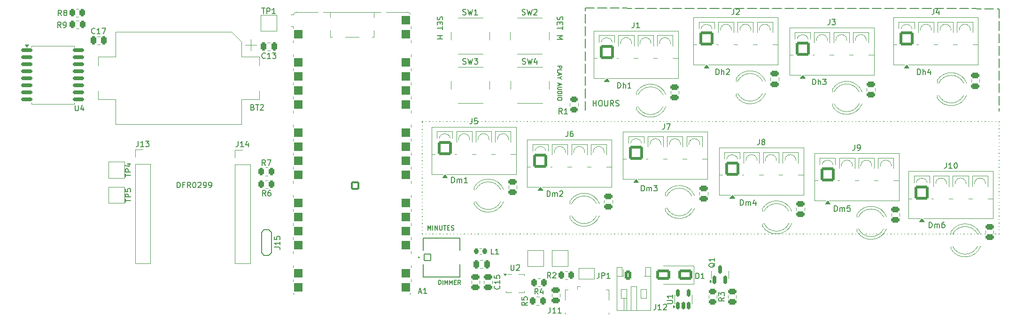
<source format=gbr>
%TF.GenerationSoftware,KiCad,Pcbnew,9.0.2*%
%TF.CreationDate,2025-05-27T01:48:19-04:00*%
%TF.ProjectId,JF-Clock_template_rpi,4a462d43-6c6f-4636-9b5f-74656d706c61,rev?*%
%TF.SameCoordinates,Original*%
%TF.FileFunction,Legend,Top*%
%TF.FilePolarity,Positive*%
%FSLAX46Y46*%
G04 Gerber Fmt 4.6, Leading zero omitted, Abs format (unit mm)*
G04 Created by KiCad (PCBNEW 9.0.2) date 2025-05-27 01:48:19*
%MOMM*%
%LPD*%
G01*
G04 APERTURE LIST*
G04 Aperture macros list*
%AMRoundRect*
0 Rectangle with rounded corners*
0 $1 Rounding radius*
0 $2 $3 $4 $5 $6 $7 $8 $9 X,Y pos of 4 corners*
0 Add a 4 corners polygon primitive as box body*
4,1,4,$2,$3,$4,$5,$6,$7,$8,$9,$2,$3,0*
0 Add four circle primitives for the rounded corners*
1,1,$1+$1,$2,$3*
1,1,$1+$1,$4,$5*
1,1,$1+$1,$6,$7*
1,1,$1+$1,$8,$9*
0 Add four rect primitives between the rounded corners*
20,1,$1+$1,$2,$3,$4,$5,0*
20,1,$1+$1,$4,$5,$6,$7,0*
20,1,$1+$1,$6,$7,$8,$9,0*
20,1,$1+$1,$8,$9,$2,$3,0*%
%AMFreePoly0*
4,1,37,0.800000,0.796148,0.878414,0.796148,1.032228,0.765552,1.177117,0.705537,1.307515,0.618408,1.418408,0.507515,1.505537,0.377117,1.565552,0.232228,1.596148,0.078414,1.596148,-0.078414,1.565552,-0.232228,1.505537,-0.377117,1.418408,-0.507515,1.307515,-0.618408,1.177117,-0.705537,1.032228,-0.765552,0.878414,-0.796148,0.800000,-0.796148,0.800000,-0.800000,-1.400000,-0.800000,
-1.403843,-0.796157,-1.439018,-0.796157,-1.511114,-0.766294,-1.566294,-0.711114,-1.596157,-0.639018,-1.596157,-0.603843,-1.600000,-0.600000,-1.600000,0.600000,-1.596157,0.603843,-1.596157,0.639018,-1.566294,0.711114,-1.511114,0.766294,-1.439018,0.796157,-1.403843,0.796157,-1.400000,0.800000,0.800000,0.800000,0.800000,0.796148,0.800000,0.796148,$1*%
%AMFreePoly1*
4,1,37,1.403843,0.796157,1.439018,0.796157,1.511114,0.766294,1.566294,0.711114,1.596157,0.639018,1.596157,0.603843,1.600000,0.600000,1.600000,-0.600000,1.596157,-0.603843,1.596157,-0.639018,1.566294,-0.711114,1.511114,-0.766294,1.439018,-0.796157,1.403843,-0.796157,1.400000,-0.800000,-0.800000,-0.800000,-0.800000,-0.796148,-0.878414,-0.796148,-1.032228,-0.765552,-1.177117,-0.705537,
-1.307515,-0.618408,-1.418408,-0.507515,-1.505537,-0.377117,-1.565552,-0.232228,-1.596148,-0.078414,-1.596148,0.078414,-1.565552,0.232228,-1.505537,0.377117,-1.418408,0.507515,-1.307515,0.618408,-1.177117,0.705537,-1.032228,0.765552,-0.878414,0.796148,-0.800000,0.796148,-0.800000,0.800000,1.400000,0.800000,1.403843,0.796157,1.403843,0.796157,$1*%
G04 Aperture macros list end*
%ADD10C,0.150000*%
%ADD11C,0.120000*%
%ADD12C,0.127000*%
%ADD13C,0.200000*%
%ADD14R,1.000000X1.500000*%
%ADD15R,1.700000X1.700000*%
%ADD16C,1.700000*%
%ADD17RoundRect,0.250000X0.250000X0.475000X-0.250000X0.475000X-0.250000X-0.475000X0.250000X-0.475000X0*%
%ADD18R,1.070000X1.800000*%
%ADD19O,1.070000X1.800000*%
%ADD20RoundRect,0.250000X-0.475000X0.250000X-0.475000X-0.250000X0.475000X-0.250000X0.475000X0.250000X0*%
%ADD21C,2.000000*%
%ADD22R,2.500000X2.500000*%
%ADD23RoundRect,0.250000X-1.050000X-1.050000X1.050000X-1.050000X1.050000X1.050000X-1.050000X1.050000X0*%
%ADD24C,2.600000*%
%ADD25RoundRect,0.250000X-0.450000X0.262500X-0.450000X-0.262500X0.450000X-0.262500X0.450000X0.262500X0*%
%ADD26RoundRect,0.250000X-0.262500X-0.450000X0.262500X-0.450000X0.262500X0.450000X-0.262500X0.450000X0*%
%ADD27C,2.200000*%
%ADD28RoundRect,0.102000X-0.611000X-0.611000X0.611000X-0.611000X0.611000X0.611000X-0.611000X0.611000X0*%
%ADD29C,1.426000*%
%ADD30C,1.850000*%
%ADD31FreePoly0,0.000000*%
%ADD32RoundRect,0.800000X-0.800000X-0.000010X0.800000X-0.000010X0.800000X0.000010X-0.800000X0.000010X0*%
%ADD33FreePoly1,0.000000*%
%ADD34RoundRect,0.200000X-0.600000X-0.600000X0.600000X-0.600000X0.600000X0.600000X-0.600000X0.600000X0*%
%ADD35C,1.600000*%
%ADD36C,4.300000*%
%ADD37RoundRect,0.250000X-0.350000X-0.625000X0.350000X-0.625000X0.350000X0.625000X-0.350000X0.625000X0*%
%ADD38O,1.200000X1.750000*%
%ADD39R,2.600000X3.600000*%
%ADD40RoundRect,0.150000X0.150000X-0.587500X0.150000X0.587500X-0.150000X0.587500X-0.150000X-0.587500X0*%
%ADD41RoundRect,0.250000X0.262500X0.450000X-0.262500X0.450000X-0.262500X-0.450000X0.262500X-0.450000X0*%
%ADD42RoundRect,0.218750X0.218750X0.256250X-0.218750X0.256250X-0.218750X-0.256250X0.218750X-0.256250X0*%
%ADD43R,0.280000X0.280000*%
%ADD44O,0.850000X0.280000*%
%ADD45C,0.600000*%
%ADD46R,0.680000X1.050000*%
%ADD47R,0.260000X0.500000*%
%ADD48R,0.280000X0.700000*%
%ADD49R,1.650000X2.400000*%
%ADD50R,0.400000X1.350000*%
%ADD51O,1.200000X1.900000*%
%ADD52R,1.200000X1.900000*%
%ADD53C,1.450000*%
%ADD54R,1.500000X1.900000*%
%ADD55RoundRect,0.150000X-0.875000X-0.150000X0.875000X-0.150000X0.875000X0.150000X-0.875000X0.150000X0*%
%ADD56RoundRect,0.250000X1.000000X0.650000X-1.000000X0.650000X-1.000000X-0.650000X1.000000X-0.650000X0*%
%ADD57C,1.400000*%
%ADD58RoundRect,0.150000X0.150000X-0.512500X0.150000X0.512500X-0.150000X0.512500X-0.150000X-0.512500X0*%
%ADD59RoundRect,0.250000X-0.250000X-0.475000X0.250000X-0.475000X0.250000X0.475000X-0.250000X0.475000X0*%
G04 APERTURE END LIST*
D10*
X260382500Y-80000000D02*
X260385622Y-81649997D01*
X260386757Y-82249996D02*
X260389878Y-83899993D01*
X260391013Y-84499992D02*
X260394135Y-86149989D01*
X260395270Y-86749988D02*
X260398392Y-88399985D01*
X260399527Y-88999984D02*
X260402649Y-90649981D01*
X260403784Y-91249980D02*
X260406905Y-92899977D01*
X260408040Y-93499976D02*
X260411162Y-95149973D01*
X260412297Y-95749972D02*
X260415419Y-97399969D01*
X260416554Y-97999968D02*
X260417500Y-98500000D01*
X185750000Y-79900000D02*
X187399999Y-79902211D01*
X187999998Y-79903015D02*
X189649996Y-79905226D01*
X190249996Y-79906030D02*
X191899994Y-79908240D01*
X192499994Y-79909044D02*
X194149992Y-79911255D01*
X194749992Y-79912059D02*
X196399990Y-79914270D01*
X196999990Y-79915074D02*
X198649988Y-79917285D01*
X199249988Y-79918089D02*
X200899986Y-79920299D01*
X201499986Y-79921103D02*
X203149984Y-79923314D01*
X203749984Y-79924118D02*
X205399982Y-79926329D01*
X205999982Y-79927133D02*
X207649980Y-79929344D01*
X208249980Y-79930148D02*
X209899978Y-79932359D01*
X210499978Y-79933162D02*
X212149976Y-79935373D01*
X212749976Y-79936177D02*
X214399974Y-79938388D01*
X214999974Y-79939192D02*
X216649972Y-79941403D01*
X217249972Y-79942207D02*
X218899970Y-79944418D01*
X219499970Y-79945222D02*
X221149968Y-79947432D01*
X221749968Y-79948236D02*
X223399966Y-79950447D01*
X223999966Y-79951251D02*
X225649964Y-79953462D01*
X226249964Y-79954266D02*
X227899962Y-79956477D01*
X228499962Y-79957281D02*
X230149960Y-79959491D01*
X230749960Y-79960295D02*
X232399958Y-79962506D01*
X232999958Y-79963310D02*
X234649956Y-79965521D01*
X235249956Y-79966325D02*
X236899954Y-79968536D01*
X237499954Y-79969340D02*
X239149952Y-79971551D01*
X239749952Y-79972354D02*
X241399950Y-79974565D01*
X241999950Y-79975369D02*
X243649948Y-79977580D01*
X244249947Y-79978384D02*
X245899946Y-79980595D01*
X246499945Y-79981399D02*
X248149944Y-79983610D01*
X248749943Y-79984414D02*
X250399942Y-79986624D01*
X250999941Y-79987428D02*
X252649940Y-79989639D01*
X253249939Y-79990443D02*
X254899938Y-79992654D01*
X255499937Y-79993458D02*
X257149936Y-79995669D01*
X257749935Y-79996473D02*
X259399934Y-79998683D01*
X259999933Y-79999487D02*
X260382500Y-79999999D01*
X185750000Y-98350000D02*
X185750000Y-96700000D01*
X185750000Y-96100000D02*
X185750000Y-94450000D01*
X185750000Y-93850000D02*
X185750000Y-92200000D01*
X185750000Y-91600000D02*
X185750000Y-89950000D01*
X185750000Y-89350000D02*
X185750000Y-87700000D01*
X185750000Y-87100000D02*
X185750000Y-85450000D01*
X185750000Y-84850000D02*
X185750000Y-83200000D01*
X185750000Y-82600000D02*
X185750000Y-80950000D01*
X185750000Y-80350000D02*
X185750000Y-79900000D01*
X156430000Y-100392500D02*
X156460000Y-100392500D01*
X157060000Y-100392500D02*
X157090000Y-100392500D01*
X157690000Y-100392500D02*
X157720000Y-100392500D01*
X158320000Y-100392500D02*
X158350000Y-100392500D01*
X158950000Y-100392500D02*
X158980000Y-100392500D01*
X159580000Y-100392500D02*
X159610000Y-100392500D01*
X160210000Y-100392500D02*
X160240000Y-100392500D01*
X160840000Y-100392500D02*
X160870000Y-100392500D01*
X161470000Y-100392500D02*
X161500000Y-100392500D01*
X162100000Y-100392500D02*
X162130000Y-100392500D01*
X162730000Y-100392500D02*
X162760000Y-100392500D01*
X163360000Y-100392500D02*
X163390000Y-100392500D01*
X163990000Y-100392500D02*
X164020000Y-100392500D01*
X164620000Y-100392500D02*
X164650000Y-100392500D01*
X165250000Y-100392500D02*
X165280000Y-100392500D01*
X165880000Y-100392500D02*
X165910000Y-100392500D01*
X166510000Y-100392500D02*
X166540000Y-100392500D01*
X167140000Y-100392500D02*
X167170000Y-100392500D01*
X167770000Y-100392500D02*
X167800000Y-100392500D01*
X168400000Y-100392500D02*
X168430000Y-100392500D01*
X169030000Y-100392500D02*
X169060000Y-100392500D01*
X169660000Y-100392500D02*
X169690000Y-100392500D01*
X170290000Y-100392500D02*
X170320000Y-100392500D01*
X170920000Y-100392500D02*
X170950000Y-100392500D01*
X171550000Y-100392500D02*
X171580000Y-100392500D01*
X172180000Y-100392500D02*
X172210000Y-100392500D01*
X172810000Y-100392500D02*
X172840000Y-100392500D01*
X173440000Y-100392500D02*
X173470000Y-100392500D01*
X174070000Y-100392500D02*
X174100000Y-100392500D01*
X174700000Y-100392500D02*
X174730000Y-100392500D01*
X175330000Y-100392500D02*
X175360000Y-100392500D01*
X175960000Y-100392500D02*
X175990000Y-100392500D01*
X176590000Y-100392500D02*
X176620000Y-100392500D01*
X177220000Y-100392500D02*
X177250000Y-100392500D01*
X177850000Y-100392500D02*
X177880000Y-100392500D01*
X178480000Y-100392500D02*
X178510000Y-100392500D01*
X179110000Y-100392500D02*
X179140000Y-100392500D01*
X179740000Y-100392500D02*
X179770000Y-100392500D01*
X180370000Y-100392500D02*
X180400000Y-100392500D01*
X181000000Y-100392500D02*
X181030000Y-100392500D01*
X181630000Y-100392500D02*
X181660000Y-100392500D01*
X182260000Y-100392500D02*
X182290000Y-100392500D01*
X182890000Y-100392500D02*
X182920000Y-100392500D01*
X183520000Y-100392500D02*
X183550000Y-100392500D01*
X184150000Y-100392500D02*
X184180000Y-100392500D01*
X184780000Y-100392500D02*
X184810000Y-100392500D01*
X185410000Y-100392500D02*
X185440000Y-100392500D01*
X186040000Y-100392500D02*
X186070000Y-100392500D01*
X186670000Y-100392500D02*
X186700000Y-100392500D01*
X187300000Y-100392500D02*
X187330000Y-100392500D01*
X187930000Y-100392500D02*
X187960000Y-100392500D01*
X188560000Y-100392500D02*
X188590000Y-100392500D01*
X189190000Y-100392500D02*
X189220000Y-100392500D01*
X189820000Y-100392500D02*
X189850000Y-100392500D01*
X190450000Y-100392500D02*
X190480000Y-100392500D01*
X191080000Y-100392500D02*
X191110000Y-100392500D01*
X191710000Y-100392500D02*
X191740000Y-100392500D01*
X192340000Y-100392500D02*
X192370000Y-100392500D01*
X192970000Y-100392500D02*
X193000000Y-100392500D01*
X193600000Y-100392500D02*
X193630000Y-100392500D01*
X194230000Y-100392500D02*
X194260000Y-100392500D01*
X194860000Y-100392500D02*
X194890000Y-100392500D01*
X195490000Y-100392500D02*
X195520000Y-100392500D01*
X196120000Y-100392500D02*
X196150000Y-100392500D01*
X196750000Y-100392500D02*
X196780000Y-100392500D01*
X197380000Y-100392500D02*
X197410000Y-100392500D01*
X198010000Y-100392500D02*
X198040000Y-100392500D01*
X198640000Y-100392500D02*
X198670000Y-100392500D01*
X199270000Y-100392500D02*
X199300000Y-100392500D01*
X199900000Y-100392500D02*
X199930000Y-100392500D01*
X200530000Y-100392500D02*
X200560000Y-100392500D01*
X201160000Y-100392500D02*
X201190000Y-100392500D01*
X201790000Y-100392500D02*
X201820000Y-100392500D01*
X202420000Y-100392500D02*
X202450000Y-100392500D01*
X203050000Y-100392500D02*
X203080000Y-100392500D01*
X203680000Y-100392500D02*
X203710000Y-100392500D01*
X204310000Y-100392500D02*
X204340000Y-100392500D01*
X204940000Y-100392500D02*
X204970000Y-100392500D01*
X205570000Y-100392500D02*
X205600000Y-100392500D01*
X206200000Y-100392500D02*
X206230000Y-100392500D01*
X206830000Y-100392500D02*
X206860000Y-100392500D01*
X207460000Y-100392500D02*
X207490000Y-100392500D01*
X208090000Y-100392500D02*
X208120000Y-100392500D01*
X208720000Y-100392500D02*
X208750000Y-100392500D01*
X209350000Y-100392500D02*
X209380000Y-100392500D01*
X209980000Y-100392500D02*
X210010000Y-100392500D01*
X210610000Y-100392500D02*
X210640000Y-100392500D01*
X211240000Y-100392500D02*
X211270000Y-100392500D01*
X211870000Y-100392500D02*
X211900000Y-100392500D01*
X212500000Y-100392500D02*
X212530000Y-100392500D01*
X213130000Y-100392500D02*
X213160000Y-100392500D01*
X213760000Y-100392500D02*
X213790000Y-100392500D01*
X214390000Y-100392500D02*
X214420000Y-100392500D01*
X215020000Y-100392500D02*
X215050000Y-100392500D01*
X215650000Y-100392500D02*
X215680000Y-100392500D01*
X216280000Y-100392500D02*
X216310000Y-100392500D01*
X216910000Y-100392500D02*
X216940000Y-100392500D01*
X217540000Y-100392500D02*
X217570000Y-100392500D01*
X218170000Y-100392500D02*
X218200000Y-100392500D01*
X218800000Y-100392500D02*
X218830000Y-100392500D01*
X219430000Y-100392500D02*
X219460000Y-100392500D01*
X220060000Y-100392500D02*
X220090000Y-100392500D01*
X220690000Y-100392500D02*
X220720000Y-100392500D01*
X221320000Y-100392500D02*
X221350000Y-100392500D01*
X221950000Y-100392500D02*
X221980000Y-100392500D01*
X222580000Y-100392500D02*
X222610000Y-100392500D01*
X223210000Y-100392500D02*
X223240000Y-100392500D01*
X223840000Y-100392500D02*
X223870000Y-100392500D01*
X224470000Y-100392500D02*
X224500000Y-100392500D01*
X225100000Y-100392500D02*
X225130000Y-100392500D01*
X225730000Y-100392500D02*
X225760000Y-100392500D01*
X226360000Y-100392500D02*
X226390000Y-100392500D01*
X226990000Y-100392500D02*
X227020000Y-100392500D01*
X227620000Y-100392500D02*
X227650000Y-100392500D01*
X228250000Y-100392500D02*
X228280000Y-100392500D01*
X228880000Y-100392500D02*
X228910000Y-100392500D01*
X229510000Y-100392500D02*
X229540000Y-100392500D01*
X230140000Y-100392500D02*
X230170000Y-100392500D01*
X230770000Y-100392500D02*
X230800000Y-100392500D01*
X231400000Y-100392500D02*
X231430000Y-100392500D01*
X232030000Y-100392500D02*
X232060000Y-100392500D01*
X232660000Y-100392500D02*
X232690000Y-100392500D01*
X233290000Y-100392500D02*
X233320000Y-100392500D01*
X233920000Y-100392500D02*
X233950000Y-100392500D01*
X234550000Y-100392500D02*
X234580000Y-100392500D01*
X235180000Y-100392500D02*
X235210000Y-100392500D01*
X235810000Y-100392500D02*
X235840000Y-100392500D01*
X236440000Y-100392500D02*
X236470000Y-100392500D01*
X237070000Y-100392500D02*
X237100000Y-100392500D01*
X237700000Y-100392500D02*
X237730000Y-100392500D01*
X238330000Y-100392500D02*
X238360000Y-100392500D01*
X238960000Y-100392500D02*
X238990000Y-100392500D01*
X239590000Y-100392500D02*
X239620000Y-100392500D01*
X240220000Y-100392500D02*
X240250000Y-100392500D01*
X240850000Y-100392500D02*
X240880000Y-100392500D01*
X241480000Y-100392500D02*
X241510000Y-100392500D01*
X242110000Y-100392500D02*
X242140000Y-100392500D01*
X242740000Y-100392500D02*
X242770000Y-100392500D01*
X243370000Y-100392500D02*
X243400000Y-100392500D01*
X244000000Y-100392500D02*
X244030000Y-100392500D01*
X244630000Y-100392500D02*
X244660000Y-100392500D01*
X245260000Y-100392500D02*
X245290000Y-100392500D01*
X245890000Y-100392500D02*
X245920000Y-100392500D01*
X246520000Y-100392500D02*
X246550000Y-100392500D01*
X247150000Y-100392500D02*
X247180000Y-100392500D01*
X247780000Y-100392500D02*
X247810000Y-100392500D01*
X248410000Y-100392500D02*
X248440000Y-100392500D01*
X249040000Y-100392500D02*
X249070000Y-100392500D01*
X249670000Y-100392500D02*
X249700000Y-100392500D01*
X250300000Y-100392500D02*
X250330000Y-100392500D01*
X250930000Y-100392500D02*
X250960000Y-100392500D01*
X251560000Y-100392500D02*
X251590000Y-100392500D01*
X252190000Y-100392500D02*
X252220000Y-100392500D01*
X252820000Y-100392500D02*
X252850000Y-100392500D01*
X253450000Y-100392500D02*
X253480000Y-100392500D01*
X254080000Y-100392500D02*
X254110000Y-100392500D01*
X254710000Y-100392500D02*
X254740000Y-100392500D01*
X255340000Y-100392500D02*
X255370000Y-100392500D01*
X255970000Y-100392500D02*
X256000000Y-100392500D01*
X256600000Y-100392500D02*
X256630000Y-100392500D01*
X257230000Y-100392500D02*
X257260000Y-100392500D01*
X257860000Y-100392500D02*
X257890000Y-100392500D01*
X258490000Y-100392500D02*
X258520000Y-100392500D01*
X259120000Y-100392500D02*
X259150000Y-100392500D01*
X259750000Y-100392500D02*
X259780000Y-100392500D01*
X260380000Y-100392500D02*
X260400000Y-100392500D01*
X260400000Y-100392500D02*
X260400000Y-100422500D01*
X260400000Y-101022500D02*
X260400000Y-101052500D01*
X260400000Y-101652500D02*
X260400000Y-101682500D01*
X260400000Y-102282500D02*
X260400000Y-102312500D01*
X260400000Y-102912500D02*
X260400000Y-102942500D01*
X260400000Y-103542500D02*
X260400000Y-103572500D01*
X260400000Y-104172500D02*
X260400000Y-104202500D01*
X260400000Y-104802500D02*
X260400000Y-104832500D01*
X260400000Y-105432500D02*
X260400000Y-105462500D01*
X260400000Y-106062500D02*
X260400000Y-106092500D01*
X260400000Y-106692500D02*
X260400000Y-106722500D01*
X260400000Y-107322500D02*
X260400000Y-107352500D01*
X260400000Y-107952500D02*
X260400000Y-107982500D01*
X260400000Y-108582500D02*
X260400000Y-108612500D01*
X260400000Y-109212500D02*
X260400000Y-109242500D01*
X260400000Y-109842500D02*
X260400000Y-109872500D01*
X260400000Y-110472500D02*
X260400000Y-110502500D01*
X260400000Y-111102500D02*
X260400000Y-111132500D01*
X260400000Y-111732500D02*
X260400000Y-111762500D01*
X260400000Y-112362500D02*
X260400000Y-112392500D01*
X260400000Y-112992500D02*
X260400000Y-113022500D01*
X260400000Y-113622500D02*
X260400000Y-113652500D01*
X260400000Y-114252500D02*
X260400000Y-114282500D01*
X260400000Y-114882500D02*
X260400000Y-114912500D01*
X260400000Y-115512500D02*
X260400000Y-115542500D01*
X260400000Y-116142500D02*
X260400000Y-116172500D01*
X260400000Y-116772500D02*
X260400000Y-116802500D01*
X260400000Y-117402500D02*
X260400000Y-117432500D01*
X260400000Y-118032500D02*
X260400000Y-118062500D01*
X260400000Y-118662500D02*
X260400000Y-118692500D01*
X260400000Y-119292500D02*
X260400000Y-119322500D01*
X260400000Y-119922500D02*
X260400000Y-119952500D01*
X260400000Y-120552500D02*
X260400000Y-120582500D01*
X260400000Y-120662500D02*
X260370000Y-120662500D01*
X259770000Y-120662500D02*
X259740000Y-120662500D01*
X259140000Y-120662500D02*
X259110000Y-120662500D01*
X258510000Y-120662500D02*
X258480000Y-120662500D01*
X257880000Y-120662500D02*
X257850000Y-120662500D01*
X257250000Y-120662500D02*
X257220000Y-120662500D01*
X256620000Y-120662500D02*
X256590000Y-120662500D01*
X255990000Y-120662500D02*
X255960000Y-120662500D01*
X255360000Y-120662500D02*
X255330000Y-120662500D01*
X254730000Y-120662500D02*
X254700000Y-120662500D01*
X254100000Y-120662500D02*
X254070000Y-120662500D01*
X253470000Y-120662500D02*
X253440000Y-120662500D01*
X252840000Y-120662500D02*
X252810000Y-120662500D01*
X252210000Y-120662500D02*
X252180000Y-120662500D01*
X251580000Y-120662500D02*
X251550000Y-120662500D01*
X250950000Y-120662500D02*
X250920000Y-120662500D01*
X250320000Y-120662500D02*
X250290000Y-120662500D01*
X249690000Y-120662500D02*
X249660000Y-120662500D01*
X249060000Y-120662500D02*
X249030000Y-120662500D01*
X248430000Y-120662500D02*
X248400000Y-120662500D01*
X247800000Y-120662500D02*
X247770000Y-120662500D01*
X247170000Y-120662500D02*
X247140000Y-120662500D01*
X246540000Y-120662500D02*
X246510000Y-120662500D01*
X245910000Y-120662500D02*
X245880000Y-120662500D01*
X245280000Y-120662500D02*
X245250000Y-120662500D01*
X244650000Y-120662500D02*
X244620000Y-120662500D01*
X244020000Y-120662500D02*
X243990000Y-120662500D01*
X243390000Y-120662500D02*
X243360000Y-120662500D01*
X242760000Y-120662500D02*
X242730000Y-120662500D01*
X242130000Y-120662500D02*
X242100000Y-120662500D01*
X241500000Y-120662500D02*
X241470000Y-120662500D01*
X240870000Y-120662500D02*
X240840000Y-120662500D01*
X240240000Y-120662500D02*
X240210000Y-120662500D01*
X239610000Y-120662500D02*
X239580000Y-120662500D01*
X238980000Y-120662500D02*
X238950000Y-120662500D01*
X238350000Y-120662500D02*
X238320000Y-120662500D01*
X237720000Y-120662500D02*
X237690000Y-120662500D01*
X237090000Y-120662500D02*
X237060000Y-120662500D01*
X236460000Y-120662500D02*
X236430000Y-120662500D01*
X235830000Y-120662500D02*
X235800000Y-120662500D01*
X235200000Y-120662500D02*
X235170000Y-120662500D01*
X234570000Y-120662500D02*
X234540000Y-120662500D01*
X233940000Y-120662500D02*
X233910000Y-120662500D01*
X233310000Y-120662500D02*
X233280000Y-120662500D01*
X232680000Y-120662500D02*
X232650000Y-120662500D01*
X232050000Y-120662500D02*
X232020000Y-120662500D01*
X231420000Y-120662500D02*
X231390000Y-120662500D01*
X230790000Y-120662500D02*
X230760000Y-120662500D01*
X230160000Y-120662500D02*
X230130000Y-120662500D01*
X229530000Y-120662500D02*
X229500000Y-120662500D01*
X228900000Y-120662500D02*
X228870000Y-120662500D01*
X228270000Y-120662500D02*
X228240000Y-120662500D01*
X227640000Y-120662500D02*
X227610000Y-120662500D01*
X227010000Y-120662500D02*
X226980000Y-120662500D01*
X226380000Y-120662500D02*
X226350000Y-120662500D01*
X225750000Y-120662500D02*
X225720000Y-120662500D01*
X225120000Y-120662500D02*
X225090000Y-120662500D01*
X224490000Y-120662500D02*
X224460000Y-120662500D01*
X223860000Y-120662500D02*
X223830000Y-120662500D01*
X223230000Y-120662500D02*
X223200000Y-120662500D01*
X222600000Y-120662500D02*
X222570000Y-120662500D01*
X221970000Y-120662500D02*
X221940000Y-120662500D01*
X221340000Y-120662500D02*
X221310000Y-120662500D01*
X220710000Y-120662500D02*
X220680000Y-120662500D01*
X220080000Y-120662500D02*
X220050000Y-120662500D01*
X219450000Y-120662500D02*
X219420000Y-120662500D01*
X218820000Y-120662500D02*
X218790000Y-120662500D01*
X218190000Y-120662500D02*
X218160000Y-120662500D01*
X217560000Y-120662500D02*
X217530000Y-120662500D01*
X216930000Y-120662500D02*
X216900000Y-120662500D01*
X216300000Y-120662500D02*
X216270000Y-120662500D01*
X215670000Y-120662500D02*
X215640000Y-120662500D01*
X215040000Y-120662500D02*
X215010000Y-120662500D01*
X214410000Y-120662500D02*
X214380000Y-120662500D01*
X213780000Y-120662500D02*
X213750000Y-120662500D01*
X213150000Y-120662500D02*
X213120000Y-120662500D01*
X212520000Y-120662500D02*
X212490000Y-120662500D01*
X211890000Y-120662500D02*
X211860000Y-120662500D01*
X211260000Y-120662500D02*
X211230000Y-120662500D01*
X210630000Y-120662500D02*
X210600000Y-120662500D01*
X210000000Y-120662500D02*
X209970000Y-120662500D01*
X209370000Y-120662500D02*
X209340000Y-120662500D01*
X208740000Y-120662500D02*
X208710000Y-120662500D01*
X208110000Y-120662500D02*
X208080000Y-120662500D01*
X207480000Y-120662500D02*
X207450000Y-120662500D01*
X206850000Y-120662500D02*
X206820000Y-120662500D01*
X206220000Y-120662500D02*
X206190000Y-120662500D01*
X205590000Y-120662500D02*
X205560000Y-120662500D01*
X204960000Y-120662500D02*
X204930000Y-120662500D01*
X204330000Y-120662500D02*
X204300000Y-120662500D01*
X203700000Y-120662500D02*
X203670000Y-120662500D01*
X203070000Y-120662500D02*
X203040000Y-120662500D01*
X202440000Y-120662500D02*
X202410000Y-120662500D01*
X201810000Y-120662500D02*
X201780000Y-120662500D01*
X201180000Y-120662500D02*
X201150000Y-120662500D01*
X200550000Y-120662500D02*
X200520000Y-120662500D01*
X199920000Y-120662500D02*
X199890000Y-120662500D01*
X199290000Y-120662500D02*
X199260000Y-120662500D01*
X198660000Y-120662500D02*
X198630000Y-120662500D01*
X198030000Y-120662500D02*
X198000000Y-120662500D01*
X197400000Y-120662500D02*
X197370000Y-120662500D01*
X196770000Y-120662500D02*
X196740000Y-120662500D01*
X196140000Y-120662500D02*
X196110000Y-120662500D01*
X195510000Y-120662500D02*
X195480000Y-120662500D01*
X194880000Y-120662500D02*
X194850000Y-120662500D01*
X194250000Y-120662500D02*
X194220000Y-120662500D01*
X193620000Y-120662500D02*
X193590000Y-120662500D01*
X192990000Y-120662500D02*
X192960000Y-120662500D01*
X192360000Y-120662500D02*
X192330000Y-120662500D01*
X191730000Y-120662500D02*
X191700000Y-120662500D01*
X191100000Y-120662500D02*
X191070000Y-120662500D01*
X190470000Y-120662500D02*
X190440000Y-120662500D01*
X189840000Y-120662500D02*
X189810000Y-120662500D01*
X189210000Y-120662500D02*
X189180000Y-120662500D01*
X188580000Y-120662500D02*
X188550000Y-120662500D01*
X187950000Y-120662500D02*
X187920000Y-120662500D01*
X187320000Y-120662500D02*
X187290000Y-120662500D01*
X186690000Y-120662500D02*
X186660000Y-120662500D01*
X186060000Y-120662500D02*
X186030000Y-120662500D01*
X185430000Y-120662500D02*
X185400000Y-120662500D01*
X184800000Y-120662500D02*
X184770000Y-120662500D01*
X184170000Y-120662500D02*
X184140000Y-120662500D01*
X183540000Y-120662500D02*
X183510000Y-120662500D01*
X182910000Y-120662500D02*
X182880000Y-120662500D01*
X182280000Y-120662500D02*
X182250000Y-120662500D01*
X181650000Y-120662500D02*
X181620000Y-120662500D01*
X181020000Y-120662500D02*
X180990000Y-120662500D01*
X180390000Y-120662500D02*
X180360000Y-120662500D01*
X179760000Y-120662500D02*
X179730000Y-120662500D01*
X179130000Y-120662500D02*
X179100000Y-120662500D01*
X178500000Y-120662500D02*
X178470000Y-120662500D01*
X177870000Y-120662500D02*
X177840000Y-120662500D01*
X177240000Y-120662500D02*
X177210000Y-120662500D01*
X176610000Y-120662500D02*
X176580000Y-120662500D01*
X175980000Y-120662500D02*
X175950000Y-120662500D01*
X175350000Y-120662500D02*
X175320000Y-120662500D01*
X174720000Y-120662500D02*
X174690000Y-120662500D01*
X174090000Y-120662500D02*
X174060000Y-120662500D01*
X173460000Y-120662500D02*
X173430000Y-120662500D01*
X172830000Y-120662500D02*
X172800000Y-120662500D01*
X172200000Y-120662500D02*
X172170000Y-120662500D01*
X171570000Y-120662500D02*
X171540000Y-120662500D01*
X170940000Y-120662500D02*
X170910000Y-120662500D01*
X170310000Y-120662500D02*
X170280000Y-120662500D01*
X169680000Y-120662500D02*
X169650000Y-120662500D01*
X169050000Y-120662500D02*
X169020000Y-120662500D01*
X168420000Y-120662500D02*
X168390000Y-120662500D01*
X167790000Y-120662500D02*
X167760000Y-120662500D01*
X167160000Y-120662500D02*
X167130000Y-120662500D01*
X166530000Y-120662500D02*
X166500000Y-120662500D01*
X165900000Y-120662500D02*
X165870000Y-120662500D01*
X165270000Y-120662500D02*
X165240000Y-120662500D01*
X164640000Y-120662500D02*
X164610000Y-120662500D01*
X164010000Y-120662500D02*
X163980000Y-120662500D01*
X163380000Y-120662500D02*
X163350000Y-120662500D01*
X162750000Y-120662500D02*
X162720000Y-120662500D01*
X162120000Y-120662500D02*
X162090000Y-120662500D01*
X161490000Y-120662500D02*
X161460000Y-120662500D01*
X160860000Y-120662500D02*
X160830000Y-120662500D01*
X160230000Y-120662500D02*
X160200000Y-120662500D01*
X159600000Y-120662500D02*
X159570000Y-120662500D01*
X158970000Y-120662500D02*
X158940000Y-120662500D01*
X158340000Y-120662500D02*
X158310000Y-120662500D01*
X157710000Y-120662500D02*
X157680000Y-120662500D01*
X157080000Y-120662500D02*
X157050000Y-120662500D01*
X156450000Y-120662500D02*
X156430000Y-120662500D01*
X156430000Y-120662500D02*
X156430000Y-120632500D01*
X156430000Y-120032500D02*
X156430000Y-120002500D01*
X156430000Y-119402500D02*
X156430000Y-119372500D01*
X156430000Y-118772500D02*
X156430000Y-118742500D01*
X156430000Y-118142500D02*
X156430000Y-118112500D01*
X156430000Y-117512500D02*
X156430000Y-117482500D01*
X156430000Y-116882500D02*
X156430000Y-116852500D01*
X156430000Y-116252500D02*
X156430000Y-116222500D01*
X156430000Y-115622500D02*
X156430000Y-115592500D01*
X156430000Y-114992500D02*
X156430000Y-114962500D01*
X156430000Y-114362500D02*
X156430000Y-114332500D01*
X156430000Y-113732500D02*
X156430000Y-113702500D01*
X156430000Y-113102500D02*
X156430000Y-113072500D01*
X156430000Y-112472500D02*
X156430000Y-112442500D01*
X156430000Y-111842500D02*
X156430000Y-111812500D01*
X156430000Y-111212500D02*
X156430000Y-111182500D01*
X156430000Y-110582500D02*
X156430000Y-110552500D01*
X156430000Y-109952500D02*
X156430000Y-109922500D01*
X156430000Y-109322500D02*
X156430000Y-109292500D01*
X156430000Y-108692500D02*
X156430000Y-108662500D01*
X156430000Y-108062500D02*
X156430000Y-108032500D01*
X156430000Y-107432500D02*
X156430000Y-107402500D01*
X156430000Y-106802500D02*
X156430000Y-106772500D01*
X156430000Y-106172500D02*
X156430000Y-106142500D01*
X156430000Y-105542500D02*
X156430000Y-105512500D01*
X156430000Y-104912500D02*
X156430000Y-104882500D01*
X156430000Y-104282500D02*
X156430000Y-104252500D01*
X156430000Y-103652500D02*
X156430000Y-103622500D01*
X156430000Y-103022500D02*
X156430000Y-102992500D01*
X156430000Y-102392500D02*
X156430000Y-102362500D01*
X156430000Y-101762500D02*
X156430000Y-101732500D01*
X156430000Y-101132500D02*
X156430000Y-101102500D01*
X156430000Y-100502500D02*
X156430000Y-100472500D01*
X187186779Y-97569819D02*
X187186779Y-96569819D01*
X187186779Y-97046009D02*
X187758207Y-97046009D01*
X187758207Y-97569819D02*
X187758207Y-96569819D01*
X188424874Y-96569819D02*
X188615350Y-96569819D01*
X188615350Y-96569819D02*
X188710588Y-96617438D01*
X188710588Y-96617438D02*
X188805826Y-96712676D01*
X188805826Y-96712676D02*
X188853445Y-96903152D01*
X188853445Y-96903152D02*
X188853445Y-97236485D01*
X188853445Y-97236485D02*
X188805826Y-97426961D01*
X188805826Y-97426961D02*
X188710588Y-97522200D01*
X188710588Y-97522200D02*
X188615350Y-97569819D01*
X188615350Y-97569819D02*
X188424874Y-97569819D01*
X188424874Y-97569819D02*
X188329636Y-97522200D01*
X188329636Y-97522200D02*
X188234398Y-97426961D01*
X188234398Y-97426961D02*
X188186779Y-97236485D01*
X188186779Y-97236485D02*
X188186779Y-96903152D01*
X188186779Y-96903152D02*
X188234398Y-96712676D01*
X188234398Y-96712676D02*
X188329636Y-96617438D01*
X188329636Y-96617438D02*
X188424874Y-96569819D01*
X189282017Y-96569819D02*
X189282017Y-97379342D01*
X189282017Y-97379342D02*
X189329636Y-97474580D01*
X189329636Y-97474580D02*
X189377255Y-97522200D01*
X189377255Y-97522200D02*
X189472493Y-97569819D01*
X189472493Y-97569819D02*
X189662969Y-97569819D01*
X189662969Y-97569819D02*
X189758207Y-97522200D01*
X189758207Y-97522200D02*
X189805826Y-97474580D01*
X189805826Y-97474580D02*
X189853445Y-97379342D01*
X189853445Y-97379342D02*
X189853445Y-96569819D01*
X190901064Y-97569819D02*
X190567731Y-97093628D01*
X190329636Y-97569819D02*
X190329636Y-96569819D01*
X190329636Y-96569819D02*
X190710588Y-96569819D01*
X190710588Y-96569819D02*
X190805826Y-96617438D01*
X190805826Y-96617438D02*
X190853445Y-96665057D01*
X190853445Y-96665057D02*
X190901064Y-96760295D01*
X190901064Y-96760295D02*
X190901064Y-96903152D01*
X190901064Y-96903152D02*
X190853445Y-96998390D01*
X190853445Y-96998390D02*
X190805826Y-97046009D01*
X190805826Y-97046009D02*
X190710588Y-97093628D01*
X190710588Y-97093628D02*
X190329636Y-97093628D01*
X191282017Y-97522200D02*
X191424874Y-97569819D01*
X191424874Y-97569819D02*
X191662969Y-97569819D01*
X191662969Y-97569819D02*
X191758207Y-97522200D01*
X191758207Y-97522200D02*
X191805826Y-97474580D01*
X191805826Y-97474580D02*
X191853445Y-97379342D01*
X191853445Y-97379342D02*
X191853445Y-97284104D01*
X191853445Y-97284104D02*
X191805826Y-97188866D01*
X191805826Y-97188866D02*
X191758207Y-97141247D01*
X191758207Y-97141247D02*
X191662969Y-97093628D01*
X191662969Y-97093628D02*
X191472493Y-97046009D01*
X191472493Y-97046009D02*
X191377255Y-96998390D01*
X191377255Y-96998390D02*
X191329636Y-96950771D01*
X191329636Y-96950771D02*
X191282017Y-96855533D01*
X191282017Y-96855533D02*
X191282017Y-96760295D01*
X191282017Y-96760295D02*
X191329636Y-96665057D01*
X191329636Y-96665057D02*
X191377255Y-96617438D01*
X191377255Y-96617438D02*
X191472493Y-96569819D01*
X191472493Y-96569819D02*
X191710588Y-96569819D01*
X191710588Y-96569819D02*
X191853445Y-96617438D01*
X180799585Y-90327255D02*
X181549585Y-90327255D01*
X181549585Y-90327255D02*
X181549585Y-90612969D01*
X181549585Y-90612969D02*
X181513871Y-90684398D01*
X181513871Y-90684398D02*
X181478157Y-90720112D01*
X181478157Y-90720112D02*
X181406728Y-90755826D01*
X181406728Y-90755826D02*
X181299585Y-90755826D01*
X181299585Y-90755826D02*
X181228157Y-90720112D01*
X181228157Y-90720112D02*
X181192442Y-90684398D01*
X181192442Y-90684398D02*
X181156728Y-90612969D01*
X181156728Y-90612969D02*
X181156728Y-90327255D01*
X180799585Y-91434398D02*
X180799585Y-91077255D01*
X180799585Y-91077255D02*
X181549585Y-91077255D01*
X181013871Y-91648684D02*
X181013871Y-92005827D01*
X180799585Y-91577255D02*
X181549585Y-91827255D01*
X181549585Y-91827255D02*
X180799585Y-92077255D01*
X181156728Y-92470112D02*
X180799585Y-92470112D01*
X181549585Y-92220112D02*
X181156728Y-92470112D01*
X181156728Y-92470112D02*
X181549585Y-92720112D01*
X181013871Y-93505827D02*
X181013871Y-93862970D01*
X180799585Y-93434398D02*
X181549585Y-93684398D01*
X181549585Y-93684398D02*
X180799585Y-93934398D01*
X181549585Y-94184398D02*
X180942442Y-94184398D01*
X180942442Y-94184398D02*
X180871014Y-94220112D01*
X180871014Y-94220112D02*
X180835300Y-94255827D01*
X180835300Y-94255827D02*
X180799585Y-94327255D01*
X180799585Y-94327255D02*
X180799585Y-94470112D01*
X180799585Y-94470112D02*
X180835300Y-94541541D01*
X180835300Y-94541541D02*
X180871014Y-94577255D01*
X180871014Y-94577255D02*
X180942442Y-94612969D01*
X180942442Y-94612969D02*
X181549585Y-94612969D01*
X180799585Y-94970112D02*
X181549585Y-94970112D01*
X181549585Y-94970112D02*
X181549585Y-95148683D01*
X181549585Y-95148683D02*
X181513871Y-95255826D01*
X181513871Y-95255826D02*
X181442442Y-95327255D01*
X181442442Y-95327255D02*
X181371014Y-95362969D01*
X181371014Y-95362969D02*
X181228157Y-95398683D01*
X181228157Y-95398683D02*
X181121014Y-95398683D01*
X181121014Y-95398683D02*
X180978157Y-95362969D01*
X180978157Y-95362969D02*
X180906728Y-95327255D01*
X180906728Y-95327255D02*
X180835300Y-95255826D01*
X180835300Y-95255826D02*
X180799585Y-95148683D01*
X180799585Y-95148683D02*
X180799585Y-94970112D01*
X180799585Y-95720112D02*
X181549585Y-95720112D01*
X181549585Y-96220112D02*
X181549585Y-96362969D01*
X181549585Y-96362969D02*
X181513871Y-96434398D01*
X181513871Y-96434398D02*
X181442442Y-96505826D01*
X181442442Y-96505826D02*
X181299585Y-96541541D01*
X181299585Y-96541541D02*
X181049585Y-96541541D01*
X181049585Y-96541541D02*
X180906728Y-96505826D01*
X180906728Y-96505826D02*
X180835300Y-96434398D01*
X180835300Y-96434398D02*
X180799585Y-96362969D01*
X180799585Y-96362969D02*
X180799585Y-96220112D01*
X180799585Y-96220112D02*
X180835300Y-96148684D01*
X180835300Y-96148684D02*
X180906728Y-96077255D01*
X180906728Y-96077255D02*
X181049585Y-96041541D01*
X181049585Y-96041541D02*
X181299585Y-96041541D01*
X181299585Y-96041541D02*
X181442442Y-96077255D01*
X181442442Y-96077255D02*
X181513871Y-96148684D01*
X181513871Y-96148684D02*
X181549585Y-96220112D01*
X159127800Y-81439160D02*
X159080180Y-81582017D01*
X159080180Y-81582017D02*
X159080180Y-81820112D01*
X159080180Y-81820112D02*
X159127800Y-81915350D01*
X159127800Y-81915350D02*
X159175419Y-81962969D01*
X159175419Y-81962969D02*
X159270657Y-82010588D01*
X159270657Y-82010588D02*
X159365895Y-82010588D01*
X159365895Y-82010588D02*
X159461133Y-81962969D01*
X159461133Y-81962969D02*
X159508752Y-81915350D01*
X159508752Y-81915350D02*
X159556371Y-81820112D01*
X159556371Y-81820112D02*
X159603990Y-81629636D01*
X159603990Y-81629636D02*
X159651609Y-81534398D01*
X159651609Y-81534398D02*
X159699228Y-81486779D01*
X159699228Y-81486779D02*
X159794466Y-81439160D01*
X159794466Y-81439160D02*
X159889704Y-81439160D01*
X159889704Y-81439160D02*
X159984942Y-81486779D01*
X159984942Y-81486779D02*
X160032561Y-81534398D01*
X160032561Y-81534398D02*
X160080180Y-81629636D01*
X160080180Y-81629636D02*
X160080180Y-81867731D01*
X160080180Y-81867731D02*
X160032561Y-82010588D01*
X159603990Y-82439160D02*
X159603990Y-82772493D01*
X159080180Y-82915350D02*
X159080180Y-82439160D01*
X159080180Y-82439160D02*
X160080180Y-82439160D01*
X160080180Y-82439160D02*
X160080180Y-82915350D01*
X160080180Y-83201065D02*
X160080180Y-83772493D01*
X159080180Y-83486779D02*
X160080180Y-83486779D01*
X159080180Y-84867732D02*
X160080180Y-84867732D01*
X159603990Y-84867732D02*
X159603990Y-85439160D01*
X159080180Y-85439160D02*
X160080180Y-85439160D01*
X112202279Y-112329819D02*
X112202279Y-111329819D01*
X112202279Y-111329819D02*
X112440374Y-111329819D01*
X112440374Y-111329819D02*
X112583231Y-111377438D01*
X112583231Y-111377438D02*
X112678469Y-111472676D01*
X112678469Y-111472676D02*
X112726088Y-111567914D01*
X112726088Y-111567914D02*
X112773707Y-111758390D01*
X112773707Y-111758390D02*
X112773707Y-111901247D01*
X112773707Y-111901247D02*
X112726088Y-112091723D01*
X112726088Y-112091723D02*
X112678469Y-112186961D01*
X112678469Y-112186961D02*
X112583231Y-112282200D01*
X112583231Y-112282200D02*
X112440374Y-112329819D01*
X112440374Y-112329819D02*
X112202279Y-112329819D01*
X113535612Y-111806009D02*
X113202279Y-111806009D01*
X113202279Y-112329819D02*
X113202279Y-111329819D01*
X113202279Y-111329819D02*
X113678469Y-111329819D01*
X114630850Y-112329819D02*
X114297517Y-111853628D01*
X114059422Y-112329819D02*
X114059422Y-111329819D01*
X114059422Y-111329819D02*
X114440374Y-111329819D01*
X114440374Y-111329819D02*
X114535612Y-111377438D01*
X114535612Y-111377438D02*
X114583231Y-111425057D01*
X114583231Y-111425057D02*
X114630850Y-111520295D01*
X114630850Y-111520295D02*
X114630850Y-111663152D01*
X114630850Y-111663152D02*
X114583231Y-111758390D01*
X114583231Y-111758390D02*
X114535612Y-111806009D01*
X114535612Y-111806009D02*
X114440374Y-111853628D01*
X114440374Y-111853628D02*
X114059422Y-111853628D01*
X115249898Y-111329819D02*
X115345136Y-111329819D01*
X115345136Y-111329819D02*
X115440374Y-111377438D01*
X115440374Y-111377438D02*
X115487993Y-111425057D01*
X115487993Y-111425057D02*
X115535612Y-111520295D01*
X115535612Y-111520295D02*
X115583231Y-111710771D01*
X115583231Y-111710771D02*
X115583231Y-111948866D01*
X115583231Y-111948866D02*
X115535612Y-112139342D01*
X115535612Y-112139342D02*
X115487993Y-112234580D01*
X115487993Y-112234580D02*
X115440374Y-112282200D01*
X115440374Y-112282200D02*
X115345136Y-112329819D01*
X115345136Y-112329819D02*
X115249898Y-112329819D01*
X115249898Y-112329819D02*
X115154660Y-112282200D01*
X115154660Y-112282200D02*
X115107041Y-112234580D01*
X115107041Y-112234580D02*
X115059422Y-112139342D01*
X115059422Y-112139342D02*
X115011803Y-111948866D01*
X115011803Y-111948866D02*
X115011803Y-111710771D01*
X115011803Y-111710771D02*
X115059422Y-111520295D01*
X115059422Y-111520295D02*
X115107041Y-111425057D01*
X115107041Y-111425057D02*
X115154660Y-111377438D01*
X115154660Y-111377438D02*
X115249898Y-111329819D01*
X115964184Y-111425057D02*
X116011803Y-111377438D01*
X116011803Y-111377438D02*
X116107041Y-111329819D01*
X116107041Y-111329819D02*
X116345136Y-111329819D01*
X116345136Y-111329819D02*
X116440374Y-111377438D01*
X116440374Y-111377438D02*
X116487993Y-111425057D01*
X116487993Y-111425057D02*
X116535612Y-111520295D01*
X116535612Y-111520295D02*
X116535612Y-111615533D01*
X116535612Y-111615533D02*
X116487993Y-111758390D01*
X116487993Y-111758390D02*
X115916565Y-112329819D01*
X115916565Y-112329819D02*
X116535612Y-112329819D01*
X117011803Y-112329819D02*
X117202279Y-112329819D01*
X117202279Y-112329819D02*
X117297517Y-112282200D01*
X117297517Y-112282200D02*
X117345136Y-112234580D01*
X117345136Y-112234580D02*
X117440374Y-112091723D01*
X117440374Y-112091723D02*
X117487993Y-111901247D01*
X117487993Y-111901247D02*
X117487993Y-111520295D01*
X117487993Y-111520295D02*
X117440374Y-111425057D01*
X117440374Y-111425057D02*
X117392755Y-111377438D01*
X117392755Y-111377438D02*
X117297517Y-111329819D01*
X117297517Y-111329819D02*
X117107041Y-111329819D01*
X117107041Y-111329819D02*
X117011803Y-111377438D01*
X117011803Y-111377438D02*
X116964184Y-111425057D01*
X116964184Y-111425057D02*
X116916565Y-111520295D01*
X116916565Y-111520295D02*
X116916565Y-111758390D01*
X116916565Y-111758390D02*
X116964184Y-111853628D01*
X116964184Y-111853628D02*
X117011803Y-111901247D01*
X117011803Y-111901247D02*
X117107041Y-111948866D01*
X117107041Y-111948866D02*
X117297517Y-111948866D01*
X117297517Y-111948866D02*
X117392755Y-111901247D01*
X117392755Y-111901247D02*
X117440374Y-111853628D01*
X117440374Y-111853628D02*
X117487993Y-111758390D01*
X117964184Y-112329819D02*
X118154660Y-112329819D01*
X118154660Y-112329819D02*
X118249898Y-112282200D01*
X118249898Y-112282200D02*
X118297517Y-112234580D01*
X118297517Y-112234580D02*
X118392755Y-112091723D01*
X118392755Y-112091723D02*
X118440374Y-111901247D01*
X118440374Y-111901247D02*
X118440374Y-111520295D01*
X118440374Y-111520295D02*
X118392755Y-111425057D01*
X118392755Y-111425057D02*
X118345136Y-111377438D01*
X118345136Y-111377438D02*
X118249898Y-111329819D01*
X118249898Y-111329819D02*
X118059422Y-111329819D01*
X118059422Y-111329819D02*
X117964184Y-111377438D01*
X117964184Y-111377438D02*
X117916565Y-111425057D01*
X117916565Y-111425057D02*
X117868946Y-111520295D01*
X117868946Y-111520295D02*
X117868946Y-111758390D01*
X117868946Y-111758390D02*
X117916565Y-111853628D01*
X117916565Y-111853628D02*
X117964184Y-111901247D01*
X117964184Y-111901247D02*
X118059422Y-111948866D01*
X118059422Y-111948866D02*
X118249898Y-111948866D01*
X118249898Y-111948866D02*
X118345136Y-111901247D01*
X118345136Y-111901247D02*
X118392755Y-111853628D01*
X118392755Y-111853628D02*
X118440374Y-111758390D01*
X157389160Y-119994295D02*
X157389160Y-119194295D01*
X157389160Y-119194295D02*
X157655826Y-119765723D01*
X157655826Y-119765723D02*
X157922493Y-119194295D01*
X157922493Y-119194295D02*
X157922493Y-119994295D01*
X158303446Y-119994295D02*
X158303446Y-119194295D01*
X158684398Y-119994295D02*
X158684398Y-119194295D01*
X158684398Y-119194295D02*
X159141541Y-119994295D01*
X159141541Y-119994295D02*
X159141541Y-119194295D01*
X159522493Y-119194295D02*
X159522493Y-119841914D01*
X159522493Y-119841914D02*
X159560588Y-119918104D01*
X159560588Y-119918104D02*
X159598683Y-119956200D01*
X159598683Y-119956200D02*
X159674874Y-119994295D01*
X159674874Y-119994295D02*
X159827255Y-119994295D01*
X159827255Y-119994295D02*
X159903445Y-119956200D01*
X159903445Y-119956200D02*
X159941540Y-119918104D01*
X159941540Y-119918104D02*
X159979636Y-119841914D01*
X159979636Y-119841914D02*
X159979636Y-119194295D01*
X160246302Y-119194295D02*
X160703445Y-119194295D01*
X160474873Y-119994295D02*
X160474873Y-119194295D01*
X160970112Y-119575247D02*
X161236778Y-119575247D01*
X161351064Y-119994295D02*
X160970112Y-119994295D01*
X160970112Y-119994295D02*
X160970112Y-119194295D01*
X160970112Y-119194295D02*
X161351064Y-119194295D01*
X161655826Y-119956200D02*
X161770112Y-119994295D01*
X161770112Y-119994295D02*
X161960588Y-119994295D01*
X161960588Y-119994295D02*
X162036779Y-119956200D01*
X162036779Y-119956200D02*
X162074874Y-119918104D01*
X162074874Y-119918104D02*
X162112969Y-119841914D01*
X162112969Y-119841914D02*
X162112969Y-119765723D01*
X162112969Y-119765723D02*
X162074874Y-119689533D01*
X162074874Y-119689533D02*
X162036779Y-119651438D01*
X162036779Y-119651438D02*
X161960588Y-119613342D01*
X161960588Y-119613342D02*
X161808207Y-119575247D01*
X161808207Y-119575247D02*
X161732017Y-119537152D01*
X161732017Y-119537152D02*
X161693922Y-119499057D01*
X161693922Y-119499057D02*
X161655826Y-119422866D01*
X161655826Y-119422866D02*
X161655826Y-119346676D01*
X161655826Y-119346676D02*
X161693922Y-119270485D01*
X161693922Y-119270485D02*
X161732017Y-119232390D01*
X161732017Y-119232390D02*
X161808207Y-119194295D01*
X161808207Y-119194295D02*
X161998684Y-119194295D01*
X161998684Y-119194295D02*
X162112969Y-119232390D01*
X159377255Y-129800414D02*
X159377255Y-129050414D01*
X159377255Y-129050414D02*
X159555826Y-129050414D01*
X159555826Y-129050414D02*
X159662969Y-129086128D01*
X159662969Y-129086128D02*
X159734398Y-129157557D01*
X159734398Y-129157557D02*
X159770112Y-129228985D01*
X159770112Y-129228985D02*
X159805826Y-129371842D01*
X159805826Y-129371842D02*
X159805826Y-129478985D01*
X159805826Y-129478985D02*
X159770112Y-129621842D01*
X159770112Y-129621842D02*
X159734398Y-129693271D01*
X159734398Y-129693271D02*
X159662969Y-129764700D01*
X159662969Y-129764700D02*
X159555826Y-129800414D01*
X159555826Y-129800414D02*
X159377255Y-129800414D01*
X160127255Y-129800414D02*
X160127255Y-129050414D01*
X160484398Y-129800414D02*
X160484398Y-129050414D01*
X160484398Y-129050414D02*
X160734398Y-129586128D01*
X160734398Y-129586128D02*
X160984398Y-129050414D01*
X160984398Y-129050414D02*
X160984398Y-129800414D01*
X161341541Y-129800414D02*
X161341541Y-129050414D01*
X161341541Y-129050414D02*
X161591541Y-129586128D01*
X161591541Y-129586128D02*
X161841541Y-129050414D01*
X161841541Y-129050414D02*
X161841541Y-129800414D01*
X162198684Y-129407557D02*
X162448684Y-129407557D01*
X162555827Y-129800414D02*
X162198684Y-129800414D01*
X162198684Y-129800414D02*
X162198684Y-129050414D01*
X162198684Y-129050414D02*
X162555827Y-129050414D01*
X163305826Y-129800414D02*
X163055826Y-129443271D01*
X162877255Y-129800414D02*
X162877255Y-129050414D01*
X162877255Y-129050414D02*
X163162969Y-129050414D01*
X163162969Y-129050414D02*
X163234398Y-129086128D01*
X163234398Y-129086128D02*
X163270112Y-129121842D01*
X163270112Y-129121842D02*
X163305826Y-129193271D01*
X163305826Y-129193271D02*
X163305826Y-129300414D01*
X163305826Y-129300414D02*
X163270112Y-129371842D01*
X163270112Y-129371842D02*
X163234398Y-129407557D01*
X163234398Y-129407557D02*
X163162969Y-129443271D01*
X163162969Y-129443271D02*
X162877255Y-129443271D01*
X180777800Y-81439160D02*
X180730180Y-81582017D01*
X180730180Y-81582017D02*
X180730180Y-81820112D01*
X180730180Y-81820112D02*
X180777800Y-81915350D01*
X180777800Y-81915350D02*
X180825419Y-81962969D01*
X180825419Y-81962969D02*
X180920657Y-82010588D01*
X180920657Y-82010588D02*
X181015895Y-82010588D01*
X181015895Y-82010588D02*
X181111133Y-81962969D01*
X181111133Y-81962969D02*
X181158752Y-81915350D01*
X181158752Y-81915350D02*
X181206371Y-81820112D01*
X181206371Y-81820112D02*
X181253990Y-81629636D01*
X181253990Y-81629636D02*
X181301609Y-81534398D01*
X181301609Y-81534398D02*
X181349228Y-81486779D01*
X181349228Y-81486779D02*
X181444466Y-81439160D01*
X181444466Y-81439160D02*
X181539704Y-81439160D01*
X181539704Y-81439160D02*
X181634942Y-81486779D01*
X181634942Y-81486779D02*
X181682561Y-81534398D01*
X181682561Y-81534398D02*
X181730180Y-81629636D01*
X181730180Y-81629636D02*
X181730180Y-81867731D01*
X181730180Y-81867731D02*
X181682561Y-82010588D01*
X181253990Y-82439160D02*
X181253990Y-82772493D01*
X180730180Y-82915350D02*
X180730180Y-82439160D01*
X180730180Y-82439160D02*
X181730180Y-82439160D01*
X181730180Y-82439160D02*
X181730180Y-82915350D01*
X181730180Y-83201065D02*
X181730180Y-83772493D01*
X180730180Y-83486779D02*
X181730180Y-83486779D01*
X180730180Y-84867732D02*
X181730180Y-84867732D01*
X181730180Y-84867732D02*
X181015895Y-85201065D01*
X181015895Y-85201065D02*
X181730180Y-85534398D01*
X181730180Y-85534398D02*
X180730180Y-85534398D01*
X188254666Y-127701819D02*
X188254666Y-128416104D01*
X188254666Y-128416104D02*
X188207047Y-128558961D01*
X188207047Y-128558961D02*
X188111809Y-128654200D01*
X188111809Y-128654200D02*
X187968952Y-128701819D01*
X187968952Y-128701819D02*
X187873714Y-128701819D01*
X188730857Y-128701819D02*
X188730857Y-127701819D01*
X188730857Y-127701819D02*
X189111809Y-127701819D01*
X189111809Y-127701819D02*
X189207047Y-127749438D01*
X189207047Y-127749438D02*
X189254666Y-127797057D01*
X189254666Y-127797057D02*
X189302285Y-127892295D01*
X189302285Y-127892295D02*
X189302285Y-128035152D01*
X189302285Y-128035152D02*
X189254666Y-128130390D01*
X189254666Y-128130390D02*
X189207047Y-128178009D01*
X189207047Y-128178009D02*
X189111809Y-128225628D01*
X189111809Y-128225628D02*
X188730857Y-128225628D01*
X190254666Y-128701819D02*
X189683238Y-128701819D01*
X189968952Y-128701819D02*
X189968952Y-127701819D01*
X189968952Y-127701819D02*
X189873714Y-127844676D01*
X189873714Y-127844676D02*
X189778476Y-127939914D01*
X189778476Y-127939914D02*
X189683238Y-127987533D01*
X123205976Y-103934819D02*
X123205976Y-104649104D01*
X123205976Y-104649104D02*
X123158357Y-104791961D01*
X123158357Y-104791961D02*
X123063119Y-104887200D01*
X123063119Y-104887200D02*
X122920262Y-104934819D01*
X122920262Y-104934819D02*
X122825024Y-104934819D01*
X124205976Y-104934819D02*
X123634548Y-104934819D01*
X123920262Y-104934819D02*
X123920262Y-103934819D01*
X123920262Y-103934819D02*
X123825024Y-104077676D01*
X123825024Y-104077676D02*
X123729786Y-104172914D01*
X123729786Y-104172914D02*
X123634548Y-104220533D01*
X125063119Y-104268152D02*
X125063119Y-104934819D01*
X124825024Y-103887200D02*
X124586929Y-104601485D01*
X124586929Y-104601485D02*
X125205976Y-104601485D01*
X247750238Y-119554819D02*
X247750238Y-118554819D01*
X247750238Y-118554819D02*
X247988333Y-118554819D01*
X247988333Y-118554819D02*
X248131190Y-118602438D01*
X248131190Y-118602438D02*
X248226428Y-118697676D01*
X248226428Y-118697676D02*
X248274047Y-118792914D01*
X248274047Y-118792914D02*
X248321666Y-118983390D01*
X248321666Y-118983390D02*
X248321666Y-119126247D01*
X248321666Y-119126247D02*
X248274047Y-119316723D01*
X248274047Y-119316723D02*
X248226428Y-119411961D01*
X248226428Y-119411961D02*
X248131190Y-119507200D01*
X248131190Y-119507200D02*
X247988333Y-119554819D01*
X247988333Y-119554819D02*
X247750238Y-119554819D01*
X248750238Y-119554819D02*
X248750238Y-118888152D01*
X248750238Y-118983390D02*
X248797857Y-118935771D01*
X248797857Y-118935771D02*
X248893095Y-118888152D01*
X248893095Y-118888152D02*
X249035952Y-118888152D01*
X249035952Y-118888152D02*
X249131190Y-118935771D01*
X249131190Y-118935771D02*
X249178809Y-119031009D01*
X249178809Y-119031009D02*
X249178809Y-119554819D01*
X249178809Y-119031009D02*
X249226428Y-118935771D01*
X249226428Y-118935771D02*
X249321666Y-118888152D01*
X249321666Y-118888152D02*
X249464523Y-118888152D01*
X249464523Y-118888152D02*
X249559762Y-118935771D01*
X249559762Y-118935771D02*
X249607381Y-119031009D01*
X249607381Y-119031009D02*
X249607381Y-119554819D01*
X250512142Y-118554819D02*
X250321666Y-118554819D01*
X250321666Y-118554819D02*
X250226428Y-118602438D01*
X250226428Y-118602438D02*
X250178809Y-118650057D01*
X250178809Y-118650057D02*
X250083571Y-118792914D01*
X250083571Y-118792914D02*
X250035952Y-118983390D01*
X250035952Y-118983390D02*
X250035952Y-119364342D01*
X250035952Y-119364342D02*
X250083571Y-119459580D01*
X250083571Y-119459580D02*
X250131190Y-119507200D01*
X250131190Y-119507200D02*
X250226428Y-119554819D01*
X250226428Y-119554819D02*
X250416904Y-119554819D01*
X250416904Y-119554819D02*
X250512142Y-119507200D01*
X250512142Y-119507200D02*
X250559761Y-119459580D01*
X250559761Y-119459580D02*
X250607380Y-119364342D01*
X250607380Y-119364342D02*
X250607380Y-119126247D01*
X250607380Y-119126247D02*
X250559761Y-119031009D01*
X250559761Y-119031009D02*
X250512142Y-118983390D01*
X250512142Y-118983390D02*
X250416904Y-118935771D01*
X250416904Y-118935771D02*
X250226428Y-118935771D01*
X250226428Y-118935771D02*
X250131190Y-118983390D01*
X250131190Y-118983390D02*
X250083571Y-119031009D01*
X250083571Y-119031009D02*
X250035952Y-119126247D01*
X170289580Y-130042857D02*
X170337200Y-130090476D01*
X170337200Y-130090476D02*
X170384819Y-130233333D01*
X170384819Y-130233333D02*
X170384819Y-130328571D01*
X170384819Y-130328571D02*
X170337200Y-130471428D01*
X170337200Y-130471428D02*
X170241961Y-130566666D01*
X170241961Y-130566666D02*
X170146723Y-130614285D01*
X170146723Y-130614285D02*
X169956247Y-130661904D01*
X169956247Y-130661904D02*
X169813390Y-130661904D01*
X169813390Y-130661904D02*
X169622914Y-130614285D01*
X169622914Y-130614285D02*
X169527676Y-130566666D01*
X169527676Y-130566666D02*
X169432438Y-130471428D01*
X169432438Y-130471428D02*
X169384819Y-130328571D01*
X169384819Y-130328571D02*
X169384819Y-130233333D01*
X169384819Y-130233333D02*
X169432438Y-130090476D01*
X169432438Y-130090476D02*
X169480057Y-130042857D01*
X170384819Y-129090476D02*
X170384819Y-129661904D01*
X170384819Y-129376190D02*
X169384819Y-129376190D01*
X169384819Y-129376190D02*
X169527676Y-129471428D01*
X169527676Y-129471428D02*
X169622914Y-129566666D01*
X169622914Y-129566666D02*
X169670533Y-129661904D01*
X169384819Y-128185714D02*
X169384819Y-128661904D01*
X169384819Y-128661904D02*
X169861009Y-128709523D01*
X169861009Y-128709523D02*
X169813390Y-128661904D01*
X169813390Y-128661904D02*
X169765771Y-128566666D01*
X169765771Y-128566666D02*
X169765771Y-128328571D01*
X169765771Y-128328571D02*
X169813390Y-128233333D01*
X169813390Y-128233333D02*
X169861009Y-128185714D01*
X169861009Y-128185714D02*
X169956247Y-128138095D01*
X169956247Y-128138095D02*
X170194342Y-128138095D01*
X170194342Y-128138095D02*
X170289580Y-128185714D01*
X170289580Y-128185714D02*
X170337200Y-128233333D01*
X170337200Y-128233333D02*
X170384819Y-128328571D01*
X170384819Y-128328571D02*
X170384819Y-128566666D01*
X170384819Y-128566666D02*
X170337200Y-128661904D01*
X170337200Y-128661904D02*
X170289580Y-128709523D01*
X128107142Y-88889580D02*
X128059523Y-88937200D01*
X128059523Y-88937200D02*
X127916666Y-88984819D01*
X127916666Y-88984819D02*
X127821428Y-88984819D01*
X127821428Y-88984819D02*
X127678571Y-88937200D01*
X127678571Y-88937200D02*
X127583333Y-88841961D01*
X127583333Y-88841961D02*
X127535714Y-88746723D01*
X127535714Y-88746723D02*
X127488095Y-88556247D01*
X127488095Y-88556247D02*
X127488095Y-88413390D01*
X127488095Y-88413390D02*
X127535714Y-88222914D01*
X127535714Y-88222914D02*
X127583333Y-88127676D01*
X127583333Y-88127676D02*
X127678571Y-88032438D01*
X127678571Y-88032438D02*
X127821428Y-87984819D01*
X127821428Y-87984819D02*
X127916666Y-87984819D01*
X127916666Y-87984819D02*
X128059523Y-88032438D01*
X128059523Y-88032438D02*
X128107142Y-88080057D01*
X129059523Y-88984819D02*
X128488095Y-88984819D01*
X128773809Y-88984819D02*
X128773809Y-87984819D01*
X128773809Y-87984819D02*
X128678571Y-88127676D01*
X128678571Y-88127676D02*
X128583333Y-88222914D01*
X128583333Y-88222914D02*
X128488095Y-88270533D01*
X129392857Y-87984819D02*
X130011904Y-87984819D01*
X130011904Y-87984819D02*
X129678571Y-88365771D01*
X129678571Y-88365771D02*
X129821428Y-88365771D01*
X129821428Y-88365771D02*
X129916666Y-88413390D01*
X129916666Y-88413390D02*
X129964285Y-88461009D01*
X129964285Y-88461009D02*
X130011904Y-88556247D01*
X130011904Y-88556247D02*
X130011904Y-88794342D01*
X130011904Y-88794342D02*
X129964285Y-88889580D01*
X129964285Y-88889580D02*
X129916666Y-88937200D01*
X129916666Y-88937200D02*
X129821428Y-88984819D01*
X129821428Y-88984819D02*
X129535714Y-88984819D01*
X129535714Y-88984819D02*
X129440476Y-88937200D01*
X129440476Y-88937200D02*
X129392857Y-88889580D01*
X174466667Y-89957200D02*
X174609524Y-90004819D01*
X174609524Y-90004819D02*
X174847619Y-90004819D01*
X174847619Y-90004819D02*
X174942857Y-89957200D01*
X174942857Y-89957200D02*
X174990476Y-89909580D01*
X174990476Y-89909580D02*
X175038095Y-89814342D01*
X175038095Y-89814342D02*
X175038095Y-89719104D01*
X175038095Y-89719104D02*
X174990476Y-89623866D01*
X174990476Y-89623866D02*
X174942857Y-89576247D01*
X174942857Y-89576247D02*
X174847619Y-89528628D01*
X174847619Y-89528628D02*
X174657143Y-89481009D01*
X174657143Y-89481009D02*
X174561905Y-89433390D01*
X174561905Y-89433390D02*
X174514286Y-89385771D01*
X174514286Y-89385771D02*
X174466667Y-89290533D01*
X174466667Y-89290533D02*
X174466667Y-89195295D01*
X174466667Y-89195295D02*
X174514286Y-89100057D01*
X174514286Y-89100057D02*
X174561905Y-89052438D01*
X174561905Y-89052438D02*
X174657143Y-89004819D01*
X174657143Y-89004819D02*
X174895238Y-89004819D01*
X174895238Y-89004819D02*
X175038095Y-89052438D01*
X175371429Y-89004819D02*
X175609524Y-90004819D01*
X175609524Y-90004819D02*
X175800000Y-89290533D01*
X175800000Y-89290533D02*
X175990476Y-90004819D01*
X175990476Y-90004819D02*
X176228572Y-89004819D01*
X177038095Y-89338152D02*
X177038095Y-90004819D01*
X176800000Y-88957200D02*
X176561905Y-89671485D01*
X176561905Y-89671485D02*
X177180952Y-89671485D01*
X194566666Y-82452319D02*
X194566666Y-83166604D01*
X194566666Y-83166604D02*
X194519047Y-83309461D01*
X194519047Y-83309461D02*
X194423809Y-83404700D01*
X194423809Y-83404700D02*
X194280952Y-83452319D01*
X194280952Y-83452319D02*
X194185714Y-83452319D01*
X195566666Y-83452319D02*
X194995238Y-83452319D01*
X195280952Y-83452319D02*
X195280952Y-82452319D01*
X195280952Y-82452319D02*
X195185714Y-82595176D01*
X195185714Y-82595176D02*
X195090476Y-82690414D01*
X195090476Y-82690414D02*
X194995238Y-82738033D01*
X181633333Y-99004819D02*
X181300000Y-98528628D01*
X181061905Y-99004819D02*
X181061905Y-98004819D01*
X181061905Y-98004819D02*
X181442857Y-98004819D01*
X181442857Y-98004819D02*
X181538095Y-98052438D01*
X181538095Y-98052438D02*
X181585714Y-98100057D01*
X181585714Y-98100057D02*
X181633333Y-98195295D01*
X181633333Y-98195295D02*
X181633333Y-98338152D01*
X181633333Y-98338152D02*
X181585714Y-98433390D01*
X181585714Y-98433390D02*
X181538095Y-98481009D01*
X181538095Y-98481009D02*
X181442857Y-98528628D01*
X181442857Y-98528628D02*
X181061905Y-98528628D01*
X182585714Y-99004819D02*
X182014286Y-99004819D01*
X182300000Y-99004819D02*
X182300000Y-98004819D01*
X182300000Y-98004819D02*
X182204762Y-98147676D01*
X182204762Y-98147676D02*
X182109524Y-98242914D01*
X182109524Y-98242914D02*
X182014286Y-98290533D01*
X128183333Y-113804819D02*
X127850000Y-113328628D01*
X127611905Y-113804819D02*
X127611905Y-112804819D01*
X127611905Y-112804819D02*
X127992857Y-112804819D01*
X127992857Y-112804819D02*
X128088095Y-112852438D01*
X128088095Y-112852438D02*
X128135714Y-112900057D01*
X128135714Y-112900057D02*
X128183333Y-112995295D01*
X128183333Y-112995295D02*
X128183333Y-113138152D01*
X128183333Y-113138152D02*
X128135714Y-113233390D01*
X128135714Y-113233390D02*
X128088095Y-113281009D01*
X128088095Y-113281009D02*
X127992857Y-113328628D01*
X127992857Y-113328628D02*
X127611905Y-113328628D01*
X129040476Y-112804819D02*
X128850000Y-112804819D01*
X128850000Y-112804819D02*
X128754762Y-112852438D01*
X128754762Y-112852438D02*
X128707143Y-112900057D01*
X128707143Y-112900057D02*
X128611905Y-113042914D01*
X128611905Y-113042914D02*
X128564286Y-113233390D01*
X128564286Y-113233390D02*
X128564286Y-113614342D01*
X128564286Y-113614342D02*
X128611905Y-113709580D01*
X128611905Y-113709580D02*
X128659524Y-113757200D01*
X128659524Y-113757200D02*
X128754762Y-113804819D01*
X128754762Y-113804819D02*
X128945238Y-113804819D01*
X128945238Y-113804819D02*
X129040476Y-113757200D01*
X129040476Y-113757200D02*
X129088095Y-113709580D01*
X129088095Y-113709580D02*
X129135714Y-113614342D01*
X129135714Y-113614342D02*
X129135714Y-113376247D01*
X129135714Y-113376247D02*
X129088095Y-113281009D01*
X129088095Y-113281009D02*
X129040476Y-113233390D01*
X129040476Y-113233390D02*
X128945238Y-113185771D01*
X128945238Y-113185771D02*
X128754762Y-113185771D01*
X128754762Y-113185771D02*
X128659524Y-113233390D01*
X128659524Y-113233390D02*
X128611905Y-113281009D01*
X128611905Y-113281009D02*
X128564286Y-113376247D01*
X191609524Y-94322319D02*
X191609524Y-93322319D01*
X191609524Y-93322319D02*
X191847619Y-93322319D01*
X191847619Y-93322319D02*
X191990476Y-93369938D01*
X191990476Y-93369938D02*
X192085714Y-93465176D01*
X192085714Y-93465176D02*
X192133333Y-93560414D01*
X192133333Y-93560414D02*
X192180952Y-93750890D01*
X192180952Y-93750890D02*
X192180952Y-93893747D01*
X192180952Y-93893747D02*
X192133333Y-94084223D01*
X192133333Y-94084223D02*
X192085714Y-94179461D01*
X192085714Y-94179461D02*
X191990476Y-94274700D01*
X191990476Y-94274700D02*
X191847619Y-94322319D01*
X191847619Y-94322319D02*
X191609524Y-94322319D01*
X192609524Y-94322319D02*
X192609524Y-93322319D01*
X193038095Y-94322319D02*
X193038095Y-93798509D01*
X193038095Y-93798509D02*
X192990476Y-93703271D01*
X192990476Y-93703271D02*
X192895238Y-93655652D01*
X192895238Y-93655652D02*
X192752381Y-93655652D01*
X192752381Y-93655652D02*
X192657143Y-93703271D01*
X192657143Y-93703271D02*
X192609524Y-93750890D01*
X194038095Y-94322319D02*
X193466667Y-94322319D01*
X193752381Y-94322319D02*
X193752381Y-93322319D01*
X193752381Y-93322319D02*
X193657143Y-93465176D01*
X193657143Y-93465176D02*
X193561905Y-93560414D01*
X193561905Y-93560414D02*
X193466667Y-93608033D01*
X102868319Y-114921904D02*
X102868319Y-114350476D01*
X103868319Y-114636190D02*
X102868319Y-114636190D01*
X103868319Y-114017142D02*
X102868319Y-114017142D01*
X102868319Y-114017142D02*
X102868319Y-113636190D01*
X102868319Y-113636190D02*
X102915938Y-113540952D01*
X102915938Y-113540952D02*
X102963557Y-113493333D01*
X102963557Y-113493333D02*
X103058795Y-113445714D01*
X103058795Y-113445714D02*
X103201652Y-113445714D01*
X103201652Y-113445714D02*
X103296890Y-113493333D01*
X103296890Y-113493333D02*
X103344509Y-113540952D01*
X103344509Y-113540952D02*
X103392128Y-113636190D01*
X103392128Y-113636190D02*
X103392128Y-114017142D01*
X102868319Y-112540952D02*
X102868319Y-113017142D01*
X102868319Y-113017142D02*
X103344509Y-113064761D01*
X103344509Y-113064761D02*
X103296890Y-113017142D01*
X103296890Y-113017142D02*
X103249271Y-112921904D01*
X103249271Y-112921904D02*
X103249271Y-112683809D01*
X103249271Y-112683809D02*
X103296890Y-112588571D01*
X103296890Y-112588571D02*
X103344509Y-112540952D01*
X103344509Y-112540952D02*
X103439747Y-112493333D01*
X103439747Y-112493333D02*
X103677842Y-112493333D01*
X103677842Y-112493333D02*
X103773080Y-112540952D01*
X103773080Y-112540952D02*
X103820700Y-112588571D01*
X103820700Y-112588571D02*
X103868319Y-112683809D01*
X103868319Y-112683809D02*
X103868319Y-112921904D01*
X103868319Y-112921904D02*
X103820700Y-113017142D01*
X103820700Y-113017142D02*
X103773080Y-113064761D01*
X127488095Y-79906819D02*
X128059523Y-79906819D01*
X127773809Y-80906819D02*
X127773809Y-79906819D01*
X128392857Y-80906819D02*
X128392857Y-79906819D01*
X128392857Y-79906819D02*
X128773809Y-79906819D01*
X128773809Y-79906819D02*
X128869047Y-79954438D01*
X128869047Y-79954438D02*
X128916666Y-80002057D01*
X128916666Y-80002057D02*
X128964285Y-80097295D01*
X128964285Y-80097295D02*
X128964285Y-80240152D01*
X128964285Y-80240152D02*
X128916666Y-80335390D01*
X128916666Y-80335390D02*
X128869047Y-80383009D01*
X128869047Y-80383009D02*
X128773809Y-80430628D01*
X128773809Y-80430628D02*
X128392857Y-80430628D01*
X129916666Y-80906819D02*
X129345238Y-80906819D01*
X129630952Y-80906819D02*
X129630952Y-79906819D01*
X129630952Y-79906819D02*
X129535714Y-80049676D01*
X129535714Y-80049676D02*
X129440476Y-80144914D01*
X129440476Y-80144914D02*
X129345238Y-80192533D01*
X248616666Y-80034819D02*
X248616666Y-80749104D01*
X248616666Y-80749104D02*
X248569047Y-80891961D01*
X248569047Y-80891961D02*
X248473809Y-80987200D01*
X248473809Y-80987200D02*
X248330952Y-81034819D01*
X248330952Y-81034819D02*
X248235714Y-81034819D01*
X249521428Y-80368152D02*
X249521428Y-81034819D01*
X249283333Y-79987200D02*
X249045238Y-80701485D01*
X249045238Y-80701485D02*
X249664285Y-80701485D01*
X217166666Y-103584819D02*
X217166666Y-104299104D01*
X217166666Y-104299104D02*
X217119047Y-104441961D01*
X217119047Y-104441961D02*
X217023809Y-104537200D01*
X217023809Y-104537200D02*
X216880952Y-104584819D01*
X216880952Y-104584819D02*
X216785714Y-104584819D01*
X217785714Y-104013390D02*
X217690476Y-103965771D01*
X217690476Y-103965771D02*
X217642857Y-103918152D01*
X217642857Y-103918152D02*
X217595238Y-103822914D01*
X217595238Y-103822914D02*
X217595238Y-103775295D01*
X217595238Y-103775295D02*
X217642857Y-103680057D01*
X217642857Y-103680057D02*
X217690476Y-103632438D01*
X217690476Y-103632438D02*
X217785714Y-103584819D01*
X217785714Y-103584819D02*
X217976190Y-103584819D01*
X217976190Y-103584819D02*
X218071428Y-103632438D01*
X218071428Y-103632438D02*
X218119047Y-103680057D01*
X218119047Y-103680057D02*
X218166666Y-103775295D01*
X218166666Y-103775295D02*
X218166666Y-103822914D01*
X218166666Y-103822914D02*
X218119047Y-103918152D01*
X218119047Y-103918152D02*
X218071428Y-103965771D01*
X218071428Y-103965771D02*
X217976190Y-104013390D01*
X217976190Y-104013390D02*
X217785714Y-104013390D01*
X217785714Y-104013390D02*
X217690476Y-104061009D01*
X217690476Y-104061009D02*
X217642857Y-104108628D01*
X217642857Y-104108628D02*
X217595238Y-104203866D01*
X217595238Y-104203866D02*
X217595238Y-104394342D01*
X217595238Y-104394342D02*
X217642857Y-104489580D01*
X217642857Y-104489580D02*
X217690476Y-104537200D01*
X217690476Y-104537200D02*
X217785714Y-104584819D01*
X217785714Y-104584819D02*
X217976190Y-104584819D01*
X217976190Y-104584819D02*
X218071428Y-104537200D01*
X218071428Y-104537200D02*
X218119047Y-104489580D01*
X218119047Y-104489580D02*
X218166666Y-104394342D01*
X218166666Y-104394342D02*
X218166666Y-104203866D01*
X218166666Y-104203866D02*
X218119047Y-104108628D01*
X218119047Y-104108628D02*
X218071428Y-104061009D01*
X218071428Y-104061009D02*
X217976190Y-104013390D01*
X195895238Y-112922319D02*
X195895238Y-111922319D01*
X195895238Y-111922319D02*
X196133333Y-111922319D01*
X196133333Y-111922319D02*
X196276190Y-111969938D01*
X196276190Y-111969938D02*
X196371428Y-112065176D01*
X196371428Y-112065176D02*
X196419047Y-112160414D01*
X196419047Y-112160414D02*
X196466666Y-112350890D01*
X196466666Y-112350890D02*
X196466666Y-112493747D01*
X196466666Y-112493747D02*
X196419047Y-112684223D01*
X196419047Y-112684223D02*
X196371428Y-112779461D01*
X196371428Y-112779461D02*
X196276190Y-112874700D01*
X196276190Y-112874700D02*
X196133333Y-112922319D01*
X196133333Y-112922319D02*
X195895238Y-112922319D01*
X196895238Y-112922319D02*
X196895238Y-112255652D01*
X196895238Y-112350890D02*
X196942857Y-112303271D01*
X196942857Y-112303271D02*
X197038095Y-112255652D01*
X197038095Y-112255652D02*
X197180952Y-112255652D01*
X197180952Y-112255652D02*
X197276190Y-112303271D01*
X197276190Y-112303271D02*
X197323809Y-112398509D01*
X197323809Y-112398509D02*
X197323809Y-112922319D01*
X197323809Y-112398509D02*
X197371428Y-112303271D01*
X197371428Y-112303271D02*
X197466666Y-112255652D01*
X197466666Y-112255652D02*
X197609523Y-112255652D01*
X197609523Y-112255652D02*
X197704762Y-112303271D01*
X197704762Y-112303271D02*
X197752381Y-112398509D01*
X197752381Y-112398509D02*
X197752381Y-112922319D01*
X198133333Y-111922319D02*
X198752380Y-111922319D01*
X198752380Y-111922319D02*
X198419047Y-112303271D01*
X198419047Y-112303271D02*
X198561904Y-112303271D01*
X198561904Y-112303271D02*
X198657142Y-112350890D01*
X198657142Y-112350890D02*
X198704761Y-112398509D01*
X198704761Y-112398509D02*
X198752380Y-112493747D01*
X198752380Y-112493747D02*
X198752380Y-112731842D01*
X198752380Y-112731842D02*
X198704761Y-112827080D01*
X198704761Y-112827080D02*
X198657142Y-112874700D01*
X198657142Y-112874700D02*
X198561904Y-112922319D01*
X198561904Y-112922319D02*
X198276190Y-112922319D01*
X198276190Y-112922319D02*
X198180952Y-112874700D01*
X198180952Y-112874700D02*
X198133333Y-112827080D01*
X102868319Y-110371904D02*
X102868319Y-109800476D01*
X103868319Y-110086190D02*
X102868319Y-110086190D01*
X103868319Y-109467142D02*
X102868319Y-109467142D01*
X102868319Y-109467142D02*
X102868319Y-109086190D01*
X102868319Y-109086190D02*
X102915938Y-108990952D01*
X102915938Y-108990952D02*
X102963557Y-108943333D01*
X102963557Y-108943333D02*
X103058795Y-108895714D01*
X103058795Y-108895714D02*
X103201652Y-108895714D01*
X103201652Y-108895714D02*
X103296890Y-108943333D01*
X103296890Y-108943333D02*
X103344509Y-108990952D01*
X103344509Y-108990952D02*
X103392128Y-109086190D01*
X103392128Y-109086190D02*
X103392128Y-109467142D01*
X103201652Y-108038571D02*
X103868319Y-108038571D01*
X102820700Y-108276666D02*
X103534985Y-108514761D01*
X103534985Y-108514761D02*
X103534985Y-107895714D01*
X174416667Y-81057200D02*
X174559524Y-81104819D01*
X174559524Y-81104819D02*
X174797619Y-81104819D01*
X174797619Y-81104819D02*
X174892857Y-81057200D01*
X174892857Y-81057200D02*
X174940476Y-81009580D01*
X174940476Y-81009580D02*
X174988095Y-80914342D01*
X174988095Y-80914342D02*
X174988095Y-80819104D01*
X174988095Y-80819104D02*
X174940476Y-80723866D01*
X174940476Y-80723866D02*
X174892857Y-80676247D01*
X174892857Y-80676247D02*
X174797619Y-80628628D01*
X174797619Y-80628628D02*
X174607143Y-80581009D01*
X174607143Y-80581009D02*
X174511905Y-80533390D01*
X174511905Y-80533390D02*
X174464286Y-80485771D01*
X174464286Y-80485771D02*
X174416667Y-80390533D01*
X174416667Y-80390533D02*
X174416667Y-80295295D01*
X174416667Y-80295295D02*
X174464286Y-80200057D01*
X174464286Y-80200057D02*
X174511905Y-80152438D01*
X174511905Y-80152438D02*
X174607143Y-80104819D01*
X174607143Y-80104819D02*
X174845238Y-80104819D01*
X174845238Y-80104819D02*
X174988095Y-80152438D01*
X175321429Y-80104819D02*
X175559524Y-81104819D01*
X175559524Y-81104819D02*
X175750000Y-80390533D01*
X175750000Y-80390533D02*
X175940476Y-81104819D01*
X175940476Y-81104819D02*
X176178572Y-80104819D01*
X176511905Y-80200057D02*
X176559524Y-80152438D01*
X176559524Y-80152438D02*
X176654762Y-80104819D01*
X176654762Y-80104819D02*
X176892857Y-80104819D01*
X176892857Y-80104819D02*
X176988095Y-80152438D01*
X176988095Y-80152438D02*
X177035714Y-80200057D01*
X177035714Y-80200057D02*
X177083333Y-80295295D01*
X177083333Y-80295295D02*
X177083333Y-80390533D01*
X177083333Y-80390533D02*
X177035714Y-80533390D01*
X177035714Y-80533390D02*
X176464286Y-81104819D01*
X176464286Y-81104819D02*
X177083333Y-81104819D01*
X161695238Y-111422319D02*
X161695238Y-110422319D01*
X161695238Y-110422319D02*
X161933333Y-110422319D01*
X161933333Y-110422319D02*
X162076190Y-110469938D01*
X162076190Y-110469938D02*
X162171428Y-110565176D01*
X162171428Y-110565176D02*
X162219047Y-110660414D01*
X162219047Y-110660414D02*
X162266666Y-110850890D01*
X162266666Y-110850890D02*
X162266666Y-110993747D01*
X162266666Y-110993747D02*
X162219047Y-111184223D01*
X162219047Y-111184223D02*
X162171428Y-111279461D01*
X162171428Y-111279461D02*
X162076190Y-111374700D01*
X162076190Y-111374700D02*
X161933333Y-111422319D01*
X161933333Y-111422319D02*
X161695238Y-111422319D01*
X162695238Y-111422319D02*
X162695238Y-110755652D01*
X162695238Y-110850890D02*
X162742857Y-110803271D01*
X162742857Y-110803271D02*
X162838095Y-110755652D01*
X162838095Y-110755652D02*
X162980952Y-110755652D01*
X162980952Y-110755652D02*
X163076190Y-110803271D01*
X163076190Y-110803271D02*
X163123809Y-110898509D01*
X163123809Y-110898509D02*
X163123809Y-111422319D01*
X163123809Y-110898509D02*
X163171428Y-110803271D01*
X163171428Y-110803271D02*
X163266666Y-110755652D01*
X163266666Y-110755652D02*
X163409523Y-110755652D01*
X163409523Y-110755652D02*
X163504762Y-110803271D01*
X163504762Y-110803271D02*
X163552381Y-110898509D01*
X163552381Y-110898509D02*
X163552381Y-111422319D01*
X164552380Y-111422319D02*
X163980952Y-111422319D01*
X164266666Y-111422319D02*
X164266666Y-110422319D01*
X164266666Y-110422319D02*
X164171428Y-110565176D01*
X164171428Y-110565176D02*
X164076190Y-110660414D01*
X164076190Y-110660414D02*
X163980952Y-110708033D01*
X155786660Y-131159104D02*
X156262850Y-131159104D01*
X155691422Y-131444819D02*
X156024755Y-130444819D01*
X156024755Y-130444819D02*
X156358088Y-131444819D01*
X157215231Y-131444819D02*
X156643803Y-131444819D01*
X156929517Y-131444819D02*
X156929517Y-130444819D01*
X156929517Y-130444819D02*
X156834279Y-130587676D01*
X156834279Y-130587676D02*
X156739041Y-130682914D01*
X156739041Y-130682914D02*
X156643803Y-130730533D01*
X198490476Y-133404819D02*
X198490476Y-134119104D01*
X198490476Y-134119104D02*
X198442857Y-134261961D01*
X198442857Y-134261961D02*
X198347619Y-134357200D01*
X198347619Y-134357200D02*
X198204762Y-134404819D01*
X198204762Y-134404819D02*
X198109524Y-134404819D01*
X199490476Y-134404819D02*
X198919048Y-134404819D01*
X199204762Y-134404819D02*
X199204762Y-133404819D01*
X199204762Y-133404819D02*
X199109524Y-133547676D01*
X199109524Y-133547676D02*
X199014286Y-133642914D01*
X199014286Y-133642914D02*
X198919048Y-133690533D01*
X199871429Y-133500057D02*
X199919048Y-133452438D01*
X199919048Y-133452438D02*
X200014286Y-133404819D01*
X200014286Y-133404819D02*
X200252381Y-133404819D01*
X200252381Y-133404819D02*
X200347619Y-133452438D01*
X200347619Y-133452438D02*
X200395238Y-133500057D01*
X200395238Y-133500057D02*
X200442857Y-133595295D01*
X200442857Y-133595295D02*
X200442857Y-133690533D01*
X200442857Y-133690533D02*
X200395238Y-133833390D01*
X200395238Y-133833390D02*
X199823810Y-134404819D01*
X199823810Y-134404819D02*
X200442857Y-134404819D01*
X125839285Y-97781009D02*
X125982142Y-97828628D01*
X125982142Y-97828628D02*
X126029761Y-97876247D01*
X126029761Y-97876247D02*
X126077380Y-97971485D01*
X126077380Y-97971485D02*
X126077380Y-98114342D01*
X126077380Y-98114342D02*
X126029761Y-98209580D01*
X126029761Y-98209580D02*
X125982142Y-98257200D01*
X125982142Y-98257200D02*
X125886904Y-98304819D01*
X125886904Y-98304819D02*
X125505952Y-98304819D01*
X125505952Y-98304819D02*
X125505952Y-97304819D01*
X125505952Y-97304819D02*
X125839285Y-97304819D01*
X125839285Y-97304819D02*
X125934523Y-97352438D01*
X125934523Y-97352438D02*
X125982142Y-97400057D01*
X125982142Y-97400057D02*
X126029761Y-97495295D01*
X126029761Y-97495295D02*
X126029761Y-97590533D01*
X126029761Y-97590533D02*
X125982142Y-97685771D01*
X125982142Y-97685771D02*
X125934523Y-97733390D01*
X125934523Y-97733390D02*
X125839285Y-97781009D01*
X125839285Y-97781009D02*
X125505952Y-97781009D01*
X126363095Y-97304819D02*
X126934523Y-97304819D01*
X126648809Y-98304819D02*
X126648809Y-97304819D01*
X127220238Y-97400057D02*
X127267857Y-97352438D01*
X127267857Y-97352438D02*
X127363095Y-97304819D01*
X127363095Y-97304819D02*
X127601190Y-97304819D01*
X127601190Y-97304819D02*
X127696428Y-97352438D01*
X127696428Y-97352438D02*
X127744047Y-97400057D01*
X127744047Y-97400057D02*
X127791666Y-97495295D01*
X127791666Y-97495295D02*
X127791666Y-97590533D01*
X127791666Y-97590533D02*
X127744047Y-97733390D01*
X127744047Y-97733390D02*
X127172619Y-98304819D01*
X127172619Y-98304819D02*
X127791666Y-98304819D01*
X163716667Y-89957200D02*
X163859524Y-90004819D01*
X163859524Y-90004819D02*
X164097619Y-90004819D01*
X164097619Y-90004819D02*
X164192857Y-89957200D01*
X164192857Y-89957200D02*
X164240476Y-89909580D01*
X164240476Y-89909580D02*
X164288095Y-89814342D01*
X164288095Y-89814342D02*
X164288095Y-89719104D01*
X164288095Y-89719104D02*
X164240476Y-89623866D01*
X164240476Y-89623866D02*
X164192857Y-89576247D01*
X164192857Y-89576247D02*
X164097619Y-89528628D01*
X164097619Y-89528628D02*
X163907143Y-89481009D01*
X163907143Y-89481009D02*
X163811905Y-89433390D01*
X163811905Y-89433390D02*
X163764286Y-89385771D01*
X163764286Y-89385771D02*
X163716667Y-89290533D01*
X163716667Y-89290533D02*
X163716667Y-89195295D01*
X163716667Y-89195295D02*
X163764286Y-89100057D01*
X163764286Y-89100057D02*
X163811905Y-89052438D01*
X163811905Y-89052438D02*
X163907143Y-89004819D01*
X163907143Y-89004819D02*
X164145238Y-89004819D01*
X164145238Y-89004819D02*
X164288095Y-89052438D01*
X164621429Y-89004819D02*
X164859524Y-90004819D01*
X164859524Y-90004819D02*
X165050000Y-89290533D01*
X165050000Y-89290533D02*
X165240476Y-90004819D01*
X165240476Y-90004819D02*
X165478572Y-89004819D01*
X165764286Y-89004819D02*
X166383333Y-89004819D01*
X166383333Y-89004819D02*
X166050000Y-89385771D01*
X166050000Y-89385771D02*
X166192857Y-89385771D01*
X166192857Y-89385771D02*
X166288095Y-89433390D01*
X166288095Y-89433390D02*
X166335714Y-89481009D01*
X166335714Y-89481009D02*
X166383333Y-89576247D01*
X166383333Y-89576247D02*
X166383333Y-89814342D01*
X166383333Y-89814342D02*
X166335714Y-89909580D01*
X166335714Y-89909580D02*
X166288095Y-89957200D01*
X166288095Y-89957200D02*
X166192857Y-90004819D01*
X166192857Y-90004819D02*
X165907143Y-90004819D01*
X165907143Y-90004819D02*
X165811905Y-89957200D01*
X165811905Y-89957200D02*
X165764286Y-89909580D01*
X226759524Y-93704819D02*
X226759524Y-92704819D01*
X226759524Y-92704819D02*
X226997619Y-92704819D01*
X226997619Y-92704819D02*
X227140476Y-92752438D01*
X227140476Y-92752438D02*
X227235714Y-92847676D01*
X227235714Y-92847676D02*
X227283333Y-92942914D01*
X227283333Y-92942914D02*
X227330952Y-93133390D01*
X227330952Y-93133390D02*
X227330952Y-93276247D01*
X227330952Y-93276247D02*
X227283333Y-93466723D01*
X227283333Y-93466723D02*
X227235714Y-93561961D01*
X227235714Y-93561961D02*
X227140476Y-93657200D01*
X227140476Y-93657200D02*
X226997619Y-93704819D01*
X226997619Y-93704819D02*
X226759524Y-93704819D01*
X227759524Y-93704819D02*
X227759524Y-92704819D01*
X228188095Y-93704819D02*
X228188095Y-93181009D01*
X228188095Y-93181009D02*
X228140476Y-93085771D01*
X228140476Y-93085771D02*
X228045238Y-93038152D01*
X228045238Y-93038152D02*
X227902381Y-93038152D01*
X227902381Y-93038152D02*
X227807143Y-93085771D01*
X227807143Y-93085771D02*
X227759524Y-93133390D01*
X228569048Y-92704819D02*
X229188095Y-92704819D01*
X229188095Y-92704819D02*
X228854762Y-93085771D01*
X228854762Y-93085771D02*
X228997619Y-93085771D01*
X228997619Y-93085771D02*
X229092857Y-93133390D01*
X229092857Y-93133390D02*
X229140476Y-93181009D01*
X229140476Y-93181009D02*
X229188095Y-93276247D01*
X229188095Y-93276247D02*
X229188095Y-93514342D01*
X229188095Y-93514342D02*
X229140476Y-93609580D01*
X229140476Y-93609580D02*
X229092857Y-93657200D01*
X229092857Y-93657200D02*
X228997619Y-93704819D01*
X228997619Y-93704819D02*
X228711905Y-93704819D01*
X228711905Y-93704819D02*
X228616667Y-93657200D01*
X228616667Y-93657200D02*
X228569048Y-93609580D01*
X213745238Y-115504819D02*
X213745238Y-114504819D01*
X213745238Y-114504819D02*
X213983333Y-114504819D01*
X213983333Y-114504819D02*
X214126190Y-114552438D01*
X214126190Y-114552438D02*
X214221428Y-114647676D01*
X214221428Y-114647676D02*
X214269047Y-114742914D01*
X214269047Y-114742914D02*
X214316666Y-114933390D01*
X214316666Y-114933390D02*
X214316666Y-115076247D01*
X214316666Y-115076247D02*
X214269047Y-115266723D01*
X214269047Y-115266723D02*
X214221428Y-115361961D01*
X214221428Y-115361961D02*
X214126190Y-115457200D01*
X214126190Y-115457200D02*
X213983333Y-115504819D01*
X213983333Y-115504819D02*
X213745238Y-115504819D01*
X214745238Y-115504819D02*
X214745238Y-114838152D01*
X214745238Y-114933390D02*
X214792857Y-114885771D01*
X214792857Y-114885771D02*
X214888095Y-114838152D01*
X214888095Y-114838152D02*
X215030952Y-114838152D01*
X215030952Y-114838152D02*
X215126190Y-114885771D01*
X215126190Y-114885771D02*
X215173809Y-114981009D01*
X215173809Y-114981009D02*
X215173809Y-115504819D01*
X215173809Y-114981009D02*
X215221428Y-114885771D01*
X215221428Y-114885771D02*
X215316666Y-114838152D01*
X215316666Y-114838152D02*
X215459523Y-114838152D01*
X215459523Y-114838152D02*
X215554762Y-114885771D01*
X215554762Y-114885771D02*
X215602381Y-114981009D01*
X215602381Y-114981009D02*
X215602381Y-115504819D01*
X216507142Y-114838152D02*
X216507142Y-115504819D01*
X216269047Y-114457200D02*
X216030952Y-115171485D01*
X216030952Y-115171485D02*
X216649999Y-115171485D01*
X209153057Y-125958238D02*
X209105438Y-126053476D01*
X209105438Y-126053476D02*
X209010200Y-126148714D01*
X209010200Y-126148714D02*
X208867342Y-126291571D01*
X208867342Y-126291571D02*
X208819723Y-126386809D01*
X208819723Y-126386809D02*
X208819723Y-126482047D01*
X209057819Y-126434428D02*
X209010200Y-126529666D01*
X209010200Y-126529666D02*
X208914961Y-126624904D01*
X208914961Y-126624904D02*
X208724485Y-126672523D01*
X208724485Y-126672523D02*
X208391152Y-126672523D01*
X208391152Y-126672523D02*
X208200676Y-126624904D01*
X208200676Y-126624904D02*
X208105438Y-126529666D01*
X208105438Y-126529666D02*
X208057819Y-126434428D01*
X208057819Y-126434428D02*
X208057819Y-126243952D01*
X208057819Y-126243952D02*
X208105438Y-126148714D01*
X208105438Y-126148714D02*
X208200676Y-126053476D01*
X208200676Y-126053476D02*
X208391152Y-126005857D01*
X208391152Y-126005857D02*
X208724485Y-126005857D01*
X208724485Y-126005857D02*
X208914961Y-126053476D01*
X208914961Y-126053476D02*
X209010200Y-126148714D01*
X209010200Y-126148714D02*
X209057819Y-126243952D01*
X209057819Y-126243952D02*
X209057819Y-126434428D01*
X209057819Y-125053476D02*
X209057819Y-125624904D01*
X209057819Y-125339190D02*
X208057819Y-125339190D01*
X208057819Y-125339190D02*
X208200676Y-125434428D01*
X208200676Y-125434428D02*
X208295914Y-125529666D01*
X208295914Y-125529666D02*
X208343533Y-125624904D01*
X128148833Y-108304819D02*
X127815500Y-107828628D01*
X127577405Y-108304819D02*
X127577405Y-107304819D01*
X127577405Y-107304819D02*
X127958357Y-107304819D01*
X127958357Y-107304819D02*
X128053595Y-107352438D01*
X128053595Y-107352438D02*
X128101214Y-107400057D01*
X128101214Y-107400057D02*
X128148833Y-107495295D01*
X128148833Y-107495295D02*
X128148833Y-107638152D01*
X128148833Y-107638152D02*
X128101214Y-107733390D01*
X128101214Y-107733390D02*
X128053595Y-107781009D01*
X128053595Y-107781009D02*
X127958357Y-107828628D01*
X127958357Y-107828628D02*
X127577405Y-107828628D01*
X128482167Y-107304819D02*
X129148833Y-107304819D01*
X129148833Y-107304819D02*
X128720262Y-108304819D01*
X177271333Y-131554319D02*
X176938000Y-131078128D01*
X176699905Y-131554319D02*
X176699905Y-130554319D01*
X176699905Y-130554319D02*
X177080857Y-130554319D01*
X177080857Y-130554319D02*
X177176095Y-130601938D01*
X177176095Y-130601938D02*
X177223714Y-130649557D01*
X177223714Y-130649557D02*
X177271333Y-130744795D01*
X177271333Y-130744795D02*
X177271333Y-130887652D01*
X177271333Y-130887652D02*
X177223714Y-130982890D01*
X177223714Y-130982890D02*
X177176095Y-131030509D01*
X177176095Y-131030509D02*
X177080857Y-131078128D01*
X177080857Y-131078128D02*
X176699905Y-131078128D01*
X178128476Y-130887652D02*
X178128476Y-131554319D01*
X177890381Y-130506700D02*
X177652286Y-131220985D01*
X177652286Y-131220985D02*
X178271333Y-131220985D01*
X169333333Y-124354819D02*
X168857143Y-124354819D01*
X168857143Y-124354819D02*
X168857143Y-123354819D01*
X170190476Y-124354819D02*
X169619048Y-124354819D01*
X169904762Y-124354819D02*
X169904762Y-123354819D01*
X169904762Y-123354819D02*
X169809524Y-123497676D01*
X169809524Y-123497676D02*
X169714286Y-123592914D01*
X169714286Y-123592914D02*
X169619048Y-123640533D01*
X210854819Y-132204166D02*
X210378628Y-132537499D01*
X210854819Y-132775594D02*
X209854819Y-132775594D01*
X209854819Y-132775594D02*
X209854819Y-132394642D01*
X209854819Y-132394642D02*
X209902438Y-132299404D01*
X209902438Y-132299404D02*
X209950057Y-132251785D01*
X209950057Y-132251785D02*
X210045295Y-132204166D01*
X210045295Y-132204166D02*
X210188152Y-132204166D01*
X210188152Y-132204166D02*
X210283390Y-132251785D01*
X210283390Y-132251785D02*
X210331009Y-132299404D01*
X210331009Y-132299404D02*
X210378628Y-132394642D01*
X210378628Y-132394642D02*
X210378628Y-132775594D01*
X209854819Y-131870832D02*
X209854819Y-131251785D01*
X209854819Y-131251785D02*
X210235771Y-131585118D01*
X210235771Y-131585118D02*
X210235771Y-131442261D01*
X210235771Y-131442261D02*
X210283390Y-131347023D01*
X210283390Y-131347023D02*
X210331009Y-131299404D01*
X210331009Y-131299404D02*
X210426247Y-131251785D01*
X210426247Y-131251785D02*
X210664342Y-131251785D01*
X210664342Y-131251785D02*
X210759580Y-131299404D01*
X210759580Y-131299404D02*
X210807200Y-131347023D01*
X210807200Y-131347023D02*
X210854819Y-131442261D01*
X210854819Y-131442261D02*
X210854819Y-131727975D01*
X210854819Y-131727975D02*
X210807200Y-131823213D01*
X210807200Y-131823213D02*
X210759580Y-131870832D01*
X200066666Y-100772319D02*
X200066666Y-101486604D01*
X200066666Y-101486604D02*
X200019047Y-101629461D01*
X200019047Y-101629461D02*
X199923809Y-101724700D01*
X199923809Y-101724700D02*
X199780952Y-101772319D01*
X199780952Y-101772319D02*
X199685714Y-101772319D01*
X200447619Y-100772319D02*
X201114285Y-100772319D01*
X201114285Y-100772319D02*
X200685714Y-101772319D01*
X105205976Y-103904819D02*
X105205976Y-104619104D01*
X105205976Y-104619104D02*
X105158357Y-104761961D01*
X105158357Y-104761961D02*
X105063119Y-104857200D01*
X105063119Y-104857200D02*
X104920262Y-104904819D01*
X104920262Y-104904819D02*
X104825024Y-104904819D01*
X106205976Y-104904819D02*
X105634548Y-104904819D01*
X105920262Y-104904819D02*
X105920262Y-103904819D01*
X105920262Y-103904819D02*
X105825024Y-104047676D01*
X105825024Y-104047676D02*
X105729786Y-104142914D01*
X105729786Y-104142914D02*
X105634548Y-104190533D01*
X106539310Y-103904819D02*
X107158357Y-103904819D01*
X107158357Y-103904819D02*
X106825024Y-104285771D01*
X106825024Y-104285771D02*
X106967881Y-104285771D01*
X106967881Y-104285771D02*
X107063119Y-104333390D01*
X107063119Y-104333390D02*
X107110738Y-104381009D01*
X107110738Y-104381009D02*
X107158357Y-104476247D01*
X107158357Y-104476247D02*
X107158357Y-104714342D01*
X107158357Y-104714342D02*
X107110738Y-104809580D01*
X107110738Y-104809580D02*
X107063119Y-104857200D01*
X107063119Y-104857200D02*
X106967881Y-104904819D01*
X106967881Y-104904819D02*
X106682167Y-104904819D01*
X106682167Y-104904819D02*
X106586929Y-104857200D01*
X106586929Y-104857200D02*
X106539310Y-104809580D01*
X179558833Y-128654319D02*
X179225500Y-128178128D01*
X178987405Y-128654319D02*
X178987405Y-127654319D01*
X178987405Y-127654319D02*
X179368357Y-127654319D01*
X179368357Y-127654319D02*
X179463595Y-127701938D01*
X179463595Y-127701938D02*
X179511214Y-127749557D01*
X179511214Y-127749557D02*
X179558833Y-127844795D01*
X179558833Y-127844795D02*
X179558833Y-127987652D01*
X179558833Y-127987652D02*
X179511214Y-128082890D01*
X179511214Y-128082890D02*
X179463595Y-128130509D01*
X179463595Y-128130509D02*
X179368357Y-128178128D01*
X179368357Y-128178128D02*
X178987405Y-128178128D01*
X179939786Y-127749557D02*
X179987405Y-127701938D01*
X179987405Y-127701938D02*
X180082643Y-127654319D01*
X180082643Y-127654319D02*
X180320738Y-127654319D01*
X180320738Y-127654319D02*
X180415976Y-127701938D01*
X180415976Y-127701938D02*
X180463595Y-127749557D01*
X180463595Y-127749557D02*
X180511214Y-127844795D01*
X180511214Y-127844795D02*
X180511214Y-127940033D01*
X180511214Y-127940033D02*
X180463595Y-128082890D01*
X180463595Y-128082890D02*
X179892167Y-128654319D01*
X179892167Y-128654319D02*
X180511214Y-128654319D01*
X163716667Y-81057200D02*
X163859524Y-81104819D01*
X163859524Y-81104819D02*
X164097619Y-81104819D01*
X164097619Y-81104819D02*
X164192857Y-81057200D01*
X164192857Y-81057200D02*
X164240476Y-81009580D01*
X164240476Y-81009580D02*
X164288095Y-80914342D01*
X164288095Y-80914342D02*
X164288095Y-80819104D01*
X164288095Y-80819104D02*
X164240476Y-80723866D01*
X164240476Y-80723866D02*
X164192857Y-80676247D01*
X164192857Y-80676247D02*
X164097619Y-80628628D01*
X164097619Y-80628628D02*
X163907143Y-80581009D01*
X163907143Y-80581009D02*
X163811905Y-80533390D01*
X163811905Y-80533390D02*
X163764286Y-80485771D01*
X163764286Y-80485771D02*
X163716667Y-80390533D01*
X163716667Y-80390533D02*
X163716667Y-80295295D01*
X163716667Y-80295295D02*
X163764286Y-80200057D01*
X163764286Y-80200057D02*
X163811905Y-80152438D01*
X163811905Y-80152438D02*
X163907143Y-80104819D01*
X163907143Y-80104819D02*
X164145238Y-80104819D01*
X164145238Y-80104819D02*
X164288095Y-80152438D01*
X164621429Y-80104819D02*
X164859524Y-81104819D01*
X164859524Y-81104819D02*
X165050000Y-80390533D01*
X165050000Y-80390533D02*
X165240476Y-81104819D01*
X165240476Y-81104819D02*
X165478572Y-80104819D01*
X166383333Y-81104819D02*
X165811905Y-81104819D01*
X166097619Y-81104819D02*
X166097619Y-80104819D01*
X166097619Y-80104819D02*
X166002381Y-80247676D01*
X166002381Y-80247676D02*
X165907143Y-80342914D01*
X165907143Y-80342914D02*
X165811905Y-80390533D01*
X229866666Y-81902319D02*
X229866666Y-82616604D01*
X229866666Y-82616604D02*
X229819047Y-82759461D01*
X229819047Y-82759461D02*
X229723809Y-82854700D01*
X229723809Y-82854700D02*
X229580952Y-82902319D01*
X229580952Y-82902319D02*
X229485714Y-82902319D01*
X230247619Y-81902319D02*
X230866666Y-81902319D01*
X230866666Y-81902319D02*
X230533333Y-82283271D01*
X230533333Y-82283271D02*
X230676190Y-82283271D01*
X230676190Y-82283271D02*
X230771428Y-82330890D01*
X230771428Y-82330890D02*
X230819047Y-82378509D01*
X230819047Y-82378509D02*
X230866666Y-82473747D01*
X230866666Y-82473747D02*
X230866666Y-82711842D01*
X230866666Y-82711842D02*
X230819047Y-82807080D01*
X230819047Y-82807080D02*
X230771428Y-82854700D01*
X230771428Y-82854700D02*
X230676190Y-82902319D01*
X230676190Y-82902319D02*
X230390476Y-82902319D01*
X230390476Y-82902319D02*
X230295238Y-82854700D01*
X230295238Y-82854700D02*
X230247619Y-82807080D01*
X234366666Y-104584819D02*
X234366666Y-105299104D01*
X234366666Y-105299104D02*
X234319047Y-105441961D01*
X234319047Y-105441961D02*
X234223809Y-105537200D01*
X234223809Y-105537200D02*
X234080952Y-105584819D01*
X234080952Y-105584819D02*
X233985714Y-105584819D01*
X234890476Y-105584819D02*
X235080952Y-105584819D01*
X235080952Y-105584819D02*
X235176190Y-105537200D01*
X235176190Y-105537200D02*
X235223809Y-105489580D01*
X235223809Y-105489580D02*
X235319047Y-105346723D01*
X235319047Y-105346723D02*
X235366666Y-105156247D01*
X235366666Y-105156247D02*
X235366666Y-104775295D01*
X235366666Y-104775295D02*
X235319047Y-104680057D01*
X235319047Y-104680057D02*
X235271428Y-104632438D01*
X235271428Y-104632438D02*
X235176190Y-104584819D01*
X235176190Y-104584819D02*
X234985714Y-104584819D01*
X234985714Y-104584819D02*
X234890476Y-104632438D01*
X234890476Y-104632438D02*
X234842857Y-104680057D01*
X234842857Y-104680057D02*
X234795238Y-104775295D01*
X234795238Y-104775295D02*
X234795238Y-105013390D01*
X234795238Y-105013390D02*
X234842857Y-105108628D01*
X234842857Y-105108628D02*
X234890476Y-105156247D01*
X234890476Y-105156247D02*
X234985714Y-105203866D01*
X234985714Y-105203866D02*
X235176190Y-105203866D01*
X235176190Y-105203866D02*
X235271428Y-105156247D01*
X235271428Y-105156247D02*
X235319047Y-105108628D01*
X235319047Y-105108628D02*
X235366666Y-105013390D01*
X250875476Y-107822319D02*
X250875476Y-108536604D01*
X250875476Y-108536604D02*
X250827857Y-108679461D01*
X250827857Y-108679461D02*
X250732619Y-108774700D01*
X250732619Y-108774700D02*
X250589762Y-108822319D01*
X250589762Y-108822319D02*
X250494524Y-108822319D01*
X251875476Y-108822319D02*
X251304048Y-108822319D01*
X251589762Y-108822319D02*
X251589762Y-107822319D01*
X251589762Y-107822319D02*
X251494524Y-107965176D01*
X251494524Y-107965176D02*
X251399286Y-108060414D01*
X251399286Y-108060414D02*
X251304048Y-108108033D01*
X252494524Y-107822319D02*
X252589762Y-107822319D01*
X252589762Y-107822319D02*
X252685000Y-107869938D01*
X252685000Y-107869938D02*
X252732619Y-107917557D01*
X252732619Y-107917557D02*
X252780238Y-108012795D01*
X252780238Y-108012795D02*
X252827857Y-108203271D01*
X252827857Y-108203271D02*
X252827857Y-108441366D01*
X252827857Y-108441366D02*
X252780238Y-108631842D01*
X252780238Y-108631842D02*
X252732619Y-108727080D01*
X252732619Y-108727080D02*
X252685000Y-108774700D01*
X252685000Y-108774700D02*
X252589762Y-108822319D01*
X252589762Y-108822319D02*
X252494524Y-108822319D01*
X252494524Y-108822319D02*
X252399286Y-108774700D01*
X252399286Y-108774700D02*
X252351667Y-108727080D01*
X252351667Y-108727080D02*
X252304048Y-108631842D01*
X252304048Y-108631842D02*
X252256429Y-108441366D01*
X252256429Y-108441366D02*
X252256429Y-108203271D01*
X252256429Y-108203271D02*
X252304048Y-108012795D01*
X252304048Y-108012795D02*
X252351667Y-107917557D01*
X252351667Y-107917557D02*
X252399286Y-107869938D01*
X252399286Y-107869938D02*
X252494524Y-107822319D01*
X172376095Y-126254319D02*
X172376095Y-127063842D01*
X172376095Y-127063842D02*
X172423714Y-127159080D01*
X172423714Y-127159080D02*
X172471333Y-127206700D01*
X172471333Y-127206700D02*
X172566571Y-127254319D01*
X172566571Y-127254319D02*
X172757047Y-127254319D01*
X172757047Y-127254319D02*
X172852285Y-127206700D01*
X172852285Y-127206700D02*
X172899904Y-127159080D01*
X172899904Y-127159080D02*
X172947523Y-127063842D01*
X172947523Y-127063842D02*
X172947523Y-126254319D01*
X173376095Y-126349557D02*
X173423714Y-126301938D01*
X173423714Y-126301938D02*
X173518952Y-126254319D01*
X173518952Y-126254319D02*
X173757047Y-126254319D01*
X173757047Y-126254319D02*
X173852285Y-126301938D01*
X173852285Y-126301938D02*
X173899904Y-126349557D01*
X173899904Y-126349557D02*
X173947523Y-126444795D01*
X173947523Y-126444795D02*
X173947523Y-126540033D01*
X173947523Y-126540033D02*
X173899904Y-126682890D01*
X173899904Y-126682890D02*
X173328476Y-127254319D01*
X173328476Y-127254319D02*
X173947523Y-127254319D01*
X175342819Y-133016166D02*
X174866628Y-133349499D01*
X175342819Y-133587594D02*
X174342819Y-133587594D01*
X174342819Y-133587594D02*
X174342819Y-133206642D01*
X174342819Y-133206642D02*
X174390438Y-133111404D01*
X174390438Y-133111404D02*
X174438057Y-133063785D01*
X174438057Y-133063785D02*
X174533295Y-133016166D01*
X174533295Y-133016166D02*
X174676152Y-133016166D01*
X174676152Y-133016166D02*
X174771390Y-133063785D01*
X174771390Y-133063785D02*
X174819009Y-133111404D01*
X174819009Y-133111404D02*
X174866628Y-133206642D01*
X174866628Y-133206642D02*
X174866628Y-133587594D01*
X174342819Y-132111404D02*
X174342819Y-132587594D01*
X174342819Y-132587594D02*
X174819009Y-132635213D01*
X174819009Y-132635213D02*
X174771390Y-132587594D01*
X174771390Y-132587594D02*
X174723771Y-132492356D01*
X174723771Y-132492356D02*
X174723771Y-132254261D01*
X174723771Y-132254261D02*
X174771390Y-132159023D01*
X174771390Y-132159023D02*
X174819009Y-132111404D01*
X174819009Y-132111404D02*
X174914247Y-132063785D01*
X174914247Y-132063785D02*
X175152342Y-132063785D01*
X175152342Y-132063785D02*
X175247580Y-132111404D01*
X175247580Y-132111404D02*
X175295200Y-132159023D01*
X175295200Y-132159023D02*
X175342819Y-132254261D01*
X175342819Y-132254261D02*
X175342819Y-132492356D01*
X175342819Y-132492356D02*
X175295200Y-132587594D01*
X175295200Y-132587594D02*
X175247580Y-132635213D01*
X179478476Y-133954319D02*
X179478476Y-134668604D01*
X179478476Y-134668604D02*
X179430857Y-134811461D01*
X179430857Y-134811461D02*
X179335619Y-134906700D01*
X179335619Y-134906700D02*
X179192762Y-134954319D01*
X179192762Y-134954319D02*
X179097524Y-134954319D01*
X180478476Y-134954319D02*
X179907048Y-134954319D01*
X180192762Y-134954319D02*
X180192762Y-133954319D01*
X180192762Y-133954319D02*
X180097524Y-134097176D01*
X180097524Y-134097176D02*
X180002286Y-134192414D01*
X180002286Y-134192414D02*
X179907048Y-134240033D01*
X181430857Y-134954319D02*
X180859429Y-134954319D01*
X181145143Y-134954319D02*
X181145143Y-133954319D01*
X181145143Y-133954319D02*
X181049905Y-134097176D01*
X181049905Y-134097176D02*
X180954667Y-134192414D01*
X180954667Y-134192414D02*
X180859429Y-134240033D01*
X230695238Y-116587319D02*
X230695238Y-115587319D01*
X230695238Y-115587319D02*
X230933333Y-115587319D01*
X230933333Y-115587319D02*
X231076190Y-115634938D01*
X231076190Y-115634938D02*
X231171428Y-115730176D01*
X231171428Y-115730176D02*
X231219047Y-115825414D01*
X231219047Y-115825414D02*
X231266666Y-116015890D01*
X231266666Y-116015890D02*
X231266666Y-116158747D01*
X231266666Y-116158747D02*
X231219047Y-116349223D01*
X231219047Y-116349223D02*
X231171428Y-116444461D01*
X231171428Y-116444461D02*
X231076190Y-116539700D01*
X231076190Y-116539700D02*
X230933333Y-116587319D01*
X230933333Y-116587319D02*
X230695238Y-116587319D01*
X231695238Y-116587319D02*
X231695238Y-115920652D01*
X231695238Y-116015890D02*
X231742857Y-115968271D01*
X231742857Y-115968271D02*
X231838095Y-115920652D01*
X231838095Y-115920652D02*
X231980952Y-115920652D01*
X231980952Y-115920652D02*
X232076190Y-115968271D01*
X232076190Y-115968271D02*
X232123809Y-116063509D01*
X232123809Y-116063509D02*
X232123809Y-116587319D01*
X232123809Y-116063509D02*
X232171428Y-115968271D01*
X232171428Y-115968271D02*
X232266666Y-115920652D01*
X232266666Y-115920652D02*
X232409523Y-115920652D01*
X232409523Y-115920652D02*
X232504762Y-115968271D01*
X232504762Y-115968271D02*
X232552381Y-116063509D01*
X232552381Y-116063509D02*
X232552381Y-116587319D01*
X233504761Y-115587319D02*
X233028571Y-115587319D01*
X233028571Y-115587319D02*
X232980952Y-116063509D01*
X232980952Y-116063509D02*
X233028571Y-116015890D01*
X233028571Y-116015890D02*
X233123809Y-115968271D01*
X233123809Y-115968271D02*
X233361904Y-115968271D01*
X233361904Y-115968271D02*
X233457142Y-116015890D01*
X233457142Y-116015890D02*
X233504761Y-116063509D01*
X233504761Y-116063509D02*
X233552380Y-116158747D01*
X233552380Y-116158747D02*
X233552380Y-116396842D01*
X233552380Y-116396842D02*
X233504761Y-116492080D01*
X233504761Y-116492080D02*
X233457142Y-116539700D01*
X233457142Y-116539700D02*
X233361904Y-116587319D01*
X233361904Y-116587319D02*
X233123809Y-116587319D01*
X233123809Y-116587319D02*
X233028571Y-116539700D01*
X233028571Y-116539700D02*
X232980952Y-116492080D01*
X93838095Y-97449819D02*
X93838095Y-98259342D01*
X93838095Y-98259342D02*
X93885714Y-98354580D01*
X93885714Y-98354580D02*
X93933333Y-98402200D01*
X93933333Y-98402200D02*
X94028571Y-98449819D01*
X94028571Y-98449819D02*
X94219047Y-98449819D01*
X94219047Y-98449819D02*
X94314285Y-98402200D01*
X94314285Y-98402200D02*
X94361904Y-98354580D01*
X94361904Y-98354580D02*
X94409523Y-98259342D01*
X94409523Y-98259342D02*
X94409523Y-97449819D01*
X95314285Y-97783152D02*
X95314285Y-98449819D01*
X95076190Y-97402200D02*
X94838095Y-98116485D01*
X94838095Y-98116485D02*
X95457142Y-98116485D01*
X212566666Y-80034819D02*
X212566666Y-80749104D01*
X212566666Y-80749104D02*
X212519047Y-80891961D01*
X212519047Y-80891961D02*
X212423809Y-80987200D01*
X212423809Y-80987200D02*
X212280952Y-81034819D01*
X212280952Y-81034819D02*
X212185714Y-81034819D01*
X212995238Y-80130057D02*
X213042857Y-80082438D01*
X213042857Y-80082438D02*
X213138095Y-80034819D01*
X213138095Y-80034819D02*
X213376190Y-80034819D01*
X213376190Y-80034819D02*
X213471428Y-80082438D01*
X213471428Y-80082438D02*
X213519047Y-80130057D01*
X213519047Y-80130057D02*
X213566666Y-80225295D01*
X213566666Y-80225295D02*
X213566666Y-80320533D01*
X213566666Y-80320533D02*
X213519047Y-80463390D01*
X213519047Y-80463390D02*
X212947619Y-81034819D01*
X212947619Y-81034819D02*
X213566666Y-81034819D01*
X205711905Y-128754819D02*
X205711905Y-127754819D01*
X205711905Y-127754819D02*
X205950000Y-127754819D01*
X205950000Y-127754819D02*
X206092857Y-127802438D01*
X206092857Y-127802438D02*
X206188095Y-127897676D01*
X206188095Y-127897676D02*
X206235714Y-127992914D01*
X206235714Y-127992914D02*
X206283333Y-128183390D01*
X206283333Y-128183390D02*
X206283333Y-128326247D01*
X206283333Y-128326247D02*
X206235714Y-128516723D01*
X206235714Y-128516723D02*
X206188095Y-128611961D01*
X206188095Y-128611961D02*
X206092857Y-128707200D01*
X206092857Y-128707200D02*
X205950000Y-128754819D01*
X205950000Y-128754819D02*
X205711905Y-128754819D01*
X207235714Y-128754819D02*
X206664286Y-128754819D01*
X206950000Y-128754819D02*
X206950000Y-127754819D01*
X206950000Y-127754819D02*
X206854762Y-127897676D01*
X206854762Y-127897676D02*
X206759524Y-127992914D01*
X206759524Y-127992914D02*
X206664286Y-128040533D01*
X129770319Y-123089523D02*
X130484604Y-123089523D01*
X130484604Y-123089523D02*
X130627461Y-123137142D01*
X130627461Y-123137142D02*
X130722700Y-123232380D01*
X130722700Y-123232380D02*
X130770319Y-123375237D01*
X130770319Y-123375237D02*
X130770319Y-123470475D01*
X130770319Y-122089523D02*
X130770319Y-122660951D01*
X130770319Y-122375237D02*
X129770319Y-122375237D01*
X129770319Y-122375237D02*
X129913176Y-122470475D01*
X129913176Y-122470475D02*
X130008414Y-122565713D01*
X130008414Y-122565713D02*
X130056033Y-122660951D01*
X129770319Y-121184761D02*
X129770319Y-121660951D01*
X129770319Y-121660951D02*
X130246509Y-121708570D01*
X130246509Y-121708570D02*
X130198890Y-121660951D01*
X130198890Y-121660951D02*
X130151271Y-121565713D01*
X130151271Y-121565713D02*
X130151271Y-121327618D01*
X130151271Y-121327618D02*
X130198890Y-121232380D01*
X130198890Y-121232380D02*
X130246509Y-121184761D01*
X130246509Y-121184761D02*
X130341747Y-121137142D01*
X130341747Y-121137142D02*
X130579842Y-121137142D01*
X130579842Y-121137142D02*
X130675080Y-121184761D01*
X130675080Y-121184761D02*
X130722700Y-121232380D01*
X130722700Y-121232380D02*
X130770319Y-121327618D01*
X130770319Y-121327618D02*
X130770319Y-121565713D01*
X130770319Y-121565713D02*
X130722700Y-121660951D01*
X130722700Y-121660951D02*
X130675080Y-121708570D01*
X209359524Y-91904819D02*
X209359524Y-90904819D01*
X209359524Y-90904819D02*
X209597619Y-90904819D01*
X209597619Y-90904819D02*
X209740476Y-90952438D01*
X209740476Y-90952438D02*
X209835714Y-91047676D01*
X209835714Y-91047676D02*
X209883333Y-91142914D01*
X209883333Y-91142914D02*
X209930952Y-91333390D01*
X209930952Y-91333390D02*
X209930952Y-91476247D01*
X209930952Y-91476247D02*
X209883333Y-91666723D01*
X209883333Y-91666723D02*
X209835714Y-91761961D01*
X209835714Y-91761961D02*
X209740476Y-91857200D01*
X209740476Y-91857200D02*
X209597619Y-91904819D01*
X209597619Y-91904819D02*
X209359524Y-91904819D01*
X210359524Y-91904819D02*
X210359524Y-90904819D01*
X210788095Y-91904819D02*
X210788095Y-91381009D01*
X210788095Y-91381009D02*
X210740476Y-91285771D01*
X210740476Y-91285771D02*
X210645238Y-91238152D01*
X210645238Y-91238152D02*
X210502381Y-91238152D01*
X210502381Y-91238152D02*
X210407143Y-91285771D01*
X210407143Y-91285771D02*
X210359524Y-91333390D01*
X211216667Y-91000057D02*
X211264286Y-90952438D01*
X211264286Y-90952438D02*
X211359524Y-90904819D01*
X211359524Y-90904819D02*
X211597619Y-90904819D01*
X211597619Y-90904819D02*
X211692857Y-90952438D01*
X211692857Y-90952438D02*
X211740476Y-91000057D01*
X211740476Y-91000057D02*
X211788095Y-91095295D01*
X211788095Y-91095295D02*
X211788095Y-91190533D01*
X211788095Y-91190533D02*
X211740476Y-91333390D01*
X211740476Y-91333390D02*
X211169048Y-91904819D01*
X211169048Y-91904819D02*
X211788095Y-91904819D01*
X165366666Y-99802319D02*
X165366666Y-100516604D01*
X165366666Y-100516604D02*
X165319047Y-100659461D01*
X165319047Y-100659461D02*
X165223809Y-100754700D01*
X165223809Y-100754700D02*
X165080952Y-100802319D01*
X165080952Y-100802319D02*
X164985714Y-100802319D01*
X166319047Y-99802319D02*
X165842857Y-99802319D01*
X165842857Y-99802319D02*
X165795238Y-100278509D01*
X165795238Y-100278509D02*
X165842857Y-100230890D01*
X165842857Y-100230890D02*
X165938095Y-100183271D01*
X165938095Y-100183271D02*
X166176190Y-100183271D01*
X166176190Y-100183271D02*
X166271428Y-100230890D01*
X166271428Y-100230890D02*
X166319047Y-100278509D01*
X166319047Y-100278509D02*
X166366666Y-100373747D01*
X166366666Y-100373747D02*
X166366666Y-100611842D01*
X166366666Y-100611842D02*
X166319047Y-100707080D01*
X166319047Y-100707080D02*
X166271428Y-100754700D01*
X166271428Y-100754700D02*
X166176190Y-100802319D01*
X166176190Y-100802319D02*
X165938095Y-100802319D01*
X165938095Y-100802319D02*
X165842857Y-100754700D01*
X165842857Y-100754700D02*
X165795238Y-100707080D01*
X182616666Y-102102319D02*
X182616666Y-102816604D01*
X182616666Y-102816604D02*
X182569047Y-102959461D01*
X182569047Y-102959461D02*
X182473809Y-103054700D01*
X182473809Y-103054700D02*
X182330952Y-103102319D01*
X182330952Y-103102319D02*
X182235714Y-103102319D01*
X183521428Y-102102319D02*
X183330952Y-102102319D01*
X183330952Y-102102319D02*
X183235714Y-102149938D01*
X183235714Y-102149938D02*
X183188095Y-102197557D01*
X183188095Y-102197557D02*
X183092857Y-102340414D01*
X183092857Y-102340414D02*
X183045238Y-102530890D01*
X183045238Y-102530890D02*
X183045238Y-102911842D01*
X183045238Y-102911842D02*
X183092857Y-103007080D01*
X183092857Y-103007080D02*
X183140476Y-103054700D01*
X183140476Y-103054700D02*
X183235714Y-103102319D01*
X183235714Y-103102319D02*
X183426190Y-103102319D01*
X183426190Y-103102319D02*
X183521428Y-103054700D01*
X183521428Y-103054700D02*
X183569047Y-103007080D01*
X183569047Y-103007080D02*
X183616666Y-102911842D01*
X183616666Y-102911842D02*
X183616666Y-102673747D01*
X183616666Y-102673747D02*
X183569047Y-102578509D01*
X183569047Y-102578509D02*
X183521428Y-102530890D01*
X183521428Y-102530890D02*
X183426190Y-102483271D01*
X183426190Y-102483271D02*
X183235714Y-102483271D01*
X183235714Y-102483271D02*
X183140476Y-102530890D01*
X183140476Y-102530890D02*
X183092857Y-102578509D01*
X183092857Y-102578509D02*
X183045238Y-102673747D01*
X91283333Y-83404819D02*
X90950000Y-82928628D01*
X90711905Y-83404819D02*
X90711905Y-82404819D01*
X90711905Y-82404819D02*
X91092857Y-82404819D01*
X91092857Y-82404819D02*
X91188095Y-82452438D01*
X91188095Y-82452438D02*
X91235714Y-82500057D01*
X91235714Y-82500057D02*
X91283333Y-82595295D01*
X91283333Y-82595295D02*
X91283333Y-82738152D01*
X91283333Y-82738152D02*
X91235714Y-82833390D01*
X91235714Y-82833390D02*
X91188095Y-82881009D01*
X91188095Y-82881009D02*
X91092857Y-82928628D01*
X91092857Y-82928628D02*
X90711905Y-82928628D01*
X91759524Y-83404819D02*
X91950000Y-83404819D01*
X91950000Y-83404819D02*
X92045238Y-83357200D01*
X92045238Y-83357200D02*
X92092857Y-83309580D01*
X92092857Y-83309580D02*
X92188095Y-83166723D01*
X92188095Y-83166723D02*
X92235714Y-82976247D01*
X92235714Y-82976247D02*
X92235714Y-82595295D01*
X92235714Y-82595295D02*
X92188095Y-82500057D01*
X92188095Y-82500057D02*
X92140476Y-82452438D01*
X92140476Y-82452438D02*
X92045238Y-82404819D01*
X92045238Y-82404819D02*
X91854762Y-82404819D01*
X91854762Y-82404819D02*
X91759524Y-82452438D01*
X91759524Y-82452438D02*
X91711905Y-82500057D01*
X91711905Y-82500057D02*
X91664286Y-82595295D01*
X91664286Y-82595295D02*
X91664286Y-82833390D01*
X91664286Y-82833390D02*
X91711905Y-82928628D01*
X91711905Y-82928628D02*
X91759524Y-82976247D01*
X91759524Y-82976247D02*
X91854762Y-83023866D01*
X91854762Y-83023866D02*
X92045238Y-83023866D01*
X92045238Y-83023866D02*
X92140476Y-82976247D01*
X92140476Y-82976247D02*
X92188095Y-82928628D01*
X92188095Y-82928628D02*
X92235714Y-82833390D01*
X245659524Y-91904819D02*
X245659524Y-90904819D01*
X245659524Y-90904819D02*
X245897619Y-90904819D01*
X245897619Y-90904819D02*
X246040476Y-90952438D01*
X246040476Y-90952438D02*
X246135714Y-91047676D01*
X246135714Y-91047676D02*
X246183333Y-91142914D01*
X246183333Y-91142914D02*
X246230952Y-91333390D01*
X246230952Y-91333390D02*
X246230952Y-91476247D01*
X246230952Y-91476247D02*
X246183333Y-91666723D01*
X246183333Y-91666723D02*
X246135714Y-91761961D01*
X246135714Y-91761961D02*
X246040476Y-91857200D01*
X246040476Y-91857200D02*
X245897619Y-91904819D01*
X245897619Y-91904819D02*
X245659524Y-91904819D01*
X246659524Y-91904819D02*
X246659524Y-90904819D01*
X247088095Y-91904819D02*
X247088095Y-91381009D01*
X247088095Y-91381009D02*
X247040476Y-91285771D01*
X247040476Y-91285771D02*
X246945238Y-91238152D01*
X246945238Y-91238152D02*
X246802381Y-91238152D01*
X246802381Y-91238152D02*
X246707143Y-91285771D01*
X246707143Y-91285771D02*
X246659524Y-91333390D01*
X247992857Y-91238152D02*
X247992857Y-91904819D01*
X247754762Y-90857200D02*
X247516667Y-91571485D01*
X247516667Y-91571485D02*
X248135714Y-91571485D01*
X91383333Y-81254819D02*
X91050000Y-80778628D01*
X90811905Y-81254819D02*
X90811905Y-80254819D01*
X90811905Y-80254819D02*
X91192857Y-80254819D01*
X91192857Y-80254819D02*
X91288095Y-80302438D01*
X91288095Y-80302438D02*
X91335714Y-80350057D01*
X91335714Y-80350057D02*
X91383333Y-80445295D01*
X91383333Y-80445295D02*
X91383333Y-80588152D01*
X91383333Y-80588152D02*
X91335714Y-80683390D01*
X91335714Y-80683390D02*
X91288095Y-80731009D01*
X91288095Y-80731009D02*
X91192857Y-80778628D01*
X91192857Y-80778628D02*
X90811905Y-80778628D01*
X91954762Y-80683390D02*
X91859524Y-80635771D01*
X91859524Y-80635771D02*
X91811905Y-80588152D01*
X91811905Y-80588152D02*
X91764286Y-80492914D01*
X91764286Y-80492914D02*
X91764286Y-80445295D01*
X91764286Y-80445295D02*
X91811905Y-80350057D01*
X91811905Y-80350057D02*
X91859524Y-80302438D01*
X91859524Y-80302438D02*
X91954762Y-80254819D01*
X91954762Y-80254819D02*
X92145238Y-80254819D01*
X92145238Y-80254819D02*
X92240476Y-80302438D01*
X92240476Y-80302438D02*
X92288095Y-80350057D01*
X92288095Y-80350057D02*
X92335714Y-80445295D01*
X92335714Y-80445295D02*
X92335714Y-80492914D01*
X92335714Y-80492914D02*
X92288095Y-80588152D01*
X92288095Y-80588152D02*
X92240476Y-80635771D01*
X92240476Y-80635771D02*
X92145238Y-80683390D01*
X92145238Y-80683390D02*
X91954762Y-80683390D01*
X91954762Y-80683390D02*
X91859524Y-80731009D01*
X91859524Y-80731009D02*
X91811905Y-80778628D01*
X91811905Y-80778628D02*
X91764286Y-80873866D01*
X91764286Y-80873866D02*
X91764286Y-81064342D01*
X91764286Y-81064342D02*
X91811905Y-81159580D01*
X91811905Y-81159580D02*
X91859524Y-81207200D01*
X91859524Y-81207200D02*
X91954762Y-81254819D01*
X91954762Y-81254819D02*
X92145238Y-81254819D01*
X92145238Y-81254819D02*
X92240476Y-81207200D01*
X92240476Y-81207200D02*
X92288095Y-81159580D01*
X92288095Y-81159580D02*
X92335714Y-81064342D01*
X92335714Y-81064342D02*
X92335714Y-80873866D01*
X92335714Y-80873866D02*
X92288095Y-80778628D01*
X92288095Y-80778628D02*
X92240476Y-80731009D01*
X92240476Y-80731009D02*
X92145238Y-80683390D01*
X200504819Y-133261904D02*
X201314342Y-133261904D01*
X201314342Y-133261904D02*
X201409580Y-133214285D01*
X201409580Y-133214285D02*
X201457200Y-133166666D01*
X201457200Y-133166666D02*
X201504819Y-133071428D01*
X201504819Y-133071428D02*
X201504819Y-132880952D01*
X201504819Y-132880952D02*
X201457200Y-132785714D01*
X201457200Y-132785714D02*
X201409580Y-132738095D01*
X201409580Y-132738095D02*
X201314342Y-132690476D01*
X201314342Y-132690476D02*
X200504819Y-132690476D01*
X201504819Y-131690476D02*
X201504819Y-132261904D01*
X201504819Y-131976190D02*
X200504819Y-131976190D01*
X200504819Y-131976190D02*
X200647676Y-132071428D01*
X200647676Y-132071428D02*
X200742914Y-132166666D01*
X200742914Y-132166666D02*
X200790533Y-132261904D01*
X97407142Y-84429580D02*
X97359523Y-84477200D01*
X97359523Y-84477200D02*
X97216666Y-84524819D01*
X97216666Y-84524819D02*
X97121428Y-84524819D01*
X97121428Y-84524819D02*
X96978571Y-84477200D01*
X96978571Y-84477200D02*
X96883333Y-84381961D01*
X96883333Y-84381961D02*
X96835714Y-84286723D01*
X96835714Y-84286723D02*
X96788095Y-84096247D01*
X96788095Y-84096247D02*
X96788095Y-83953390D01*
X96788095Y-83953390D02*
X96835714Y-83762914D01*
X96835714Y-83762914D02*
X96883333Y-83667676D01*
X96883333Y-83667676D02*
X96978571Y-83572438D01*
X96978571Y-83572438D02*
X97121428Y-83524819D01*
X97121428Y-83524819D02*
X97216666Y-83524819D01*
X97216666Y-83524819D02*
X97359523Y-83572438D01*
X97359523Y-83572438D02*
X97407142Y-83620057D01*
X98359523Y-84524819D02*
X97788095Y-84524819D01*
X98073809Y-84524819D02*
X98073809Y-83524819D01*
X98073809Y-83524819D02*
X97978571Y-83667676D01*
X97978571Y-83667676D02*
X97883333Y-83762914D01*
X97883333Y-83762914D02*
X97788095Y-83810533D01*
X98692857Y-83524819D02*
X99359523Y-83524819D01*
X99359523Y-83524819D02*
X98930952Y-84524819D01*
X178895238Y-113922319D02*
X178895238Y-112922319D01*
X178895238Y-112922319D02*
X179133333Y-112922319D01*
X179133333Y-112922319D02*
X179276190Y-112969938D01*
X179276190Y-112969938D02*
X179371428Y-113065176D01*
X179371428Y-113065176D02*
X179419047Y-113160414D01*
X179419047Y-113160414D02*
X179466666Y-113350890D01*
X179466666Y-113350890D02*
X179466666Y-113493747D01*
X179466666Y-113493747D02*
X179419047Y-113684223D01*
X179419047Y-113684223D02*
X179371428Y-113779461D01*
X179371428Y-113779461D02*
X179276190Y-113874700D01*
X179276190Y-113874700D02*
X179133333Y-113922319D01*
X179133333Y-113922319D02*
X178895238Y-113922319D01*
X179895238Y-113922319D02*
X179895238Y-113255652D01*
X179895238Y-113350890D02*
X179942857Y-113303271D01*
X179942857Y-113303271D02*
X180038095Y-113255652D01*
X180038095Y-113255652D02*
X180180952Y-113255652D01*
X180180952Y-113255652D02*
X180276190Y-113303271D01*
X180276190Y-113303271D02*
X180323809Y-113398509D01*
X180323809Y-113398509D02*
X180323809Y-113922319D01*
X180323809Y-113398509D02*
X180371428Y-113303271D01*
X180371428Y-113303271D02*
X180466666Y-113255652D01*
X180466666Y-113255652D02*
X180609523Y-113255652D01*
X180609523Y-113255652D02*
X180704762Y-113303271D01*
X180704762Y-113303271D02*
X180752381Y-113398509D01*
X180752381Y-113398509D02*
X180752381Y-113922319D01*
X181180952Y-113017557D02*
X181228571Y-112969938D01*
X181228571Y-112969938D02*
X181323809Y-112922319D01*
X181323809Y-112922319D02*
X181561904Y-112922319D01*
X181561904Y-112922319D02*
X181657142Y-112969938D01*
X181657142Y-112969938D02*
X181704761Y-113017557D01*
X181704761Y-113017557D02*
X181752380Y-113112795D01*
X181752380Y-113112795D02*
X181752380Y-113208033D01*
X181752380Y-113208033D02*
X181704761Y-113350890D01*
X181704761Y-113350890D02*
X181133333Y-113922319D01*
X181133333Y-113922319D02*
X181752380Y-113922319D01*
D11*
%TO.C,JP1*%
X184588000Y-126847000D02*
X187388000Y-126847000D01*
X184588000Y-128847000D02*
X184588000Y-126847000D01*
X187388000Y-126847000D02*
X187388000Y-128847000D01*
X187388000Y-128847000D02*
X184588000Y-128847000D01*
%TO.C,J14*%
X122635500Y-105480000D02*
X124015500Y-105480000D01*
X122635500Y-106860000D02*
X122635500Y-105480000D01*
X122635500Y-108130000D02*
X122635500Y-126020000D01*
X122635500Y-108130000D02*
X125395500Y-108130000D01*
X122635500Y-126020000D02*
X125395500Y-126020000D01*
X125395500Y-108130000D02*
X125395500Y-126020000D01*
%TO.C,C14*%
X167361252Y-125415000D02*
X166838748Y-125415000D01*
X167361252Y-126885000D02*
X166838748Y-126885000D01*
%TO.C,Dm6*%
X251690000Y-120305000D02*
X251690000Y-120770000D01*
X251690000Y-122930000D02*
X251690000Y-123395000D01*
X251690000Y-120305170D02*
G75*
G02*
X257038136Y-120770000I2560000J-1544830D01*
G01*
X251995316Y-120770000D02*
G75*
G02*
X256504684Y-120770000I2254684J-1080000D01*
G01*
X256504684Y-122930000D02*
G75*
G02*
X251995316Y-122930000I-2254684J1080000D01*
G01*
X257038136Y-122930000D02*
G75*
G02*
X251690000Y-123394830I-2788136J1080000D01*
G01*
%TO.C,C15*%
X167515000Y-129138748D02*
X167515000Y-129661252D01*
X168985000Y-129138748D02*
X168985000Y-129661252D01*
%TO.C,C3*%
X236515000Y-94338748D02*
X236515000Y-94861252D01*
X237985000Y-94338748D02*
X237985000Y-94861252D01*
%TO.C,C13*%
X129011252Y-86115000D02*
X128488748Y-86115000D01*
X129011252Y-87585000D02*
X128488748Y-87585000D01*
%TO.C,SW4*%
X172300000Y-93050000D02*
X172300000Y-94550000D01*
X173550000Y-97050000D02*
X178050000Y-97050000D01*
X178050000Y-90550000D02*
X173550000Y-90550000D01*
X179300000Y-94550000D02*
X179300000Y-93050000D01*
%TO.C,TP3*%
X175350000Y-123650000D02*
X178250000Y-123650000D01*
X175350000Y-126550000D02*
X175350000Y-123650000D01*
X178250000Y-123650000D02*
X178250000Y-126550000D01*
X178250000Y-126550000D02*
X175350000Y-126550000D01*
%TO.C,C12*%
X211515000Y-131738748D02*
X211515000Y-132261252D01*
X212985000Y-131738748D02*
X212985000Y-132261252D01*
%TO.C,J1*%
X187280000Y-83997500D02*
X187280000Y-92537500D01*
X187280000Y-83997500D02*
X202520000Y-83997500D01*
X187280000Y-88917500D02*
X187870000Y-88917500D01*
X187280000Y-92537500D02*
X189350000Y-92537500D01*
X188250000Y-84817500D02*
X188250000Y-86037500D01*
X188250000Y-84817500D02*
X191050000Y-84817500D01*
X189950000Y-92537500D02*
X202520000Y-92537500D01*
X191050000Y-84817500D02*
X191050000Y-86037500D01*
X191430000Y-88917500D02*
X191751000Y-88917500D01*
X191750000Y-84817500D02*
X191750000Y-86718500D01*
X191750000Y-84817500D02*
X194550000Y-84817500D01*
X194549000Y-88917500D02*
X195251000Y-88917500D01*
X194550000Y-84817500D02*
X194550000Y-86718500D01*
X195250000Y-84817500D02*
X195250000Y-86718500D01*
X195250000Y-84817500D02*
X198050000Y-84817500D01*
X198049000Y-88917500D02*
X198751000Y-88917500D01*
X198050000Y-84817500D02*
X198050000Y-86718500D01*
X198750000Y-84817500D02*
X198750000Y-86718500D01*
X198750000Y-84817500D02*
X201550000Y-84817500D01*
X201549000Y-88917500D02*
X202520000Y-88917500D01*
X201550000Y-84817500D02*
X201550000Y-86718500D01*
X202520000Y-83997500D02*
X202520000Y-92537500D01*
X188666000Y-86037500D02*
G75*
G02*
X190634000Y-86037500I984000J-180400D01*
G01*
X192158000Y-86339500D02*
G75*
G02*
X194142000Y-86339500I992000J122469D01*
G01*
X195658000Y-86339500D02*
G75*
G02*
X197642000Y-86339500I992000J122469D01*
G01*
X199158000Y-86339500D02*
G75*
G02*
X201142000Y-86339500I992000J122469D01*
G01*
X190090000Y-93147500D02*
X189210000Y-93147500D01*
X189650000Y-92537500D01*
X190090000Y-93147500D01*
G36*
X190090000Y-93147500D02*
G01*
X189210000Y-93147500D01*
X189650000Y-92537500D01*
X190090000Y-93147500D01*
G37*
%TO.C,R1*%
X183015000Y-97072936D02*
X183015000Y-97527064D01*
X184485000Y-97072936D02*
X184485000Y-97527064D01*
%TO.C,R6*%
X128088436Y-108695000D02*
X128542564Y-108695000D01*
X128088436Y-110165000D02*
X128542564Y-110165000D01*
%TO.C,Dh1*%
X194985000Y-95072500D02*
X194985000Y-95537500D01*
X194985000Y-97697500D02*
X194985000Y-98162500D01*
X194985000Y-95072670D02*
G75*
G02*
X200333136Y-95537500I2560000J-1544830D01*
G01*
X195290316Y-95537500D02*
G75*
G02*
X199799684Y-95537500I2254684J-1080000D01*
G01*
X199799684Y-97697500D02*
G75*
G02*
X195290316Y-97697500I-2254684J1080000D01*
G01*
X200333136Y-97697500D02*
G75*
G02*
X194985000Y-98162330I-2788136J1080000D01*
G01*
%TO.C,TP5*%
X99815500Y-112210000D02*
X102715500Y-112210000D01*
X99815500Y-115110000D02*
X99815500Y-112210000D01*
X102715500Y-112210000D02*
X102715500Y-115110000D01*
X102715500Y-115110000D02*
X99815500Y-115110000D01*
%TO.C,TP1*%
X127300000Y-81150000D02*
X130200000Y-81150000D01*
X127300000Y-84050000D02*
X127300000Y-81150000D01*
X130200000Y-81150000D02*
X130200000Y-84050000D01*
X130200000Y-84050000D02*
X127300000Y-84050000D01*
%TO.C,J4*%
X241330000Y-81580000D02*
X241330000Y-90120000D01*
X241330000Y-81580000D02*
X256570000Y-81580000D01*
X241330000Y-86500000D02*
X241920000Y-86500000D01*
X241330000Y-90120000D02*
X243400000Y-90120000D01*
X242300000Y-82400000D02*
X242300000Y-83620000D01*
X242300000Y-82400000D02*
X245100000Y-82400000D01*
X244000000Y-90120000D02*
X256570000Y-90120000D01*
X245100000Y-82400000D02*
X245100000Y-83620000D01*
X245480000Y-86500000D02*
X245801000Y-86500000D01*
X245800000Y-82400000D02*
X245800000Y-84301000D01*
X245800000Y-82400000D02*
X248600000Y-82400000D01*
X248599000Y-86500000D02*
X249301000Y-86500000D01*
X248600000Y-82400000D02*
X248600000Y-84301000D01*
X249300000Y-82400000D02*
X249300000Y-84301000D01*
X249300000Y-82400000D02*
X252100000Y-82400000D01*
X252099000Y-86500000D02*
X252801000Y-86500000D01*
X252100000Y-82400000D02*
X252100000Y-84301000D01*
X252800000Y-82400000D02*
X252800000Y-84301000D01*
X252800000Y-82400000D02*
X255600000Y-82400000D01*
X255599000Y-86500000D02*
X256570000Y-86500000D01*
X255600000Y-82400000D02*
X255600000Y-84301000D01*
X256570000Y-81580000D02*
X256570000Y-90120000D01*
X242716000Y-83620000D02*
G75*
G02*
X244684000Y-83620000I984000J-180400D01*
G01*
X246208000Y-83922000D02*
G75*
G02*
X248192000Y-83922000I992000J122469D01*
G01*
X249708000Y-83922000D02*
G75*
G02*
X251692000Y-83922000I992000J122469D01*
G01*
X253208000Y-83922000D02*
G75*
G02*
X255192000Y-83922000I992000J122469D01*
G01*
X244140000Y-90730000D02*
X243260000Y-90730000D01*
X243700000Y-90120000D01*
X244140000Y-90730000D01*
G36*
X244140000Y-90730000D02*
G01*
X243260000Y-90730000D01*
X243700000Y-90120000D01*
X244140000Y-90730000D01*
G37*
%TO.C,C10*%
X257920000Y-120088748D02*
X257920000Y-120611252D01*
X259390000Y-120088748D02*
X259390000Y-120611252D01*
%TO.C,C2*%
X219165000Y-92438748D02*
X219165000Y-92961252D01*
X220635000Y-92438748D02*
X220635000Y-92961252D01*
%TO.C,J8*%
X209880000Y-105130000D02*
X209880000Y-113670000D01*
X209880000Y-105130000D02*
X225120000Y-105130000D01*
X209880000Y-110050000D02*
X210470000Y-110050000D01*
X209880000Y-113670000D02*
X211950000Y-113670000D01*
X210850000Y-105950000D02*
X210850000Y-107170000D01*
X210850000Y-105950000D02*
X213650000Y-105950000D01*
X212550000Y-113670000D02*
X225120000Y-113670000D01*
X213650000Y-105950000D02*
X213650000Y-107170000D01*
X214030000Y-110050000D02*
X214351000Y-110050000D01*
X214350000Y-105950000D02*
X214350000Y-107851000D01*
X214350000Y-105950000D02*
X217150000Y-105950000D01*
X217149000Y-110050000D02*
X217851000Y-110050000D01*
X217150000Y-105950000D02*
X217150000Y-107851000D01*
X217850000Y-105950000D02*
X217850000Y-107851000D01*
X217850000Y-105950000D02*
X220650000Y-105950000D01*
X220649000Y-110050000D02*
X221351000Y-110050000D01*
X220650000Y-105950000D02*
X220650000Y-107851000D01*
X221350000Y-105950000D02*
X221350000Y-107851000D01*
X221350000Y-105950000D02*
X224150000Y-105950000D01*
X224149000Y-110050000D02*
X225120000Y-110050000D01*
X224150000Y-105950000D02*
X224150000Y-107851000D01*
X225120000Y-105130000D02*
X225120000Y-113670000D01*
X211266000Y-107170000D02*
G75*
G02*
X213234000Y-107170000I984000J-180400D01*
G01*
X214758000Y-107472000D02*
G75*
G02*
X216742000Y-107472000I992000J122469D01*
G01*
X218258000Y-107472000D02*
G75*
G02*
X220242000Y-107472000I992000J122469D01*
G01*
X221758000Y-107472000D02*
G75*
G02*
X223742000Y-107472000I992000J122469D01*
G01*
X212690000Y-114280000D02*
X211810000Y-114280000D01*
X212250000Y-113670000D01*
X212690000Y-114280000D01*
G36*
X212690000Y-114280000D02*
G01*
X211810000Y-114280000D01*
X212250000Y-113670000D01*
X212690000Y-114280000D01*
G37*
%TO.C,Dm3*%
X200175000Y-113372500D02*
X200175000Y-113837500D01*
X200175000Y-115997500D02*
X200175000Y-116462500D01*
X200175000Y-113372670D02*
G75*
G02*
X205523136Y-113837500I2560000J-1544830D01*
G01*
X200480316Y-113837500D02*
G75*
G02*
X204989684Y-113837500I2254684J-1080000D01*
G01*
X204989684Y-115997500D02*
G75*
G02*
X200480316Y-115997500I-2254684J1080000D01*
G01*
X205523136Y-115997500D02*
G75*
G02*
X200175000Y-116462330I-2788136J1080000D01*
G01*
%TO.C,TP4*%
X99815500Y-107660000D02*
X102715500Y-107660000D01*
X99815500Y-110560000D02*
X99815500Y-107660000D01*
X102715500Y-107660000D02*
X102715500Y-110560000D01*
X102715500Y-110560000D02*
X99815500Y-110560000D01*
%TO.C,SW2*%
X172250000Y-84150000D02*
X172250000Y-85650000D01*
X173500000Y-88150000D02*
X178000000Y-88150000D01*
X178000000Y-81650000D02*
X173500000Y-81650000D01*
X179250000Y-85650000D02*
X179250000Y-84150000D01*
D12*
%TO.C,VR1*%
X156550000Y-121480000D02*
X163150000Y-121480000D01*
X156550000Y-123645000D02*
X156550000Y-121480000D01*
X156550000Y-128470000D02*
X156550000Y-126185000D01*
X163150000Y-121480000D02*
X163150000Y-123645000D01*
X163150000Y-126185000D02*
X163150000Y-128470000D01*
X163150000Y-128480000D02*
X156550000Y-128480000D01*
D13*
X155886000Y-124950000D02*
G75*
G02*
X155686000Y-124950000I-100000J0D01*
G01*
X155686000Y-124950000D02*
G75*
G02*
X155886000Y-124950000I100000J0D01*
G01*
D11*
%TO.C,C1*%
X201165000Y-94856248D02*
X201165000Y-95378752D01*
X202635000Y-94856248D02*
X202635000Y-95378752D01*
%TO.C,Dm1*%
X165735000Y-112222500D02*
X165735000Y-112687500D01*
X165735000Y-114847500D02*
X165735000Y-115312500D01*
X165735000Y-112222670D02*
G75*
G02*
X171083136Y-112687500I2560000J-1544830D01*
G01*
X166040316Y-112687500D02*
G75*
G02*
X170549684Y-112687500I2254684J-1080000D01*
G01*
X170549684Y-114847500D02*
G75*
G02*
X166040316Y-114847500I-2254684J1080000D01*
G01*
X171083136Y-114847500D02*
G75*
G02*
X165735000Y-115312330I-2788136J1080000D01*
G01*
%TO.C,A1*%
X133140000Y-83155000D02*
X132660000Y-83155000D01*
X133140000Y-83155000D02*
X133140000Y-83575000D01*
X133140000Y-85695000D02*
X133140000Y-86115000D01*
X133140000Y-88235000D02*
X133140000Y-88655000D01*
X133140000Y-90775000D02*
X133140000Y-91195000D01*
X133140000Y-93315000D02*
X133140000Y-93735000D01*
X133140000Y-95855000D02*
X133140000Y-96275000D01*
X133140000Y-98395000D02*
X133140000Y-98815000D01*
X133140000Y-100935000D02*
X133140000Y-101355000D01*
X133140000Y-103475000D02*
X133140000Y-103895000D01*
X133140000Y-106015000D02*
X133140000Y-106435000D01*
X133140000Y-108555000D02*
X133140000Y-108975000D01*
X133140000Y-111095000D02*
X133140000Y-111515000D01*
X133140000Y-113635000D02*
X133140000Y-114055000D01*
X133140000Y-116175000D02*
X133140000Y-116595000D01*
X133140000Y-118715000D02*
X133140000Y-119135000D01*
X133140000Y-121255000D02*
X133140000Y-121675000D01*
X133140000Y-123795000D02*
X133140000Y-124215000D01*
X133140000Y-126335000D02*
X133140000Y-126755000D01*
X133140000Y-128875000D02*
X133140000Y-129295000D01*
X133170324Y-81035000D02*
X132660000Y-81035000D01*
X133750000Y-80615000D02*
X136240000Y-80615000D01*
X136240000Y-80615000D02*
X137587940Y-80615000D01*
X138512061Y-80615000D02*
X139515000Y-80615000D01*
X139515000Y-80615000D02*
X147985000Y-80615000D01*
X139850000Y-80615000D02*
X139850000Y-81531000D01*
X139850000Y-83919000D02*
X139850000Y-85135000D01*
X139850000Y-85135000D02*
X140146090Y-85135000D01*
X142503910Y-85135000D02*
X144996090Y-85135000D01*
X147353910Y-85135000D02*
X147650000Y-85135000D01*
X147650000Y-80615000D02*
X147650000Y-81531000D01*
X147650000Y-83919000D02*
X147650000Y-85135000D01*
X147985000Y-80615000D02*
X148987939Y-80615000D01*
X149912061Y-80615000D02*
X151260000Y-80615000D01*
X153750000Y-80615000D02*
X151260000Y-80615000D01*
X154360000Y-83155000D02*
X154360000Y-83575000D01*
X154360000Y-85695000D02*
X154360000Y-86115000D01*
X154360000Y-88235000D02*
X154360000Y-88655000D01*
X154360000Y-90775000D02*
X154360000Y-91195000D01*
X154360000Y-93315000D02*
X154360000Y-93735000D01*
X154360000Y-95855000D02*
X154360000Y-96275000D01*
X154360000Y-98395000D02*
X154360000Y-98815000D01*
X154360000Y-100935000D02*
X154360000Y-101355000D01*
X154360000Y-103475000D02*
X154360000Y-103895000D01*
X154360000Y-106015000D02*
X154360000Y-106435000D01*
X154360000Y-108555000D02*
X154360000Y-108975000D01*
X154360000Y-111095000D02*
X154360000Y-111515000D01*
X154360000Y-113635000D02*
X154360000Y-114055000D01*
X154360000Y-116175000D02*
X154360000Y-116595000D01*
X154360000Y-118715000D02*
X154360000Y-119135000D01*
X154360000Y-121255000D02*
X154360000Y-121675000D01*
X154360000Y-123795000D02*
X154360000Y-124215000D01*
X154360000Y-126335000D02*
X154360000Y-126755000D01*
X154360000Y-128875000D02*
X154360000Y-129295000D01*
X133170324Y-81035000D02*
G75*
G02*
X133750000Y-80615000I579692J-190051D01*
G01*
X133386682Y-131715000D02*
G75*
G02*
X133170324Y-131414937I363328J490008D01*
G01*
X153750000Y-80615000D02*
G75*
G02*
X154329676Y-81035063I0J-610000D01*
G01*
X154329676Y-131414937D02*
G75*
G02*
X154113335Y-131715022I-579476J189737D01*
G01*
%TO.C,J12*%
X191440000Y-126690000D02*
X191440000Y-134510000D01*
X191440000Y-128290000D02*
X192360000Y-128290000D01*
X191440000Y-134510000D02*
X197560000Y-134510000D01*
X192200000Y-130650000D02*
X192200000Y-132250000D01*
X192200000Y-132250000D02*
X193200000Y-132250000D01*
X192360000Y-126690000D02*
X191440000Y-126690000D01*
X192360000Y-128290000D02*
X192360000Y-126690000D01*
X192640000Y-128290000D02*
X192360000Y-128290000D01*
X192640000Y-128290000D02*
X192640000Y-127075000D01*
X192700000Y-132250000D02*
X192700000Y-134510000D01*
X193200000Y-130650000D02*
X192200000Y-130650000D01*
X193200000Y-132250000D02*
X193200000Y-130650000D01*
X193200000Y-132250000D02*
X193200000Y-134510000D01*
X194000000Y-130150000D02*
X195000000Y-130150000D01*
X194000000Y-134510000D02*
X194000000Y-130150000D01*
X195000000Y-130150000D02*
X195000000Y-134510000D01*
X195800000Y-130650000D02*
X196800000Y-130650000D01*
X195800000Y-132250000D02*
X195800000Y-130650000D01*
X196640000Y-126690000D02*
X196640000Y-128290000D01*
X196640000Y-128290000D02*
X196360000Y-128290000D01*
X196800000Y-130650000D02*
X196800000Y-132250000D01*
X196800000Y-132250000D02*
X195800000Y-132250000D01*
X197560000Y-126690000D02*
X196640000Y-126690000D01*
X197560000Y-128290000D02*
X196640000Y-128290000D01*
X197560000Y-134510000D02*
X197560000Y-126690000D01*
%TO.C,BT2*%
X97950000Y-88700000D02*
X97950000Y-90250000D01*
X97950000Y-96400000D02*
X97950000Y-94850000D01*
X101150000Y-84200000D02*
X101150000Y-88700000D01*
X101150000Y-84200000D02*
X122050000Y-84200000D01*
X101150000Y-88700000D02*
X97950000Y-88700000D01*
X101150000Y-96400000D02*
X97950000Y-96400000D01*
X101150000Y-100900000D02*
X101150000Y-96400000D01*
X122050000Y-84200000D02*
X123850000Y-86000000D01*
X123850000Y-86000000D02*
X123850000Y-88700000D01*
X123850000Y-88700000D02*
X127050000Y-88700000D01*
X123850000Y-96400000D02*
X127050000Y-96400000D01*
X123850000Y-100900000D02*
X101150000Y-100900000D01*
X123850000Y-100900000D02*
X123850000Y-96400000D01*
X124500000Y-86550000D02*
X126500000Y-86550000D01*
X125500000Y-87550000D02*
X125500000Y-85550000D01*
X127050000Y-88700000D02*
X127050000Y-90250000D01*
X127050000Y-96400000D02*
X127050000Y-94850000D01*
%TO.C,SW3*%
X161550000Y-93050000D02*
X161550000Y-94550000D01*
X162800000Y-97050000D02*
X167300000Y-97050000D01*
X167300000Y-90550000D02*
X162800000Y-90550000D01*
X168550000Y-94550000D02*
X168550000Y-93050000D01*
%TO.C,Dh3*%
X230335000Y-94555000D02*
X230335000Y-95020000D01*
X230335000Y-97180000D02*
X230335000Y-97645000D01*
X230335000Y-94555170D02*
G75*
G02*
X235683136Y-95020000I2560000J-1544830D01*
G01*
X230640316Y-95020000D02*
G75*
G02*
X235149684Y-95020000I2254684J-1080000D01*
G01*
X235149684Y-97180000D02*
G75*
G02*
X230640316Y-97180000I-2254684J1080000D01*
G01*
X235683136Y-97180000D02*
G75*
G02*
X230335000Y-97644830I-2788136J1080000D01*
G01*
%TO.C,C16*%
X165265000Y-129138748D02*
X165265000Y-129661252D01*
X166735000Y-129138748D02*
X166735000Y-129661252D01*
%TO.C,C9*%
X240965000Y-116921248D02*
X240965000Y-117443752D01*
X242435000Y-116921248D02*
X242435000Y-117443752D01*
%TO.C,Dm4*%
X217685000Y-116155000D02*
X217685000Y-116620000D01*
X217685000Y-118780000D02*
X217685000Y-119245000D01*
X217685000Y-116155170D02*
G75*
G02*
X223033136Y-116620000I2560000J-1544830D01*
G01*
X217990316Y-116620000D02*
G75*
G02*
X222499684Y-116620000I2254684J-1080000D01*
G01*
X222499684Y-118780000D02*
G75*
G02*
X217990316Y-118780000I-2254684J1080000D01*
G01*
X223033136Y-118780000D02*
G75*
G02*
X217685000Y-119244830I-2788136J1080000D01*
G01*
%TO.C,Q1*%
X208490000Y-128050000D02*
X208490000Y-127400000D01*
X208490000Y-128050000D02*
X208490000Y-128700000D01*
X211610000Y-128050000D02*
X211610000Y-127400000D01*
X211610000Y-128050000D02*
X211610000Y-128700000D01*
X208540000Y-129212500D02*
X208210000Y-129452500D01*
X208210000Y-128972500D01*
X208540000Y-129212500D01*
G36*
X208540000Y-129212500D02*
G01*
X208210000Y-129452500D01*
X208210000Y-128972500D01*
X208540000Y-129212500D01*
G37*
%TO.C,R7*%
X128088436Y-110995000D02*
X128542564Y-110995000D01*
X128088436Y-112465000D02*
X128542564Y-112465000D01*
%TO.C,R4*%
X177665064Y-128714500D02*
X177210936Y-128714500D01*
X177665064Y-130184500D02*
X177210936Y-130184500D01*
%TO.C,C4*%
X255345000Y-92758748D02*
X255345000Y-93281252D01*
X256815000Y-92758748D02*
X256815000Y-93281252D01*
%TO.C,L1*%
X167062779Y-123340000D02*
X166737221Y-123340000D01*
X167062779Y-124360000D02*
X166737221Y-124360000D01*
%TO.C,R3*%
X208015000Y-131810436D02*
X208015000Y-132264564D01*
X209485000Y-131810436D02*
X209485000Y-132264564D01*
%TO.C,J7*%
X192580000Y-102247500D02*
X192580000Y-110787500D01*
X192580000Y-102247500D02*
X207820000Y-102247500D01*
X192580000Y-107167500D02*
X193170000Y-107167500D01*
X192580000Y-110787500D02*
X194650000Y-110787500D01*
X193550000Y-103067500D02*
X193550000Y-104287500D01*
X193550000Y-103067500D02*
X196350000Y-103067500D01*
X195250000Y-110787500D02*
X207820000Y-110787500D01*
X196350000Y-103067500D02*
X196350000Y-104287500D01*
X196730000Y-107167500D02*
X197051000Y-107167500D01*
X197050000Y-103067500D02*
X197050000Y-104968500D01*
X197050000Y-103067500D02*
X199850000Y-103067500D01*
X199849000Y-107167500D02*
X200551000Y-107167500D01*
X199850000Y-103067500D02*
X199850000Y-104968500D01*
X200550000Y-103067500D02*
X200550000Y-104968500D01*
X200550000Y-103067500D02*
X203350000Y-103067500D01*
X203349000Y-107167500D02*
X204051000Y-107167500D01*
X203350000Y-103067500D02*
X203350000Y-104968500D01*
X204050000Y-103067500D02*
X204050000Y-104968500D01*
X204050000Y-103067500D02*
X206850000Y-103067500D01*
X206849000Y-107167500D02*
X207820000Y-107167500D01*
X206850000Y-103067500D02*
X206850000Y-104968500D01*
X207820000Y-102247500D02*
X207820000Y-110787500D01*
X193966000Y-104287500D02*
G75*
G02*
X195934000Y-104287500I984000J-180400D01*
G01*
X197458000Y-104589500D02*
G75*
G02*
X199442000Y-104589500I992000J122469D01*
G01*
X200958000Y-104589500D02*
G75*
G02*
X202942000Y-104589500I992000J122469D01*
G01*
X204458000Y-104589500D02*
G75*
G02*
X206442000Y-104589500I992000J122469D01*
G01*
X195390000Y-111397500D02*
X194510000Y-111397500D01*
X194950000Y-110787500D01*
X195390000Y-111397500D01*
G36*
X195390000Y-111397500D02*
G01*
X194510000Y-111397500D01*
X194950000Y-110787500D01*
X195390000Y-111397500D01*
G37*
%TO.C,J13*%
X104635500Y-105450000D02*
X106015500Y-105450000D01*
X104635500Y-106830000D02*
X104635500Y-105450000D01*
X104635500Y-108100000D02*
X104635500Y-125990000D01*
X104635500Y-108100000D02*
X107395500Y-108100000D01*
X104635500Y-125990000D02*
X107395500Y-125990000D01*
X107395500Y-108100000D02*
X107395500Y-125990000D01*
%TO.C,R2*%
X182148436Y-127414500D02*
X182602564Y-127414500D01*
X182148436Y-128884500D02*
X182602564Y-128884500D01*
%TO.C,SW1*%
X161550000Y-84150000D02*
X161550000Y-85650000D01*
X162800000Y-88150000D02*
X167300000Y-88150000D01*
X167300000Y-81650000D02*
X162800000Y-81650000D01*
X168550000Y-85650000D02*
X168550000Y-84150000D01*
%TO.C,C11*%
X179753000Y-131488248D02*
X179753000Y-132010752D01*
X181223000Y-131488248D02*
X181223000Y-132010752D01*
%TO.C,J3*%
X222580000Y-83447500D02*
X222580000Y-91987500D01*
X222580000Y-83447500D02*
X237820000Y-83447500D01*
X222580000Y-88367500D02*
X223170000Y-88367500D01*
X222580000Y-91987500D02*
X224650000Y-91987500D01*
X223550000Y-84267500D02*
X223550000Y-85487500D01*
X223550000Y-84267500D02*
X226350000Y-84267500D01*
X225250000Y-91987500D02*
X237820000Y-91987500D01*
X226350000Y-84267500D02*
X226350000Y-85487500D01*
X226730000Y-88367500D02*
X227051000Y-88367500D01*
X227050000Y-84267500D02*
X227050000Y-86168500D01*
X227050000Y-84267500D02*
X229850000Y-84267500D01*
X229849000Y-88367500D02*
X230551000Y-88367500D01*
X229850000Y-84267500D02*
X229850000Y-86168500D01*
X230550000Y-84267500D02*
X230550000Y-86168500D01*
X230550000Y-84267500D02*
X233350000Y-84267500D01*
X233349000Y-88367500D02*
X234051000Y-88367500D01*
X233350000Y-84267500D02*
X233350000Y-86168500D01*
X234050000Y-84267500D02*
X234050000Y-86168500D01*
X234050000Y-84267500D02*
X236850000Y-84267500D01*
X236849000Y-88367500D02*
X237820000Y-88367500D01*
X236850000Y-84267500D02*
X236850000Y-86168500D01*
X237820000Y-83447500D02*
X237820000Y-91987500D01*
X223966000Y-85487500D02*
G75*
G02*
X225934000Y-85487500I984000J-180400D01*
G01*
X227458000Y-85789500D02*
G75*
G02*
X229442000Y-85789500I992000J122469D01*
G01*
X230958000Y-85789500D02*
G75*
G02*
X232942000Y-85789500I992000J122469D01*
G01*
X234458000Y-85789500D02*
G75*
G02*
X236442000Y-85789500I992000J122469D01*
G01*
X225390000Y-92597500D02*
X224510000Y-92597500D01*
X224950000Y-91987500D01*
X225390000Y-92597500D01*
G36*
X225390000Y-92597500D02*
G01*
X224510000Y-92597500D01*
X224950000Y-91987500D01*
X225390000Y-92597500D01*
G37*
%TO.C,J9*%
X227080000Y-106130000D02*
X227080000Y-114670000D01*
X227080000Y-106130000D02*
X242320000Y-106130000D01*
X227080000Y-111050000D02*
X227670000Y-111050000D01*
X227080000Y-114670000D02*
X229150000Y-114670000D01*
X228050000Y-106950000D02*
X228050000Y-108170000D01*
X228050000Y-106950000D02*
X230850000Y-106950000D01*
X229750000Y-114670000D02*
X242320000Y-114670000D01*
X230850000Y-106950000D02*
X230850000Y-108170000D01*
X231230000Y-111050000D02*
X231551000Y-111050000D01*
X231550000Y-106950000D02*
X231550000Y-108851000D01*
X231550000Y-106950000D02*
X234350000Y-106950000D01*
X234349000Y-111050000D02*
X235051000Y-111050000D01*
X234350000Y-106950000D02*
X234350000Y-108851000D01*
X235050000Y-106950000D02*
X235050000Y-108851000D01*
X235050000Y-106950000D02*
X237850000Y-106950000D01*
X237849000Y-111050000D02*
X238551000Y-111050000D01*
X237850000Y-106950000D02*
X237850000Y-108851000D01*
X238550000Y-106950000D02*
X238550000Y-108851000D01*
X238550000Y-106950000D02*
X241350000Y-106950000D01*
X241349000Y-111050000D02*
X242320000Y-111050000D01*
X241350000Y-106950000D02*
X241350000Y-108851000D01*
X242320000Y-106130000D02*
X242320000Y-114670000D01*
X228466000Y-108170000D02*
G75*
G02*
X230434000Y-108170000I984000J-180400D01*
G01*
X231958000Y-108472000D02*
G75*
G02*
X233942000Y-108472000I992000J122469D01*
G01*
X235458000Y-108472000D02*
G75*
G02*
X237442000Y-108472000I992000J122469D01*
G01*
X238958000Y-108472000D02*
G75*
G02*
X240942000Y-108472000I992000J122469D01*
G01*
X229890000Y-115280000D02*
X229010000Y-115280000D01*
X229450000Y-114670000D01*
X229890000Y-115280000D01*
G36*
X229890000Y-115280000D02*
G01*
X229010000Y-115280000D01*
X229450000Y-114670000D01*
X229890000Y-115280000D01*
G37*
%TO.C,TP2*%
X179750000Y-123650000D02*
X182650000Y-123650000D01*
X179750000Y-126550000D02*
X179750000Y-123650000D01*
X182650000Y-123650000D02*
X182650000Y-126550000D01*
X182650000Y-126550000D02*
X179750000Y-126550000D01*
%TO.C,J10*%
X244065000Y-109367500D02*
X244065000Y-117907500D01*
X244065000Y-109367500D02*
X259305000Y-109367500D01*
X244065000Y-114287500D02*
X244655000Y-114287500D01*
X244065000Y-117907500D02*
X246135000Y-117907500D01*
X245035000Y-110187500D02*
X245035000Y-111407500D01*
X245035000Y-110187500D02*
X247835000Y-110187500D01*
X246735000Y-117907500D02*
X259305000Y-117907500D01*
X247835000Y-110187500D02*
X247835000Y-111407500D01*
X248215000Y-114287500D02*
X248536000Y-114287500D01*
X248535000Y-110187500D02*
X248535000Y-112088500D01*
X248535000Y-110187500D02*
X251335000Y-110187500D01*
X251334000Y-114287500D02*
X252036000Y-114287500D01*
X251335000Y-110187500D02*
X251335000Y-112088500D01*
X252035000Y-110187500D02*
X252035000Y-112088500D01*
X252035000Y-110187500D02*
X254835000Y-110187500D01*
X254834000Y-114287500D02*
X255536000Y-114287500D01*
X254835000Y-110187500D02*
X254835000Y-112088500D01*
X255535000Y-110187500D02*
X255535000Y-112088500D01*
X255535000Y-110187500D02*
X258335000Y-110187500D01*
X258334000Y-114287500D02*
X259305000Y-114287500D01*
X258335000Y-110187500D02*
X258335000Y-112088500D01*
X259305000Y-109367500D02*
X259305000Y-117907500D01*
X245451000Y-111407500D02*
G75*
G02*
X247419000Y-111407500I984000J-180400D01*
G01*
X248943000Y-111709500D02*
G75*
G02*
X250927000Y-111709500I992000J122469D01*
G01*
X252443000Y-111709500D02*
G75*
G02*
X254427000Y-111709500I992000J122469D01*
G01*
X255943000Y-111709500D02*
G75*
G02*
X257927000Y-111709500I992000J122469D01*
G01*
X246875000Y-118517500D02*
X245995000Y-118517500D01*
X246435000Y-117907500D01*
X246875000Y-118517500D01*
G36*
X246875000Y-118517500D02*
G01*
X245995000Y-118517500D01*
X246435000Y-117907500D01*
X246875000Y-118517500D01*
G37*
%TO.C,U2*%
X171513000Y-131224500D02*
X171513000Y-130999500D01*
X171513000Y-131224500D02*
X172488000Y-131224500D01*
X171818000Y-127974500D02*
X172488000Y-127974500D01*
X173788000Y-127974500D02*
X174763000Y-127974500D01*
X173788000Y-131224500D02*
X174763000Y-131224500D01*
X174763000Y-128199500D02*
X174763000Y-127974500D01*
X174763000Y-130999500D02*
X174763000Y-131224500D01*
X171298000Y-128179500D02*
X171058000Y-127849500D01*
X171538000Y-127849500D01*
X171298000Y-128179500D01*
G36*
X171298000Y-128179500D02*
G01*
X171058000Y-127849500D01*
X171538000Y-127849500D01*
X171298000Y-128179500D01*
G37*
%TO.C,R5*%
X177010936Y-132064500D02*
X177465064Y-132064500D01*
X177010936Y-133534500D02*
X177465064Y-133534500D01*
%TO.C,J11*%
X182188000Y-130749500D02*
X182638000Y-130749500D01*
X182188000Y-132599500D02*
X182188000Y-130749500D01*
X182188000Y-135149500D02*
X182188000Y-134899500D01*
X184388000Y-130199500D02*
X184388000Y-130649500D01*
X184388000Y-130199500D02*
X184838000Y-130199500D01*
X189988000Y-130749500D02*
X189538000Y-130749500D01*
X189988000Y-132599500D02*
X189988000Y-130749500D01*
X189988000Y-135149500D02*
X189988000Y-134899500D01*
%TO.C,Dm5*%
X234740000Y-117137500D02*
X234740000Y-117602500D01*
X234740000Y-119762500D02*
X234740000Y-120227500D01*
X234740000Y-117137670D02*
G75*
G02*
X240088136Y-117602500I2560000J-1544830D01*
G01*
X235045316Y-117602500D02*
G75*
G02*
X239554684Y-117602500I2254684J-1080000D01*
G01*
X239554684Y-119762500D02*
G75*
G02*
X235045316Y-119762500I-2254684J1080000D01*
G01*
X240088136Y-119762500D02*
G75*
G02*
X234740000Y-120227330I-2788136J1080000D01*
G01*
%TO.C,C7*%
X206379500Y-113141748D02*
X206379500Y-113664252D01*
X207849500Y-113141748D02*
X207849500Y-113664252D01*
%TO.C,U4*%
X85940000Y-86685000D02*
X85940000Y-86940000D01*
X85940000Y-97205000D02*
X85940000Y-96950000D01*
X89800000Y-86685000D02*
X85940000Y-86685000D01*
X89800000Y-86685000D02*
X93660000Y-86685000D01*
X89800000Y-97205000D02*
X85940000Y-97205000D01*
X89800000Y-97205000D02*
X93660000Y-97205000D01*
X93660000Y-86685000D02*
X93660000Y-86940000D01*
X93660000Y-97205000D02*
X93660000Y-96950000D01*
X85087500Y-86940000D02*
X84747500Y-86470000D01*
X85427500Y-86470000D01*
X85087500Y-86940000D01*
G36*
X85087500Y-86940000D02*
G01*
X84747500Y-86470000D01*
X85427500Y-86470000D01*
X85087500Y-86940000D01*
G37*
%TO.C,J2*%
X205280000Y-81580000D02*
X205280000Y-90120000D01*
X205280000Y-81580000D02*
X220520000Y-81580000D01*
X205280000Y-86500000D02*
X205870000Y-86500000D01*
X205280000Y-90120000D02*
X207350000Y-90120000D01*
X206250000Y-82400000D02*
X206250000Y-83620000D01*
X206250000Y-82400000D02*
X209050000Y-82400000D01*
X207950000Y-90120000D02*
X220520000Y-90120000D01*
X209050000Y-82400000D02*
X209050000Y-83620000D01*
X209430000Y-86500000D02*
X209751000Y-86500000D01*
X209750000Y-82400000D02*
X209750000Y-84301000D01*
X209750000Y-82400000D02*
X212550000Y-82400000D01*
X212549000Y-86500000D02*
X213251000Y-86500000D01*
X212550000Y-82400000D02*
X212550000Y-84301000D01*
X213250000Y-82400000D02*
X213250000Y-84301000D01*
X213250000Y-82400000D02*
X216050000Y-82400000D01*
X216049000Y-86500000D02*
X216751000Y-86500000D01*
X216050000Y-82400000D02*
X216050000Y-84301000D01*
X216750000Y-82400000D02*
X216750000Y-84301000D01*
X216750000Y-82400000D02*
X219550000Y-82400000D01*
X219549000Y-86500000D02*
X220520000Y-86500000D01*
X219550000Y-82400000D02*
X219550000Y-84301000D01*
X220520000Y-81580000D02*
X220520000Y-90120000D01*
X206666000Y-83620000D02*
G75*
G02*
X208634000Y-83620000I984000J-180400D01*
G01*
X210158000Y-83922000D02*
G75*
G02*
X212142000Y-83922000I992000J122469D01*
G01*
X213658000Y-83922000D02*
G75*
G02*
X215642000Y-83922000I992000J122469D01*
G01*
X217158000Y-83922000D02*
G75*
G02*
X219142000Y-83922000I992000J122469D01*
G01*
X208090000Y-90730000D02*
X207210000Y-90730000D01*
X207650000Y-90120000D01*
X208090000Y-90730000D01*
G36*
X208090000Y-90730000D02*
G01*
X207210000Y-90730000D01*
X207650000Y-90120000D01*
X208090000Y-90730000D01*
G37*
%TO.C,D1*%
X205360000Y-126400000D02*
X199850000Y-126400000D01*
X205360000Y-129700000D02*
X199850000Y-129700000D01*
X205360000Y-129700000D02*
X205360000Y-126400000D01*
D10*
%TO.C,J15*%
X127415500Y-120450000D02*
X127915500Y-119950000D01*
X127415500Y-124050000D02*
X127415500Y-120450000D01*
X127915500Y-119950000D02*
X128715500Y-119950000D01*
X127915500Y-124550000D02*
X127415500Y-124050000D01*
X128715500Y-119950000D02*
X129215500Y-120450000D01*
X128715500Y-124550000D02*
X127915500Y-124550000D01*
X129215500Y-120450000D02*
X129215500Y-124050000D01*
X129215500Y-124050000D02*
X128715500Y-124550000D01*
D11*
%TO.C,C8*%
X223815000Y-115938748D02*
X223815000Y-116461252D01*
X225285000Y-115938748D02*
X225285000Y-116461252D01*
%TO.C,C6*%
X189215000Y-114556248D02*
X189215000Y-115078752D01*
X190685000Y-114556248D02*
X190685000Y-115078752D01*
%TO.C,C5*%
X171965000Y-111956248D02*
X171965000Y-112478752D01*
X173435000Y-111956248D02*
X173435000Y-112478752D01*
%TO.C,Dh2*%
X212940000Y-92655000D02*
X212940000Y-93120000D01*
X212940000Y-95280000D02*
X212940000Y-95745000D01*
X212940000Y-92655170D02*
G75*
G02*
X218288136Y-93120000I2560000J-1544830D01*
G01*
X213245316Y-93120000D02*
G75*
G02*
X217754684Y-93120000I2254684J-1080000D01*
G01*
X217754684Y-95280000D02*
G75*
G02*
X213245316Y-95280000I-2254684J1080000D01*
G01*
X218288136Y-95280000D02*
G75*
G02*
X212940000Y-95744830I-2788136J1080000D01*
G01*
%TO.C,J5*%
X158080000Y-101347500D02*
X158080000Y-109887500D01*
X158080000Y-101347500D02*
X173320000Y-101347500D01*
X158080000Y-106267500D02*
X158670000Y-106267500D01*
X158080000Y-109887500D02*
X160150000Y-109887500D01*
X159050000Y-102167500D02*
X159050000Y-103387500D01*
X159050000Y-102167500D02*
X161850000Y-102167500D01*
X160750000Y-109887500D02*
X173320000Y-109887500D01*
X161850000Y-102167500D02*
X161850000Y-103387500D01*
X162230000Y-106267500D02*
X162551000Y-106267500D01*
X162550000Y-102167500D02*
X162550000Y-104068500D01*
X162550000Y-102167500D02*
X165350000Y-102167500D01*
X165349000Y-106267500D02*
X166051000Y-106267500D01*
X165350000Y-102167500D02*
X165350000Y-104068500D01*
X166050000Y-102167500D02*
X166050000Y-104068500D01*
X166050000Y-102167500D02*
X168850000Y-102167500D01*
X168849000Y-106267500D02*
X169551000Y-106267500D01*
X168850000Y-102167500D02*
X168850000Y-104068500D01*
X169550000Y-102167500D02*
X169550000Y-104068500D01*
X169550000Y-102167500D02*
X172350000Y-102167500D01*
X172349000Y-106267500D02*
X173320000Y-106267500D01*
X172350000Y-102167500D02*
X172350000Y-104068500D01*
X173320000Y-101347500D02*
X173320000Y-109887500D01*
X159466000Y-103387500D02*
G75*
G02*
X161434000Y-103387500I984000J-180400D01*
G01*
X162958000Y-103689500D02*
G75*
G02*
X164942000Y-103689500I992000J122469D01*
G01*
X166458000Y-103689500D02*
G75*
G02*
X168442000Y-103689500I992000J122469D01*
G01*
X169958000Y-103689500D02*
G75*
G02*
X171942000Y-103689500I992000J122469D01*
G01*
X160890000Y-110497500D02*
X160010000Y-110497500D01*
X160450000Y-109887500D01*
X160890000Y-110497500D01*
G36*
X160890000Y-110497500D02*
G01*
X160010000Y-110497500D01*
X160450000Y-109887500D01*
X160890000Y-110497500D01*
G37*
%TO.C,J6*%
X175330000Y-103647500D02*
X175330000Y-112187500D01*
X175330000Y-103647500D02*
X190570000Y-103647500D01*
X175330000Y-108567500D02*
X175920000Y-108567500D01*
X175330000Y-112187500D02*
X177400000Y-112187500D01*
X176300000Y-104467500D02*
X176300000Y-105687500D01*
X176300000Y-104467500D02*
X179100000Y-104467500D01*
X178000000Y-112187500D02*
X190570000Y-112187500D01*
X179100000Y-104467500D02*
X179100000Y-105687500D01*
X179480000Y-108567500D02*
X179801000Y-108567500D01*
X179800000Y-104467500D02*
X179800000Y-106368500D01*
X179800000Y-104467500D02*
X182600000Y-104467500D01*
X182599000Y-108567500D02*
X183301000Y-108567500D01*
X182600000Y-104467500D02*
X182600000Y-106368500D01*
X183300000Y-104467500D02*
X183300000Y-106368500D01*
X183300000Y-104467500D02*
X186100000Y-104467500D01*
X186099000Y-108567500D02*
X186801000Y-108567500D01*
X186100000Y-104467500D02*
X186100000Y-106368500D01*
X186800000Y-104467500D02*
X186800000Y-106368500D01*
X186800000Y-104467500D02*
X189600000Y-104467500D01*
X189599000Y-108567500D02*
X190570000Y-108567500D01*
X189600000Y-104467500D02*
X189600000Y-106368500D01*
X190570000Y-103647500D02*
X190570000Y-112187500D01*
X176716000Y-105687500D02*
G75*
G02*
X178684000Y-105687500I984000J-180400D01*
G01*
X180208000Y-105989500D02*
G75*
G02*
X182192000Y-105989500I992000J122469D01*
G01*
X183708000Y-105989500D02*
G75*
G02*
X185692000Y-105989500I992000J122469D01*
G01*
X187208000Y-105989500D02*
G75*
G02*
X189192000Y-105989500I992000J122469D01*
G01*
X178140000Y-112797500D02*
X177260000Y-112797500D01*
X177700000Y-112187500D01*
X178140000Y-112797500D01*
G36*
X178140000Y-112797500D02*
G01*
X177260000Y-112797500D01*
X177700000Y-112187500D01*
X178140000Y-112797500D01*
G37*
%TO.C,R9*%
X94477064Y-82115000D02*
X94022936Y-82115000D01*
X94477064Y-83585000D02*
X94022936Y-83585000D01*
%TO.C,Dh4*%
X249185000Y-92987500D02*
X249185000Y-93452500D01*
X249185000Y-95612500D02*
X249185000Y-96077500D01*
X249185000Y-92987670D02*
G75*
G02*
X254533136Y-93452500I2560000J-1544830D01*
G01*
X249490316Y-93452500D02*
G75*
G02*
X253999684Y-93452500I2254684J-1080000D01*
G01*
X253999684Y-95612500D02*
G75*
G02*
X249490316Y-95612500I-2254684J1080000D01*
G01*
X254533136Y-95612500D02*
G75*
G02*
X249185000Y-96077330I-2788136J1080000D01*
G01*
%TO.C,R8*%
X94464564Y-80015000D02*
X94010436Y-80015000D01*
X94464564Y-81485000D02*
X94010436Y-81485000D01*
%TO.C,U1*%
X201890000Y-132500000D02*
X201890000Y-131700000D01*
X201890000Y-132500000D02*
X201890000Y-133300000D01*
X205010000Y-132500000D02*
X205010000Y-131700000D01*
X205010000Y-132500000D02*
X205010000Y-133300000D01*
X201940000Y-133800000D02*
X201610000Y-134040000D01*
X201610000Y-133560000D01*
X201940000Y-133800000D01*
G36*
X201940000Y-133800000D02*
G01*
X201610000Y-134040000D01*
X201610000Y-133560000D01*
X201940000Y-133800000D01*
G37*
%TO.C,C17*%
X97788748Y-85015000D02*
X98311252Y-85015000D01*
X97788748Y-86485000D02*
X98311252Y-86485000D01*
%TO.C,Dm2*%
X183005000Y-114772500D02*
X183005000Y-115237500D01*
X183005000Y-117397500D02*
X183005000Y-117862500D01*
X183005000Y-114772670D02*
G75*
G02*
X188353136Y-115237500I2560000J-1544830D01*
G01*
X183310316Y-115237500D02*
G75*
G02*
X187819684Y-115237500I2254684J-1080000D01*
G01*
X187819684Y-117397500D02*
G75*
G02*
X183310316Y-117397500I-2254684J1080000D01*
G01*
X188353136Y-117397500D02*
G75*
G02*
X183005000Y-117862330I-2788136J1080000D01*
G01*
%TD*%
%LPC*%
%TO.C,JP1*%
G36*
X186138000Y-128597000D02*
G01*
X185838000Y-128597000D01*
X185838000Y-127097000D01*
X186138000Y-127097000D01*
X186138000Y-128597000D01*
G37*
%TD*%
D14*
%TO.C,JP1*%
X186638000Y-127847000D03*
X185338000Y-127847000D03*
%TD*%
D15*
%TO.C,J14*%
X124015500Y-106860000D03*
D16*
X124015500Y-109400000D03*
X124015500Y-111940000D03*
X124015500Y-114480000D03*
X124015500Y-117020000D03*
X124015500Y-119560000D03*
X124015500Y-122100000D03*
X124015500Y-124640000D03*
%TD*%
D17*
%TO.C,C14*%
X168050000Y-126150000D03*
X166150000Y-126150000D03*
%TD*%
D18*
%TO.C,Dm6*%
X252345000Y-121850000D03*
D19*
X253615000Y-121850000D03*
X254885000Y-121850000D03*
X256155000Y-121850000D03*
%TD*%
D20*
%TO.C,C15*%
X168250000Y-128450000D03*
X168250000Y-130350000D03*
%TD*%
%TO.C,C3*%
X237250000Y-93650000D03*
X237250000Y-95550000D03*
%TD*%
D17*
%TO.C,C13*%
X129700000Y-86850000D03*
X127800000Y-86850000D03*
%TD*%
D21*
%TO.C,SW4*%
X172550000Y-91550000D03*
X179050000Y-91550000D03*
X172550000Y-96050000D03*
X179050000Y-96050000D03*
%TD*%
D22*
%TO.C,TP3*%
X176800000Y-125100000D03*
%TD*%
D20*
%TO.C,C12*%
X212250000Y-131050000D03*
X212250000Y-132950000D03*
%TD*%
D23*
%TO.C,J1*%
X189650000Y-87817500D03*
D24*
X193150000Y-87817500D03*
X196650000Y-87817500D03*
X200150000Y-87817500D03*
%TD*%
D25*
%TO.C,R1*%
X183750000Y-96387500D03*
X183750000Y-98212500D03*
%TD*%
D26*
%TO.C,R6*%
X127403000Y-109430000D03*
X129228000Y-109430000D03*
%TD*%
D18*
%TO.C,Dh1*%
X195640000Y-96617500D03*
D19*
X196910000Y-96617500D03*
X198180000Y-96617500D03*
X199450000Y-96617500D03*
%TD*%
D22*
%TO.C,TP5*%
X101265500Y-113660000D03*
%TD*%
%TO.C,TP1*%
X128750000Y-82600000D03*
%TD*%
D23*
%TO.C,J4*%
X243700000Y-85400000D03*
D24*
X247200000Y-85400000D03*
X250700000Y-85400000D03*
X254200000Y-85400000D03*
%TD*%
D20*
%TO.C,C10*%
X258655000Y-119400000D03*
X258655000Y-121300000D03*
%TD*%
%TO.C,C2*%
X219900000Y-91750000D03*
X219900000Y-93650000D03*
%TD*%
D27*
%TO.C,DrillHole2*%
X258350000Y-132700000D03*
%TD*%
D23*
%TO.C,J8*%
X212250000Y-108950000D03*
D24*
X215750000Y-108950000D03*
X219250000Y-108950000D03*
X222750000Y-108950000D03*
%TD*%
D18*
%TO.C,Dm3*%
X200830000Y-114917500D03*
D19*
X202100000Y-114917500D03*
X203370000Y-114917500D03*
X204640000Y-114917500D03*
%TD*%
D22*
%TO.C,TP4*%
X101265500Y-109110000D03*
%TD*%
D21*
%TO.C,SW2*%
X172500000Y-82650000D03*
X179000000Y-82650000D03*
X172500000Y-87150000D03*
X179000000Y-87150000D03*
%TD*%
D28*
%TO.C,VR1*%
X157310000Y-124950000D03*
D29*
X159850000Y-122410000D03*
X162390000Y-124950000D03*
%TD*%
D20*
%TO.C,C1*%
X201900000Y-94167500D03*
X201900000Y-96067500D03*
%TD*%
D18*
%TO.C,Dm1*%
X166390000Y-113767500D03*
D19*
X167660000Y-113767500D03*
X168930000Y-113767500D03*
X170200000Y-113767500D03*
%TD*%
D27*
%TO.C,A1*%
X141025000Y-82225000D03*
D30*
X141325000Y-85255000D03*
X146175000Y-85255000D03*
D27*
X146475000Y-82225000D03*
D31*
X134060000Y-82095000D03*
D32*
X134060000Y-84635000D03*
D33*
X134060000Y-87175000D03*
D32*
X134060000Y-89715000D03*
X134060000Y-92255000D03*
X134060000Y-94795000D03*
X134060000Y-97335000D03*
D33*
X134060000Y-99875000D03*
D32*
X134060000Y-102415000D03*
X134060000Y-104955000D03*
X134060000Y-107495000D03*
X134060000Y-110035000D03*
D33*
X134060000Y-112575000D03*
D32*
X134060000Y-115115000D03*
X134060000Y-117655000D03*
X134060000Y-120195000D03*
X134060000Y-122735000D03*
D33*
X134060000Y-125275000D03*
D32*
X134060000Y-127815000D03*
X134060000Y-130355000D03*
X153440000Y-130355000D03*
X153440000Y-127815000D03*
D31*
X153440000Y-125275000D03*
D32*
X153440000Y-122735000D03*
X153440000Y-120195000D03*
X153440000Y-117655000D03*
X153440000Y-115115000D03*
D31*
X153440000Y-112575000D03*
D32*
X153440000Y-110035000D03*
X153440000Y-107495000D03*
X153440000Y-104955000D03*
X153440000Y-102415000D03*
D31*
X153440000Y-99875000D03*
D32*
X153440000Y-97335000D03*
X153440000Y-94795000D03*
X153440000Y-92255000D03*
X153440000Y-89715000D03*
D31*
X153440000Y-87175000D03*
D32*
X153440000Y-84635000D03*
X153440000Y-82095000D03*
D34*
X144334100Y-111925000D03*
D35*
X146874100Y-111925000D03*
X149414100Y-111925000D03*
%TD*%
D36*
%TO.C,DrillHole3*%
X88200000Y-130700000D03*
%TD*%
D37*
%TO.C,J12*%
X193500000Y-128150000D03*
D38*
X195500000Y-128150000D03*
%TD*%
D39*
%TO.C,BT2*%
X127150000Y-92550000D03*
X97850000Y-92550000D03*
%TD*%
D21*
%TO.C,SW3*%
X161800000Y-91550000D03*
X168300000Y-91550000D03*
X161800000Y-96050000D03*
X168300000Y-96050000D03*
%TD*%
D18*
%TO.C,Dh3*%
X230990000Y-96100000D03*
D19*
X232260000Y-96100000D03*
X233530000Y-96100000D03*
X234800000Y-96100000D03*
%TD*%
D20*
%TO.C,C16*%
X166000000Y-128450000D03*
X166000000Y-130350000D03*
%TD*%
%TO.C,C9*%
X241700000Y-116232500D03*
X241700000Y-118132500D03*
%TD*%
D18*
%TO.C,Dm4*%
X218340000Y-117700000D03*
D19*
X219610000Y-117700000D03*
X220880000Y-117700000D03*
X222150000Y-117700000D03*
%TD*%
D40*
%TO.C,Q1*%
X209100000Y-128987500D03*
X211000000Y-128987500D03*
X210050000Y-127112500D03*
%TD*%
D26*
%TO.C,R7*%
X127403000Y-111730000D03*
X129228000Y-111730000D03*
%TD*%
D41*
%TO.C,R4*%
X178350500Y-129449500D03*
X176525500Y-129449500D03*
%TD*%
D27*
%TO.C,DrillHole1*%
X87000000Y-82650000D03*
%TD*%
D20*
%TO.C,C4*%
X256080000Y-92070000D03*
X256080000Y-93970000D03*
%TD*%
D42*
%TO.C,L1*%
X167687500Y-123850000D03*
X166112500Y-123850000D03*
%TD*%
D25*
%TO.C,R3*%
X208750000Y-131125000D03*
X208750000Y-132950000D03*
%TD*%
D23*
%TO.C,J7*%
X194950000Y-106067500D03*
D24*
X198450000Y-106067500D03*
X201950000Y-106067500D03*
X205450000Y-106067500D03*
%TD*%
D15*
%TO.C,J13*%
X106015500Y-106830000D03*
D16*
X106015500Y-109370000D03*
X106015500Y-111910000D03*
X106015500Y-114450000D03*
X106015500Y-116990000D03*
X106015500Y-119530000D03*
X106015500Y-122070000D03*
X106015500Y-124610000D03*
%TD*%
D26*
%TO.C,R2*%
X181463000Y-128149500D03*
X183288000Y-128149500D03*
%TD*%
D21*
%TO.C,SW1*%
X161800000Y-82650000D03*
X168300000Y-82650000D03*
X161800000Y-87150000D03*
X168300000Y-87150000D03*
%TD*%
D20*
%TO.C,C11*%
X180488000Y-130799500D03*
X180488000Y-132699500D03*
%TD*%
D23*
%TO.C,J3*%
X224950000Y-87267500D03*
D24*
X228450000Y-87267500D03*
X231950000Y-87267500D03*
X235450000Y-87267500D03*
%TD*%
D23*
%TO.C,J9*%
X229450000Y-109950000D03*
D24*
X232950000Y-109950000D03*
X236450000Y-109950000D03*
X239950000Y-109950000D03*
%TD*%
D22*
%TO.C,TP2*%
X181200000Y-125100000D03*
%TD*%
D23*
%TO.C,J10*%
X246435000Y-113187500D03*
D24*
X249935000Y-113187500D03*
X253435000Y-113187500D03*
X256935000Y-113187500D03*
%TD*%
D43*
%TO.C,U2*%
X171378000Y-128599500D03*
D44*
X171663000Y-128599500D03*
D43*
X171378000Y-129099500D03*
D44*
X171663000Y-129099500D03*
D43*
X171378000Y-129599500D03*
D44*
X171663000Y-129599500D03*
D43*
X171378000Y-130099500D03*
D44*
X171663000Y-130099500D03*
D43*
X171378000Y-130599500D03*
D44*
X171663000Y-130599500D03*
X174613000Y-130599500D03*
D43*
X174898000Y-130599500D03*
D44*
X174613000Y-130099500D03*
D43*
X174898000Y-130099500D03*
D44*
X174613000Y-129599500D03*
D43*
X174898000Y-129599500D03*
D44*
X174613000Y-129099500D03*
D43*
X174898000Y-129099500D03*
D44*
X174613000Y-128599500D03*
D43*
X174898000Y-128599500D03*
D45*
X172638000Y-128849500D03*
X172638000Y-130349500D03*
D46*
X172688000Y-128964500D03*
X172688000Y-130234500D03*
D47*
X172888000Y-127969500D03*
D48*
X172888000Y-128049500D03*
X172888000Y-131149500D03*
D47*
X172888000Y-131229500D03*
D45*
X173138000Y-129599500D03*
D49*
X173138000Y-129599500D03*
D47*
X173388000Y-127969500D03*
D48*
X173388000Y-128049500D03*
X173388000Y-131149500D03*
D47*
X173388000Y-131229500D03*
D46*
X173588000Y-128964500D03*
X173588000Y-130234500D03*
D45*
X173638000Y-128849500D03*
X173638000Y-130349500D03*
%TD*%
D26*
%TO.C,R5*%
X176325500Y-132799500D03*
X178150500Y-132799500D03*
%TD*%
D50*
%TO.C,J11*%
X184788000Y-131049500D03*
X185438000Y-131049500D03*
X186088000Y-131049500D03*
X186738000Y-131049500D03*
X187388000Y-131049500D03*
D51*
X182588000Y-133749500D03*
D52*
X183188000Y-133749500D03*
D53*
X183588000Y-131049500D03*
D54*
X185088000Y-133749500D03*
X187088000Y-133749500D03*
D53*
X188588000Y-131049500D03*
D52*
X188988000Y-133749500D03*
D51*
X189588000Y-133749500D03*
%TD*%
D36*
%TO.C,DrillHole4*%
X250450000Y-130600000D03*
%TD*%
D18*
%TO.C,Dm5*%
X235395000Y-118682500D03*
D19*
X236665000Y-118682500D03*
X237935000Y-118682500D03*
X239205000Y-118682500D03*
%TD*%
D20*
%TO.C,C7*%
X207114500Y-112453000D03*
X207114500Y-114353000D03*
%TD*%
D55*
%TO.C,U4*%
X85150000Y-87500000D03*
X85150000Y-88770000D03*
X85150000Y-90040000D03*
X85150000Y-91310000D03*
X85150000Y-92580000D03*
X85150000Y-93850000D03*
X85150000Y-95120000D03*
X85150000Y-96390000D03*
X94450000Y-96390000D03*
X94450000Y-95120000D03*
X94450000Y-93850000D03*
X94450000Y-92580000D03*
X94450000Y-91310000D03*
X94450000Y-90040000D03*
X94450000Y-88770000D03*
X94450000Y-87500000D03*
%TD*%
D23*
%TO.C,J2*%
X207650000Y-85400000D03*
D24*
X211150000Y-85400000D03*
X214650000Y-85400000D03*
X218150000Y-85400000D03*
%TD*%
D56*
%TO.C,D1*%
X203850000Y-128050000D03*
X199850000Y-128050000D03*
%TD*%
D57*
%TO.C,J15*%
X128315500Y-120980000D03*
X128315500Y-123520000D03*
%TD*%
D20*
%TO.C,C8*%
X224550000Y-115250000D03*
X224550000Y-117150000D03*
%TD*%
%TO.C,C6*%
X189950000Y-113867500D03*
X189950000Y-115767500D03*
%TD*%
%TO.C,C5*%
X172700000Y-111267500D03*
X172700000Y-113167500D03*
%TD*%
D18*
%TO.C,Dh2*%
X213595000Y-94200000D03*
D19*
X214865000Y-94200000D03*
X216135000Y-94200000D03*
X217405000Y-94200000D03*
%TD*%
D23*
%TO.C,J5*%
X160450000Y-105167500D03*
D24*
X163950000Y-105167500D03*
X167450000Y-105167500D03*
X170950000Y-105167500D03*
%TD*%
D23*
%TO.C,J6*%
X177700000Y-107467500D03*
D24*
X181200000Y-107467500D03*
X184700000Y-107467500D03*
X188200000Y-107467500D03*
%TD*%
D41*
%TO.C,R9*%
X95162500Y-82850000D03*
X93337500Y-82850000D03*
%TD*%
D18*
%TO.C,Dh4*%
X249840000Y-94532500D03*
D19*
X251110000Y-94532500D03*
X252380000Y-94532500D03*
X253650000Y-94532500D03*
%TD*%
D41*
%TO.C,R8*%
X95150000Y-80750000D03*
X93325000Y-80750000D03*
%TD*%
D58*
%TO.C,U1*%
X202500000Y-133637500D03*
X203450000Y-133637500D03*
X204400000Y-133637500D03*
X204400000Y-131362500D03*
X202500000Y-131362500D03*
%TD*%
D59*
%TO.C,C17*%
X97100000Y-85750000D03*
X99000000Y-85750000D03*
%TD*%
D18*
%TO.C,Dm2*%
X183660000Y-116317500D03*
D19*
X184930000Y-116317500D03*
X186200000Y-116317500D03*
X187470000Y-116317500D03*
%TD*%
%LPD*%
M02*

</source>
